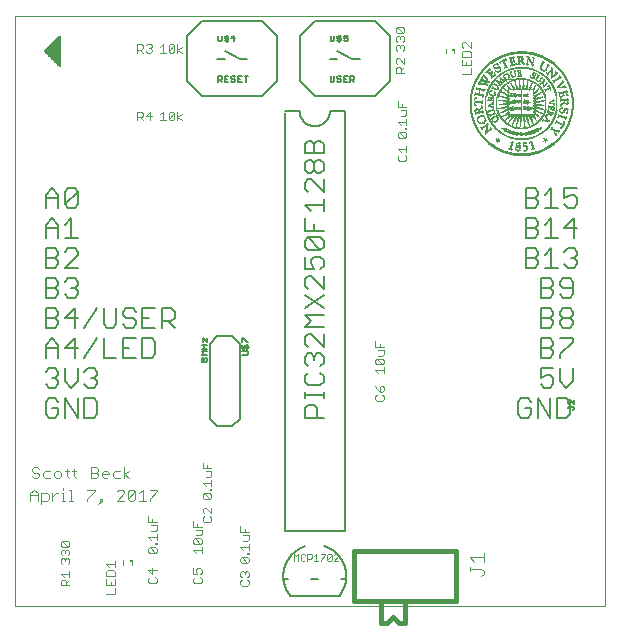
<source format=gto>
G75*
%MOIN*%
%OFA0B0*%
%FSLAX25Y25*%
%IPPOS*%
%LPD*%
%AMOC8*
5,1,8,0,0,1.08239X$1,22.5*
%
%ADD10C,0.00000*%
%ADD11C,0.00300*%
%ADD12C,0.00600*%
%ADD13R,0.00630X0.00030*%
%ADD14R,0.02160X0.00030*%
%ADD15R,0.03000X0.00030*%
%ADD16R,0.03660X0.00030*%
%ADD17R,0.04170X0.00030*%
%ADD18R,0.04650X0.00030*%
%ADD19R,0.05100X0.00030*%
%ADD20R,0.05460X0.00030*%
%ADD21R,0.05820X0.00030*%
%ADD22R,0.06180X0.00030*%
%ADD23R,0.06510X0.00030*%
%ADD24R,0.06840X0.00030*%
%ADD25R,0.07110X0.00030*%
%ADD26R,0.07380X0.00030*%
%ADD27R,0.07680X0.00030*%
%ADD28R,0.07950X0.00030*%
%ADD29R,0.08190X0.00030*%
%ADD30R,0.08430X0.00030*%
%ADD31R,0.08670X0.00030*%
%ADD32R,0.08910X0.00030*%
%ADD33R,0.09120X0.00030*%
%ADD34R,0.03780X0.00030*%
%ADD35R,0.03750X0.00030*%
%ADD36R,0.03450X0.00030*%
%ADD37R,0.03420X0.00030*%
%ADD38R,0.03210X0.00030*%
%ADD39R,0.03180X0.00030*%
%ADD40R,0.03030X0.00030*%
%ADD41R,0.02910X0.00030*%
%ADD42R,0.02880X0.00030*%
%ADD43R,0.02790X0.00030*%
%ADD44R,0.02670X0.00030*%
%ADD45R,0.02670X0.00030*%
%ADD46R,0.02580X0.00030*%
%ADD47R,0.02490X0.00030*%
%ADD48R,0.02490X0.00030*%
%ADD49R,0.02430X0.00030*%
%ADD50R,0.02340X0.00030*%
%ADD51R,0.02370X0.00030*%
%ADD52R,0.02310X0.00030*%
%ADD53R,0.02250X0.00030*%
%ADD54R,0.02220X0.00030*%
%ADD55R,0.02190X0.00030*%
%ADD56R,0.02130X0.00030*%
%ADD57R,0.02100X0.00030*%
%ADD58R,0.02070X0.00030*%
%ADD59R,0.02040X0.00030*%
%ADD60R,0.02010X0.00030*%
%ADD61R,0.01980X0.00030*%
%ADD62R,0.01950X0.00030*%
%ADD63R,0.01920X0.00030*%
%ADD64R,0.01920X0.00030*%
%ADD65R,0.01860X0.00030*%
%ADD66R,0.01890X0.00030*%
%ADD67R,0.01830X0.00030*%
%ADD68R,0.01800X0.00030*%
%ADD69R,0.01770X0.00030*%
%ADD70R,0.01740X0.00030*%
%ADD71R,0.01710X0.00030*%
%ADD72R,0.01680X0.00030*%
%ADD73R,0.00120X0.00030*%
%ADD74R,0.01650X0.00030*%
%ADD75R,0.00510X0.00030*%
%ADD76R,0.01620X0.00030*%
%ADD77R,0.01620X0.00030*%
%ADD78R,0.00690X0.00030*%
%ADD79R,0.00540X0.00030*%
%ADD80R,0.01590X0.00030*%
%ADD81R,0.00810X0.00030*%
%ADD82R,0.00720X0.00030*%
%ADD83R,0.00930X0.00030*%
%ADD84R,0.00870X0.00030*%
%ADD85R,0.01590X0.00030*%
%ADD86R,0.01560X0.00030*%
%ADD87R,0.00990X0.00030*%
%ADD88R,0.01110X0.00030*%
%ADD89R,0.00990X0.00030*%
%ADD90R,0.01530X0.00030*%
%ADD91R,0.00570X0.00030*%
%ADD92R,0.01020X0.00030*%
%ADD93R,0.01500X0.00030*%
%ADD94R,0.00480X0.00030*%
%ADD95R,0.00420X0.00030*%
%ADD96R,0.00180X0.00030*%
%ADD97R,0.00600X0.00030*%
%ADD98R,0.00450X0.00030*%
%ADD99R,0.00390X0.00030*%
%ADD100R,0.01470X0.00030*%
%ADD101R,0.00420X0.00030*%
%ADD102R,0.00330X0.00030*%
%ADD103R,0.01470X0.00030*%
%ADD104R,0.00120X0.00030*%
%ADD105R,0.00390X0.00030*%
%ADD106R,0.01440X0.00030*%
%ADD107R,0.00270X0.00030*%
%ADD108R,0.00360X0.00030*%
%ADD109R,0.00300X0.00030*%
%ADD110R,0.01440X0.00030*%
%ADD111R,0.01410X0.00030*%
%ADD112R,0.01380X0.00030*%
%ADD113R,0.00750X0.00030*%
%ADD114R,0.00210X0.00030*%
%ADD115R,0.01350X0.00030*%
%ADD116R,0.00840X0.00030*%
%ADD117R,0.01320X0.00030*%
%ADD118R,0.00240X0.00030*%
%ADD119R,0.01320X0.00030*%
%ADD120R,0.01290X0.00030*%
%ADD121R,0.01290X0.00030*%
%ADD122R,0.00270X0.00030*%
%ADD123R,0.00840X0.00030*%
%ADD124R,0.01260X0.00030*%
%ADD125R,0.01230X0.00030*%
%ADD126R,0.01200X0.00030*%
%ADD127R,0.01170X0.00030*%
%ADD128R,0.01170X0.00030*%
%ADD129R,0.00720X0.00030*%
%ADD130R,0.01140X0.00030*%
%ADD131R,0.01140X0.00030*%
%ADD132R,0.01020X0.00030*%
%ADD133R,0.00960X0.00030*%
%ADD134R,0.00570X0.00030*%
%ADD135R,0.00900X0.00030*%
%ADD136R,0.01050X0.00030*%
%ADD137R,0.01080X0.00030*%
%ADD138R,0.00780X0.00030*%
%ADD139R,0.00150X0.00030*%
%ADD140R,0.00660X0.00030*%
%ADD141R,0.00090X0.00030*%
%ADD142R,0.00030X0.00030*%
%ADD143R,0.00090X0.00030*%
%ADD144R,0.00060X0.00030*%
%ADD145R,0.00690X0.00030*%
%ADD146R,0.00870X0.00030*%
%ADD147R,0.02070X0.00030*%
%ADD148R,0.03630X0.00030*%
%ADD149R,0.03990X0.00030*%
%ADD150R,0.04350X0.00030*%
%ADD151R,0.04950X0.00030*%
%ADD152R,0.05250X0.00030*%
%ADD153R,0.05520X0.00030*%
%ADD154R,0.01890X0.00030*%
%ADD155R,0.01740X0.00030*%
%ADD156R,0.00240X0.00030*%
%ADD157R,0.02760X0.00030*%
%ADD158R,0.00540X0.00030*%
%ADD159R,0.01770X0.00030*%
%ADD160R,0.03150X0.00030*%
%ADD161R,0.04230X0.00030*%
%ADD162R,0.04470X0.00030*%
%ADD163R,0.02280X0.00030*%
%ADD164R,0.02940X0.00030*%
%ADD165R,0.02520X0.00030*%
%ADD166R,0.02400X0.00030*%
%ADD167R,0.02820X0.00030*%
%ADD168R,0.02790X0.00030*%
%ADD169R,0.02340X0.00030*%
%ADD170R,0.02040X0.00030*%
%ADD171R,0.03360X0.00030*%
%ADD172R,0.03540X0.00030*%
%ADD173R,0.03390X0.00030*%
%ADD174R,0.02850X0.00030*%
%ADD175R,0.02460X0.00030*%
%ADD176R,0.03300X0.00030*%
%ADD177R,0.03570X0.00030*%
%ADD178R,0.03420X0.00030*%
%ADD179R,0.02700X0.00030*%
%ADD180R,0.02730X0.00030*%
%ADD181R,0.02550X0.00030*%
%ADD182R,0.03090X0.00030*%
%ADD183R,0.02520X0.00030*%
%ADD184R,0.02610X0.00030*%
%ADD185R,0.03120X0.00030*%
%ADD186R,0.02970X0.00030*%
%ADD187R,0.04500X0.00030*%
%ADD188R,0.04290X0.00030*%
%ADD189R,0.04050X0.00030*%
%ADD190R,0.03810X0.00030*%
%ADD191R,0.03510X0.00030*%
%ADD192R,0.05310X0.00030*%
%ADD193R,0.05010X0.00030*%
%ADD194R,0.04740X0.00030*%
%ADD195R,0.04410X0.00030*%
%ADD196R,0.02220X0.00030*%
%ADD197R,0.04080X0.00030*%
%ADD198R,0.03720X0.00030*%
%ADD199R,0.02640X0.00030*%
%ADD200R,0.02640X0.00030*%
%ADD201R,0.04260X0.00030*%
%ADD202R,0.08970X0.00030*%
%ADD203R,0.08760X0.00030*%
%ADD204R,0.08520X0.00030*%
%ADD205R,0.08280X0.00030*%
%ADD206R,0.08010X0.00030*%
%ADD207R,0.07740X0.00030*%
%ADD208R,0.07500X0.00030*%
%ADD209R,0.07200X0.00030*%
%ADD210R,0.06900X0.00030*%
%ADD211R,0.06600X0.00030*%
%ADD212R,0.06300X0.00030*%
%ADD213R,0.05940X0.00030*%
%ADD214R,0.05580X0.00030*%
%ADD215R,0.05220X0.00030*%
%ADD216R,0.04800X0.00030*%
%ADD217R,0.04320X0.00030*%
%ADD218C,0.00400*%
%ADD219C,0.00500*%
%ADD220C,0.00700*%
%ADD221C,0.01600*%
%ADD222C,0.00200*%
%ADD223C,0.00800*%
%ADD224R,0.00886X0.00984*%
D10*
X0001800Y0007548D02*
X0001800Y0204398D01*
X0198650Y0204398D01*
X0198650Y0007548D01*
X0001800Y0007548D01*
D11*
X0017078Y0014425D02*
X0017078Y0015876D01*
X0017561Y0016360D01*
X0018529Y0016360D01*
X0019013Y0015876D01*
X0019013Y0014425D01*
X0019980Y0014425D02*
X0017078Y0014425D01*
X0019013Y0015392D02*
X0019980Y0016360D01*
X0019980Y0017372D02*
X0019980Y0019306D01*
X0019980Y0018339D02*
X0017078Y0018339D01*
X0018045Y0017372D01*
X0017561Y0021478D02*
X0017078Y0021962D01*
X0017078Y0022930D01*
X0017561Y0023413D01*
X0018045Y0023413D01*
X0018529Y0022930D01*
X0019013Y0023413D01*
X0019496Y0023413D01*
X0019980Y0022930D01*
X0019980Y0021962D01*
X0019496Y0021478D01*
X0018529Y0022446D02*
X0018529Y0022930D01*
X0019496Y0024425D02*
X0019980Y0024909D01*
X0019980Y0025876D01*
X0019496Y0026360D01*
X0019013Y0026360D01*
X0018529Y0025876D01*
X0018529Y0025392D01*
X0018529Y0025876D02*
X0018045Y0026360D01*
X0017561Y0026360D01*
X0017078Y0025876D01*
X0017078Y0024909D01*
X0017561Y0024425D01*
X0017561Y0027372D02*
X0017078Y0027855D01*
X0017078Y0028823D01*
X0017561Y0029306D01*
X0019496Y0027372D01*
X0019980Y0027855D01*
X0019980Y0028823D01*
X0019496Y0029306D01*
X0017561Y0029306D01*
X0017561Y0027372D02*
X0019496Y0027372D01*
X0032271Y0021518D02*
X0033238Y0020551D01*
X0032754Y0019539D02*
X0032271Y0019055D01*
X0032271Y0017604D01*
X0035173Y0017604D01*
X0035173Y0019055D01*
X0034689Y0019539D01*
X0032754Y0019539D01*
X0032271Y0021518D02*
X0035173Y0021518D01*
X0035173Y0020551D02*
X0035173Y0022486D01*
X0035173Y0016593D02*
X0035173Y0014658D01*
X0032271Y0014658D01*
X0032271Y0016593D01*
X0033722Y0015625D02*
X0033722Y0014658D01*
X0035173Y0013646D02*
X0035173Y0011711D01*
X0032271Y0011711D01*
X0046248Y0015682D02*
X0046731Y0015198D01*
X0048666Y0015198D01*
X0049150Y0015682D01*
X0049150Y0016649D01*
X0048666Y0017133D01*
X0047699Y0018145D02*
X0047699Y0020080D01*
X0049150Y0019596D02*
X0046248Y0019596D01*
X0047699Y0018145D01*
X0046731Y0017133D02*
X0046248Y0016649D01*
X0046248Y0015682D01*
X0046731Y0025198D02*
X0046248Y0025682D01*
X0046248Y0026649D01*
X0046731Y0027133D01*
X0048666Y0025198D01*
X0049150Y0025682D01*
X0049150Y0026649D01*
X0048666Y0027133D01*
X0046731Y0027133D01*
X0046731Y0025198D02*
X0048666Y0025198D01*
X0048666Y0028145D02*
X0048666Y0028628D01*
X0049150Y0028628D01*
X0049150Y0028145D01*
X0048666Y0028145D01*
X0049150Y0029618D02*
X0049150Y0031553D01*
X0049150Y0030585D02*
X0046248Y0030585D01*
X0047215Y0029618D01*
X0047215Y0032564D02*
X0048666Y0032564D01*
X0049150Y0033048D01*
X0049150Y0034499D01*
X0047215Y0034499D01*
X0047699Y0035511D02*
X0047699Y0036478D01*
X0049150Y0035511D02*
X0046248Y0035511D01*
X0046248Y0037446D01*
X0046851Y0042698D02*
X0046851Y0043315D01*
X0049319Y0045784D01*
X0049319Y0046401D01*
X0046851Y0046401D01*
X0044402Y0046401D02*
X0044402Y0042698D01*
X0043168Y0042698D02*
X0045636Y0042698D01*
X0043168Y0045167D02*
X0044402Y0046401D01*
X0041953Y0045784D02*
X0041953Y0043315D01*
X0041336Y0042698D01*
X0040102Y0042698D01*
X0039484Y0043315D01*
X0041953Y0045784D01*
X0041336Y0046401D01*
X0040102Y0046401D01*
X0039484Y0045784D01*
X0039484Y0043315D01*
X0038270Y0042698D02*
X0035801Y0042698D01*
X0038270Y0045167D01*
X0038270Y0045784D01*
X0037653Y0046401D01*
X0036418Y0046401D01*
X0035801Y0045784D01*
X0035077Y0050198D02*
X0036928Y0050198D01*
X0038143Y0050198D02*
X0038143Y0053901D01*
X0036928Y0052667D02*
X0035077Y0052667D01*
X0034460Y0052050D01*
X0034460Y0050815D01*
X0035077Y0050198D01*
X0033245Y0051432D02*
X0033245Y0052050D01*
X0032628Y0052667D01*
X0031394Y0052667D01*
X0030777Y0052050D01*
X0030777Y0050815D01*
X0031394Y0050198D01*
X0032628Y0050198D01*
X0033245Y0051432D02*
X0030777Y0051432D01*
X0029562Y0051432D02*
X0028945Y0052050D01*
X0027093Y0052050D01*
X0027093Y0053901D02*
X0027093Y0050198D01*
X0028945Y0050198D01*
X0029562Y0050815D01*
X0029562Y0051432D01*
X0028945Y0052050D02*
X0029562Y0052667D01*
X0029562Y0053284D01*
X0028945Y0053901D01*
X0027093Y0053901D01*
X0022189Y0052667D02*
X0020955Y0052667D01*
X0021572Y0053284D02*
X0021572Y0050815D01*
X0022189Y0050198D01*
X0019734Y0050198D02*
X0019117Y0050815D01*
X0019117Y0053284D01*
X0019734Y0052667D02*
X0018499Y0052667D01*
X0017285Y0052050D02*
X0017285Y0050815D01*
X0016668Y0050198D01*
X0015433Y0050198D01*
X0014816Y0050815D01*
X0014816Y0052050D01*
X0015433Y0052667D01*
X0016668Y0052667D01*
X0017285Y0052050D01*
X0013602Y0052667D02*
X0011750Y0052667D01*
X0011133Y0052050D01*
X0011133Y0050815D01*
X0011750Y0050198D01*
X0013602Y0050198D01*
X0009919Y0050815D02*
X0009302Y0050198D01*
X0008067Y0050198D01*
X0007450Y0050815D01*
X0008067Y0052050D02*
X0007450Y0052667D01*
X0007450Y0053284D01*
X0008067Y0053901D01*
X0009302Y0053901D01*
X0009919Y0053284D01*
X0009302Y0052050D02*
X0009919Y0051432D01*
X0009919Y0050815D01*
X0009302Y0052050D02*
X0008067Y0052050D01*
X0008184Y0046401D02*
X0009419Y0045167D01*
X0009419Y0042698D01*
X0010633Y0042698D02*
X0012485Y0042698D01*
X0013102Y0043315D01*
X0013102Y0044550D01*
X0012485Y0045167D01*
X0010633Y0045167D01*
X0010633Y0041464D01*
X0009419Y0044550D02*
X0006950Y0044550D01*
X0006950Y0045167D02*
X0008184Y0046401D01*
X0006950Y0045167D02*
X0006950Y0042698D01*
X0014316Y0042698D02*
X0014316Y0045167D01*
X0014316Y0043932D02*
X0015551Y0045167D01*
X0016168Y0045167D01*
X0017386Y0045167D02*
X0018003Y0045167D01*
X0018003Y0042698D01*
X0017386Y0042698D02*
X0018620Y0042698D01*
X0019841Y0042698D02*
X0021075Y0042698D01*
X0020458Y0042698D02*
X0020458Y0046401D01*
X0019841Y0046401D01*
X0018003Y0046401D02*
X0018003Y0047018D01*
X0025980Y0046401D02*
X0028448Y0046401D01*
X0028448Y0045784D01*
X0025980Y0043315D01*
X0025980Y0042698D01*
X0029663Y0041464D02*
X0030897Y0042698D01*
X0030280Y0042698D01*
X0030280Y0043315D01*
X0030897Y0043315D01*
X0030897Y0042698D01*
X0038143Y0051432D02*
X0039994Y0052667D01*
X0038143Y0051432D02*
X0039994Y0050198D01*
X0061248Y0035973D02*
X0061248Y0034038D01*
X0064150Y0034038D01*
X0064150Y0033026D02*
X0062215Y0033026D01*
X0062699Y0034038D02*
X0062699Y0035005D01*
X0064448Y0036009D02*
X0064931Y0035525D01*
X0066866Y0035525D01*
X0067350Y0036009D01*
X0067350Y0036977D01*
X0066866Y0037460D01*
X0067350Y0038472D02*
X0065415Y0040407D01*
X0064931Y0040407D01*
X0064448Y0039923D01*
X0064448Y0038956D01*
X0064931Y0038472D01*
X0064931Y0037460D02*
X0064448Y0036977D01*
X0064448Y0036009D01*
X0064150Y0033026D02*
X0064150Y0031575D01*
X0063666Y0031091D01*
X0062215Y0031091D01*
X0061731Y0030080D02*
X0063666Y0028145D01*
X0064150Y0028628D01*
X0064150Y0029596D01*
X0063666Y0030080D01*
X0061731Y0030080D01*
X0061248Y0029596D01*
X0061248Y0028628D01*
X0061731Y0028145D01*
X0063666Y0028145D01*
X0064150Y0027133D02*
X0064150Y0025198D01*
X0064150Y0026166D02*
X0061248Y0026166D01*
X0062215Y0025198D01*
X0062699Y0020080D02*
X0063666Y0020080D01*
X0064150Y0019596D01*
X0064150Y0018628D01*
X0063666Y0018145D01*
X0062699Y0018145D02*
X0062215Y0019112D01*
X0062215Y0019596D01*
X0062699Y0020080D01*
X0061248Y0020080D02*
X0061248Y0018145D01*
X0062699Y0018145D01*
X0063666Y0017133D02*
X0064150Y0016649D01*
X0064150Y0015682D01*
X0063666Y0015198D01*
X0061731Y0015198D01*
X0061248Y0015682D01*
X0061248Y0016649D01*
X0061731Y0017133D01*
X0076948Y0017735D02*
X0076948Y0018703D01*
X0077431Y0019186D01*
X0077915Y0019186D01*
X0078399Y0018703D01*
X0078883Y0019186D01*
X0079366Y0019186D01*
X0079850Y0018703D01*
X0079850Y0017735D01*
X0079366Y0017252D01*
X0079366Y0016240D02*
X0079850Y0015756D01*
X0079850Y0014789D01*
X0079366Y0014305D01*
X0077431Y0014305D01*
X0076948Y0014789D01*
X0076948Y0015756D01*
X0077431Y0016240D01*
X0077431Y0017252D02*
X0076948Y0017735D01*
X0078399Y0018219D02*
X0078399Y0018703D01*
X0079366Y0021939D02*
X0077431Y0021939D01*
X0076948Y0022422D01*
X0076948Y0023390D01*
X0077431Y0023874D01*
X0079366Y0021939D01*
X0079850Y0022422D01*
X0079850Y0023390D01*
X0079366Y0023874D01*
X0077431Y0023874D01*
X0079366Y0024885D02*
X0079366Y0025369D01*
X0079850Y0025369D01*
X0079850Y0024885D01*
X0079366Y0024885D01*
X0079850Y0026358D02*
X0079850Y0028293D01*
X0079850Y0027326D02*
X0076948Y0027326D01*
X0077915Y0026358D01*
X0077915Y0029305D02*
X0079366Y0029305D01*
X0079850Y0029789D01*
X0079850Y0031240D01*
X0077915Y0031240D01*
X0078399Y0032252D02*
X0078399Y0033219D01*
X0079850Y0032252D02*
X0076948Y0032252D01*
X0076948Y0034186D01*
X0067350Y0038472D02*
X0067350Y0040407D01*
X0066866Y0043159D02*
X0064931Y0043159D01*
X0064448Y0043643D01*
X0064448Y0044610D01*
X0064931Y0045094D01*
X0066866Y0043159D01*
X0067350Y0043643D01*
X0067350Y0044610D01*
X0066866Y0045094D01*
X0064931Y0045094D01*
X0066866Y0046106D02*
X0066866Y0046589D01*
X0067350Y0046589D01*
X0067350Y0046106D01*
X0066866Y0046106D01*
X0067350Y0047579D02*
X0067350Y0049514D01*
X0067350Y0048546D02*
X0064448Y0048546D01*
X0065415Y0047579D01*
X0065415Y0050525D02*
X0066866Y0050525D01*
X0067350Y0051009D01*
X0067350Y0052460D01*
X0065415Y0052460D01*
X0065899Y0053472D02*
X0065899Y0054439D01*
X0067350Y0053472D02*
X0064448Y0053472D01*
X0064448Y0055407D01*
X0121948Y0076560D02*
X0122431Y0076077D01*
X0124366Y0076077D01*
X0124850Y0076560D01*
X0124850Y0077528D01*
X0124366Y0078012D01*
X0124366Y0079023D02*
X0123399Y0079023D01*
X0123399Y0080474D01*
X0123883Y0080958D01*
X0124366Y0080958D01*
X0124850Y0080474D01*
X0124850Y0079507D01*
X0124366Y0079023D01*
X0123399Y0079023D02*
X0122431Y0079991D01*
X0121948Y0080958D01*
X0122431Y0078012D02*
X0121948Y0077528D01*
X0121948Y0076560D01*
X0122915Y0085184D02*
X0121948Y0086151D01*
X0124850Y0086151D01*
X0124850Y0085184D02*
X0124850Y0087119D01*
X0124366Y0088130D02*
X0122431Y0090065D01*
X0124366Y0090065D01*
X0124850Y0089581D01*
X0124850Y0088614D01*
X0124366Y0088130D01*
X0122431Y0088130D01*
X0121948Y0088614D01*
X0121948Y0089581D01*
X0122431Y0090065D01*
X0122915Y0091077D02*
X0124366Y0091077D01*
X0124850Y0091560D01*
X0124850Y0093012D01*
X0122915Y0093012D01*
X0123399Y0094023D02*
X0123399Y0094991D01*
X0124850Y0094023D02*
X0121948Y0094023D01*
X0121948Y0095958D01*
X0129931Y0155998D02*
X0131866Y0155998D01*
X0132350Y0156482D01*
X0132350Y0157449D01*
X0131866Y0157933D01*
X0132350Y0158944D02*
X0132350Y0160879D01*
X0132350Y0159912D02*
X0129448Y0159912D01*
X0130415Y0158944D01*
X0129931Y0157933D02*
X0129448Y0157449D01*
X0129448Y0156482D01*
X0129931Y0155998D01*
X0129931Y0163632D02*
X0129448Y0164115D01*
X0129448Y0165083D01*
X0129931Y0165567D01*
X0131866Y0163632D01*
X0132350Y0164115D01*
X0132350Y0165083D01*
X0131866Y0165567D01*
X0129931Y0165567D01*
X0129931Y0163632D02*
X0131866Y0163632D01*
X0131866Y0166578D02*
X0131866Y0167062D01*
X0132350Y0167062D01*
X0132350Y0166578D01*
X0131866Y0166578D01*
X0132350Y0168051D02*
X0132350Y0169986D01*
X0132350Y0169019D02*
X0129448Y0169019D01*
X0130415Y0168051D01*
X0130415Y0170998D02*
X0131866Y0170998D01*
X0132350Y0171482D01*
X0132350Y0172933D01*
X0130415Y0172933D01*
X0130899Y0173944D02*
X0130899Y0174912D01*
X0132350Y0173944D02*
X0129448Y0173944D01*
X0129448Y0175879D01*
X0128748Y0185198D02*
X0128748Y0186649D01*
X0129231Y0187133D01*
X0130199Y0187133D01*
X0130683Y0186649D01*
X0130683Y0185198D01*
X0131650Y0185198D02*
X0128748Y0185198D01*
X0130683Y0186166D02*
X0131650Y0187133D01*
X0131650Y0188145D02*
X0129715Y0190080D01*
X0129231Y0190080D01*
X0128748Y0189596D01*
X0128748Y0188628D01*
X0129231Y0188145D01*
X0131650Y0188145D02*
X0131650Y0190080D01*
X0131166Y0192698D02*
X0131650Y0193182D01*
X0131650Y0194149D01*
X0131166Y0194633D01*
X0130683Y0194633D01*
X0130199Y0194149D01*
X0130199Y0193666D01*
X0130199Y0194149D02*
X0129715Y0194633D01*
X0129231Y0194633D01*
X0128748Y0194149D01*
X0128748Y0193182D01*
X0129231Y0192698D01*
X0129231Y0195645D02*
X0128748Y0196128D01*
X0128748Y0197096D01*
X0129231Y0197580D01*
X0129715Y0197580D01*
X0130199Y0197096D01*
X0130683Y0197580D01*
X0131166Y0197580D01*
X0131650Y0197096D01*
X0131650Y0196128D01*
X0131166Y0195645D01*
X0130199Y0196612D02*
X0130199Y0197096D01*
X0131166Y0198591D02*
X0129231Y0198591D01*
X0128748Y0199075D01*
X0128748Y0200042D01*
X0129231Y0200526D01*
X0131166Y0198591D01*
X0131650Y0199075D01*
X0131650Y0200042D01*
X0131166Y0200526D01*
X0129231Y0200526D01*
X0150885Y0195140D02*
X0150885Y0194172D01*
X0151368Y0193689D01*
X0151368Y0192677D02*
X0150885Y0192193D01*
X0150885Y0190742D01*
X0153787Y0190742D01*
X0153787Y0192193D01*
X0153303Y0192677D01*
X0151368Y0192677D01*
X0150885Y0195140D02*
X0151368Y0195623D01*
X0151852Y0195623D01*
X0153787Y0193689D01*
X0153787Y0195623D01*
X0153787Y0189730D02*
X0153787Y0187795D01*
X0150885Y0187795D01*
X0150885Y0189730D01*
X0152336Y0188763D02*
X0152336Y0187795D01*
X0153787Y0186784D02*
X0153787Y0184849D01*
X0150885Y0184849D01*
X0057462Y0191998D02*
X0056010Y0192966D01*
X0057462Y0193933D01*
X0056010Y0194901D02*
X0056010Y0191998D01*
X0054999Y0192482D02*
X0054515Y0191998D01*
X0053548Y0191998D01*
X0053064Y0192482D01*
X0054999Y0194417D01*
X0054999Y0192482D01*
X0054999Y0194417D02*
X0054515Y0194901D01*
X0053548Y0194901D01*
X0053064Y0194417D01*
X0053064Y0192482D01*
X0052052Y0191998D02*
X0050117Y0191998D01*
X0051085Y0191998D02*
X0051085Y0194901D01*
X0050117Y0193933D01*
X0047454Y0193933D02*
X0046970Y0193449D01*
X0047454Y0192966D01*
X0047454Y0192482D01*
X0046970Y0191998D01*
X0046003Y0191998D01*
X0045519Y0192482D01*
X0044508Y0191998D02*
X0043540Y0192966D01*
X0044024Y0192966D02*
X0042573Y0192966D01*
X0042573Y0191998D02*
X0042573Y0194901D01*
X0044024Y0194901D01*
X0044508Y0194417D01*
X0044508Y0193449D01*
X0044024Y0192966D01*
X0045519Y0194417D02*
X0046003Y0194901D01*
X0046970Y0194901D01*
X0047454Y0194417D01*
X0047454Y0193933D01*
X0046970Y0193449D02*
X0046487Y0193449D01*
X0046970Y0172401D02*
X0045519Y0170949D01*
X0047454Y0170949D01*
X0046970Y0169498D02*
X0046970Y0172401D01*
X0044508Y0171917D02*
X0044508Y0170949D01*
X0044024Y0170466D01*
X0042573Y0170466D01*
X0043540Y0170466D02*
X0044508Y0169498D01*
X0042573Y0169498D02*
X0042573Y0172401D01*
X0044024Y0172401D01*
X0044508Y0171917D01*
X0050117Y0171433D02*
X0051085Y0172401D01*
X0051085Y0169498D01*
X0052052Y0169498D02*
X0050117Y0169498D01*
X0053064Y0169982D02*
X0053064Y0171917D01*
X0053548Y0172401D01*
X0054515Y0172401D01*
X0054999Y0171917D01*
X0053064Y0169982D01*
X0053548Y0169498D01*
X0054515Y0169498D01*
X0054999Y0169982D01*
X0054999Y0171917D01*
X0056010Y0172401D02*
X0056010Y0169498D01*
X0056010Y0170466D02*
X0057462Y0171433D01*
X0056010Y0170466D02*
X0057462Y0169498D01*
D12*
X0091800Y0172048D02*
X0091800Y0032548D01*
X0111800Y0032548D01*
X0111800Y0172548D01*
X0106800Y0172548D01*
X0106798Y0172408D01*
X0106792Y0172268D01*
X0106782Y0172128D01*
X0106769Y0171988D01*
X0106751Y0171849D01*
X0106729Y0171710D01*
X0106704Y0171573D01*
X0106675Y0171435D01*
X0106642Y0171299D01*
X0106605Y0171164D01*
X0106564Y0171030D01*
X0106519Y0170897D01*
X0106471Y0170765D01*
X0106419Y0170635D01*
X0106364Y0170506D01*
X0106305Y0170379D01*
X0106242Y0170253D01*
X0106176Y0170129D01*
X0106107Y0170008D01*
X0106034Y0169888D01*
X0105957Y0169770D01*
X0105878Y0169655D01*
X0105795Y0169541D01*
X0105709Y0169431D01*
X0105620Y0169322D01*
X0105528Y0169216D01*
X0105433Y0169113D01*
X0105336Y0169012D01*
X0105235Y0168915D01*
X0105132Y0168820D01*
X0105026Y0168728D01*
X0104917Y0168639D01*
X0104807Y0168553D01*
X0104693Y0168470D01*
X0104578Y0168391D01*
X0104460Y0168314D01*
X0104340Y0168241D01*
X0104219Y0168172D01*
X0104095Y0168106D01*
X0103969Y0168043D01*
X0103842Y0167984D01*
X0103713Y0167929D01*
X0103583Y0167877D01*
X0103451Y0167829D01*
X0103318Y0167784D01*
X0103184Y0167743D01*
X0103049Y0167706D01*
X0102913Y0167673D01*
X0102775Y0167644D01*
X0102638Y0167619D01*
X0102499Y0167597D01*
X0102360Y0167579D01*
X0102220Y0167566D01*
X0102080Y0167556D01*
X0101940Y0167550D01*
X0101800Y0167548D01*
X0101660Y0167550D01*
X0101520Y0167556D01*
X0101380Y0167566D01*
X0101240Y0167579D01*
X0101101Y0167597D01*
X0100962Y0167619D01*
X0100825Y0167644D01*
X0100687Y0167673D01*
X0100551Y0167706D01*
X0100416Y0167743D01*
X0100282Y0167784D01*
X0100149Y0167829D01*
X0100017Y0167877D01*
X0099887Y0167929D01*
X0099758Y0167984D01*
X0099631Y0168043D01*
X0099505Y0168106D01*
X0099381Y0168172D01*
X0099260Y0168241D01*
X0099140Y0168314D01*
X0099022Y0168391D01*
X0098907Y0168470D01*
X0098793Y0168553D01*
X0098683Y0168639D01*
X0098574Y0168728D01*
X0098468Y0168820D01*
X0098365Y0168915D01*
X0098264Y0169012D01*
X0098167Y0169113D01*
X0098072Y0169216D01*
X0097980Y0169322D01*
X0097891Y0169431D01*
X0097805Y0169541D01*
X0097722Y0169655D01*
X0097643Y0169770D01*
X0097566Y0169888D01*
X0097493Y0170008D01*
X0097424Y0170129D01*
X0097358Y0170253D01*
X0097295Y0170379D01*
X0097236Y0170506D01*
X0097181Y0170635D01*
X0097129Y0170765D01*
X0097081Y0170897D01*
X0097036Y0171030D01*
X0096995Y0171164D01*
X0096958Y0171299D01*
X0096925Y0171435D01*
X0096896Y0171573D01*
X0096871Y0171710D01*
X0096849Y0171849D01*
X0096831Y0171988D01*
X0096818Y0172128D01*
X0096808Y0172268D01*
X0096802Y0172408D01*
X0096800Y0172548D01*
X0091800Y0172548D01*
X0053976Y0106753D02*
X0050773Y0106753D01*
X0050773Y0100348D01*
X0050773Y0102483D02*
X0053976Y0102483D01*
X0055043Y0103551D01*
X0055043Y0105686D01*
X0053976Y0106753D01*
X0052908Y0102483D02*
X0055043Y0100348D01*
X0048598Y0100348D02*
X0044327Y0100348D01*
X0044327Y0106753D01*
X0048598Y0106753D01*
X0046463Y0103551D02*
X0044327Y0103551D01*
X0042152Y0102483D02*
X0042152Y0101416D01*
X0041085Y0100348D01*
X0038950Y0100348D01*
X0037882Y0101416D01*
X0035707Y0101416D02*
X0034639Y0100348D01*
X0032504Y0100348D01*
X0031436Y0101416D01*
X0031436Y0106753D01*
X0029261Y0106753D02*
X0024991Y0100348D01*
X0021748Y0100348D02*
X0021748Y0106753D01*
X0018545Y0103551D01*
X0022816Y0103551D01*
X0016370Y0104618D02*
X0015303Y0103551D01*
X0012100Y0103551D01*
X0012100Y0106753D02*
X0015303Y0106753D01*
X0016370Y0105686D01*
X0016370Y0104618D01*
X0015303Y0103551D02*
X0016370Y0102483D01*
X0016370Y0101416D01*
X0015303Y0100348D01*
X0012100Y0100348D01*
X0012100Y0106753D01*
X0012100Y0110348D02*
X0015303Y0110348D01*
X0016370Y0111416D01*
X0016370Y0112483D01*
X0015303Y0113551D01*
X0012100Y0113551D01*
X0012100Y0116753D02*
X0015303Y0116753D01*
X0016370Y0115686D01*
X0016370Y0114618D01*
X0015303Y0113551D01*
X0012100Y0110348D02*
X0012100Y0116753D01*
X0012100Y0120348D02*
X0015303Y0120348D01*
X0016370Y0121416D01*
X0016370Y0122483D01*
X0015303Y0123551D01*
X0012100Y0123551D01*
X0012100Y0126753D02*
X0012100Y0120348D01*
X0015303Y0123551D02*
X0016370Y0124618D01*
X0016370Y0125686D01*
X0015303Y0126753D01*
X0012100Y0126753D01*
X0012100Y0130348D02*
X0012100Y0134618D01*
X0014235Y0136753D01*
X0016370Y0134618D01*
X0016370Y0130348D01*
X0018545Y0130348D02*
X0022816Y0130348D01*
X0020681Y0130348D02*
X0020681Y0136753D01*
X0018545Y0134618D01*
X0016370Y0133551D02*
X0012100Y0133551D01*
X0019613Y0126753D02*
X0018545Y0125686D01*
X0019613Y0126753D02*
X0021748Y0126753D01*
X0022816Y0125686D01*
X0022816Y0124618D01*
X0018545Y0120348D01*
X0022816Y0120348D01*
X0021748Y0116753D02*
X0019613Y0116753D01*
X0018545Y0115686D01*
X0020681Y0113551D02*
X0021748Y0113551D01*
X0022816Y0112483D01*
X0022816Y0111416D01*
X0021748Y0110348D01*
X0019613Y0110348D01*
X0018545Y0111416D01*
X0021748Y0113551D02*
X0022816Y0114618D01*
X0022816Y0115686D01*
X0021748Y0116753D01*
X0035707Y0106753D02*
X0035707Y0101416D01*
X0037882Y0104618D02*
X0038950Y0103551D01*
X0041085Y0103551D01*
X0042152Y0102483D01*
X0042152Y0105686D02*
X0041085Y0106753D01*
X0038950Y0106753D01*
X0037882Y0105686D01*
X0037882Y0104618D01*
X0037882Y0096753D02*
X0037882Y0090348D01*
X0042152Y0090348D01*
X0044327Y0090348D02*
X0047530Y0090348D01*
X0048598Y0091416D01*
X0048598Y0095686D01*
X0047530Y0096753D01*
X0044327Y0096753D01*
X0044327Y0090348D01*
X0040017Y0093551D02*
X0037882Y0093551D01*
X0037882Y0096753D02*
X0042152Y0096753D01*
X0035707Y0090348D02*
X0031436Y0090348D01*
X0031436Y0096753D01*
X0029261Y0096753D02*
X0024991Y0090348D01*
X0026059Y0086753D02*
X0028194Y0086753D01*
X0029261Y0085686D01*
X0029261Y0084618D01*
X0028194Y0083551D01*
X0029261Y0082483D01*
X0029261Y0081416D01*
X0028194Y0080348D01*
X0026059Y0080348D01*
X0024991Y0081416D01*
X0022816Y0082483D02*
X0022816Y0086753D01*
X0024991Y0085686D02*
X0026059Y0086753D01*
X0027126Y0083551D02*
X0028194Y0083551D01*
X0022816Y0082483D02*
X0020681Y0080348D01*
X0018545Y0082483D01*
X0018545Y0086753D01*
X0016370Y0085686D02*
X0016370Y0084618D01*
X0015303Y0083551D01*
X0016370Y0082483D01*
X0016370Y0081416D01*
X0015303Y0080348D01*
X0013168Y0080348D01*
X0012100Y0081416D01*
X0014235Y0083551D02*
X0015303Y0083551D01*
X0016370Y0085686D02*
X0015303Y0086753D01*
X0013168Y0086753D01*
X0012100Y0085686D01*
X0012100Y0090348D02*
X0012100Y0094618D01*
X0014235Y0096753D01*
X0016370Y0094618D01*
X0016370Y0090348D01*
X0016370Y0093551D02*
X0012100Y0093551D01*
X0018545Y0093551D02*
X0022816Y0093551D01*
X0021748Y0096753D02*
X0018545Y0093551D01*
X0021748Y0090348D02*
X0021748Y0096753D01*
X0022816Y0076753D02*
X0022816Y0070348D01*
X0018545Y0076753D01*
X0018545Y0070348D01*
X0016370Y0071416D02*
X0016370Y0073551D01*
X0014235Y0073551D01*
X0012100Y0075686D02*
X0012100Y0071416D01*
X0013168Y0070348D01*
X0015303Y0070348D01*
X0016370Y0071416D01*
X0016370Y0075686D02*
X0015303Y0076753D01*
X0013168Y0076753D01*
X0012100Y0075686D01*
X0024991Y0076753D02*
X0024991Y0070348D01*
X0028194Y0070348D01*
X0029261Y0071416D01*
X0029261Y0075686D01*
X0028194Y0076753D01*
X0024991Y0076753D01*
X0021748Y0140348D02*
X0019613Y0140348D01*
X0018545Y0141416D01*
X0022816Y0145686D01*
X0022816Y0141416D01*
X0021748Y0140348D01*
X0018545Y0141416D02*
X0018545Y0145686D01*
X0019613Y0146753D01*
X0021748Y0146753D01*
X0022816Y0145686D01*
X0016370Y0144618D02*
X0016370Y0140348D01*
X0016370Y0143551D02*
X0012100Y0143551D01*
X0012100Y0144618D02*
X0012100Y0140348D01*
X0012100Y0144618D02*
X0014235Y0146753D01*
X0016370Y0144618D01*
X0169600Y0075686D02*
X0169600Y0071416D01*
X0170668Y0070348D01*
X0172803Y0070348D01*
X0173870Y0071416D01*
X0173870Y0073551D01*
X0171735Y0073551D01*
X0169600Y0075686D02*
X0170668Y0076753D01*
X0172803Y0076753D01*
X0173870Y0075686D01*
X0176045Y0076753D02*
X0180316Y0070348D01*
X0180316Y0076753D01*
X0180303Y0080348D02*
X0178168Y0080348D01*
X0177100Y0081416D01*
X0177100Y0083551D02*
X0179235Y0084618D01*
X0180303Y0084618D01*
X0181370Y0083551D01*
X0181370Y0081416D01*
X0180303Y0080348D01*
X0183545Y0082483D02*
X0185681Y0080348D01*
X0187816Y0082483D01*
X0187816Y0086753D01*
X0183545Y0086753D02*
X0183545Y0082483D01*
X0181370Y0086753D02*
X0177100Y0086753D01*
X0177100Y0083551D01*
X0177100Y0090348D02*
X0180303Y0090348D01*
X0181370Y0091416D01*
X0181370Y0092483D01*
X0180303Y0093551D01*
X0177100Y0093551D01*
X0177100Y0096753D02*
X0180303Y0096753D01*
X0181370Y0095686D01*
X0181370Y0094618D01*
X0180303Y0093551D01*
X0177100Y0090348D02*
X0177100Y0096753D01*
X0177100Y0100348D02*
X0180303Y0100348D01*
X0181370Y0101416D01*
X0181370Y0102483D01*
X0180303Y0103551D01*
X0177100Y0103551D01*
X0177100Y0106753D02*
X0180303Y0106753D01*
X0181370Y0105686D01*
X0181370Y0104618D01*
X0180303Y0103551D01*
X0177100Y0100348D02*
X0177100Y0106753D01*
X0177100Y0110348D02*
X0180303Y0110348D01*
X0181370Y0111416D01*
X0181370Y0112483D01*
X0180303Y0113551D01*
X0177100Y0113551D01*
X0177100Y0116753D02*
X0180303Y0116753D01*
X0181370Y0115686D01*
X0181370Y0114618D01*
X0180303Y0113551D01*
X0177100Y0110348D02*
X0177100Y0116753D01*
X0178545Y0120348D02*
X0182816Y0120348D01*
X0180681Y0120348D02*
X0180681Y0126753D01*
X0178545Y0124618D01*
X0176370Y0124618D02*
X0175303Y0123551D01*
X0172100Y0123551D01*
X0172100Y0126753D02*
X0172100Y0120348D01*
X0175303Y0120348D01*
X0176370Y0121416D01*
X0176370Y0122483D01*
X0175303Y0123551D01*
X0176370Y0124618D02*
X0176370Y0125686D01*
X0175303Y0126753D01*
X0172100Y0126753D01*
X0172100Y0130348D02*
X0175303Y0130348D01*
X0176370Y0131416D01*
X0176370Y0132483D01*
X0175303Y0133551D01*
X0172100Y0133551D01*
X0172100Y0136753D02*
X0172100Y0130348D01*
X0175303Y0133551D02*
X0176370Y0134618D01*
X0176370Y0135686D01*
X0175303Y0136753D01*
X0172100Y0136753D01*
X0172100Y0140348D02*
X0175303Y0140348D01*
X0176370Y0141416D01*
X0176370Y0142483D01*
X0175303Y0143551D01*
X0172100Y0143551D01*
X0172100Y0146753D02*
X0172100Y0140348D01*
X0175303Y0143551D02*
X0176370Y0144618D01*
X0176370Y0145686D01*
X0175303Y0146753D01*
X0172100Y0146753D01*
X0178545Y0144618D02*
X0180681Y0146753D01*
X0180681Y0140348D01*
X0182816Y0140348D02*
X0178545Y0140348D01*
X0180681Y0136753D02*
X0180681Y0130348D01*
X0182816Y0130348D02*
X0178545Y0130348D01*
X0178545Y0134618D02*
X0180681Y0136753D01*
X0184991Y0133551D02*
X0189261Y0133551D01*
X0188194Y0136753D02*
X0188194Y0130348D01*
X0184991Y0133551D02*
X0188194Y0136753D01*
X0188194Y0140348D02*
X0186059Y0140348D01*
X0184991Y0141416D01*
X0184991Y0143551D02*
X0187126Y0144618D01*
X0188194Y0144618D01*
X0189261Y0143551D01*
X0189261Y0141416D01*
X0188194Y0140348D01*
X0184991Y0143551D02*
X0184991Y0146753D01*
X0189261Y0146753D01*
X0188194Y0126753D02*
X0186059Y0126753D01*
X0184991Y0125686D01*
X0187126Y0123551D02*
X0188194Y0123551D01*
X0189261Y0122483D01*
X0189261Y0121416D01*
X0188194Y0120348D01*
X0186059Y0120348D01*
X0184991Y0121416D01*
X0188194Y0123551D02*
X0189261Y0124618D01*
X0189261Y0125686D01*
X0188194Y0126753D01*
X0186748Y0116753D02*
X0184613Y0116753D01*
X0183545Y0115686D01*
X0183545Y0114618D01*
X0184613Y0113551D01*
X0187816Y0113551D01*
X0187816Y0111416D02*
X0187816Y0115686D01*
X0186748Y0116753D01*
X0187816Y0111416D02*
X0186748Y0110348D01*
X0184613Y0110348D01*
X0183545Y0111416D01*
X0184613Y0106753D02*
X0183545Y0105686D01*
X0183545Y0104618D01*
X0184613Y0103551D01*
X0186748Y0103551D01*
X0187816Y0102483D01*
X0187816Y0101416D01*
X0186748Y0100348D01*
X0184613Y0100348D01*
X0183545Y0101416D01*
X0183545Y0102483D01*
X0184613Y0103551D01*
X0186748Y0103551D02*
X0187816Y0104618D01*
X0187816Y0105686D01*
X0186748Y0106753D01*
X0184613Y0106753D01*
X0183545Y0096753D02*
X0187816Y0096753D01*
X0187816Y0095686D01*
X0183545Y0091416D01*
X0183545Y0090348D01*
X0182491Y0076753D02*
X0185694Y0076753D01*
X0186761Y0075686D01*
X0186761Y0071416D01*
X0185694Y0070348D01*
X0182491Y0070348D01*
X0182491Y0076753D01*
X0176045Y0076753D02*
X0176045Y0070348D01*
D13*
X0170760Y0157488D03*
X0170010Y0160338D03*
X0172380Y0160578D03*
X0172710Y0164898D03*
X0172860Y0164928D03*
X0174510Y0164868D03*
X0175200Y0165228D03*
X0175470Y0165498D03*
X0176790Y0164628D03*
X0176880Y0164688D03*
X0176940Y0164718D03*
X0177030Y0164778D03*
X0177090Y0164808D03*
X0177180Y0164868D03*
X0178800Y0162888D03*
X0178800Y0162858D03*
X0178830Y0162798D03*
X0182370Y0164598D03*
X0182370Y0164628D03*
X0181530Y0166068D03*
X0181380Y0166188D03*
X0181350Y0166218D03*
X0183960Y0166758D03*
X0183960Y0166788D03*
X0184440Y0167688D03*
X0186810Y0169068D03*
X0186930Y0169398D03*
X0186960Y0169488D03*
X0186990Y0169578D03*
X0186990Y0169608D03*
X0187020Y0169668D03*
X0187020Y0169698D03*
X0187050Y0169788D03*
X0187080Y0169878D03*
X0187080Y0169908D03*
X0187110Y0169968D03*
X0187110Y0169998D03*
X0187140Y0170058D03*
X0187140Y0170088D03*
X0187170Y0170178D03*
X0187170Y0170208D03*
X0187200Y0170268D03*
X0187200Y0170298D03*
X0187200Y0170328D03*
X0187230Y0170388D03*
X0187230Y0170418D03*
X0187260Y0170478D03*
X0187260Y0170508D03*
X0187260Y0170538D03*
X0187290Y0170598D03*
X0187290Y0170628D03*
X0187290Y0170658D03*
X0187320Y0170718D03*
X0187320Y0170748D03*
X0187320Y0170778D03*
X0187320Y0170808D03*
X0187350Y0170838D03*
X0187350Y0170868D03*
X0187350Y0170898D03*
X0187350Y0170928D03*
X0187380Y0170958D03*
X0187380Y0170988D03*
X0187380Y0171018D03*
X0187380Y0171048D03*
X0187410Y0171078D03*
X0187410Y0171108D03*
X0187410Y0171138D03*
X0187410Y0171168D03*
X0187410Y0171198D03*
X0187440Y0171228D03*
X0187440Y0171258D03*
X0187440Y0171288D03*
X0187440Y0171318D03*
X0187470Y0171378D03*
X0187470Y0171408D03*
X0187470Y0171438D03*
X0187470Y0171468D03*
X0187500Y0171528D03*
X0187500Y0171558D03*
X0187500Y0171588D03*
X0187500Y0171618D03*
X0187530Y0171678D03*
X0187530Y0171708D03*
X0187530Y0171738D03*
X0187530Y0171768D03*
X0187530Y0171798D03*
X0187560Y0171858D03*
X0187560Y0171888D03*
X0187560Y0171918D03*
X0187560Y0171948D03*
X0187590Y0172038D03*
X0187590Y0172068D03*
X0187590Y0172098D03*
X0187590Y0172128D03*
X0187620Y0172218D03*
X0187620Y0172248D03*
X0187620Y0172278D03*
X0187620Y0172308D03*
X0187650Y0172428D03*
X0187650Y0172458D03*
X0187650Y0172488D03*
X0187650Y0172518D03*
X0187650Y0172548D03*
X0187680Y0172638D03*
X0187680Y0172668D03*
X0187680Y0172698D03*
X0187680Y0172728D03*
X0187680Y0172758D03*
X0187710Y0172908D03*
X0187710Y0172938D03*
X0187710Y0172968D03*
X0187710Y0172998D03*
X0187710Y0173028D03*
X0187740Y0173208D03*
X0187740Y0173238D03*
X0187740Y0173268D03*
X0187740Y0173298D03*
X0187740Y0173328D03*
X0187770Y0173568D03*
X0187770Y0173598D03*
X0187770Y0173628D03*
X0187770Y0173658D03*
X0187770Y0173688D03*
X0187770Y0173718D03*
X0187800Y0174078D03*
X0187800Y0174108D03*
X0187800Y0174138D03*
X0187800Y0174168D03*
X0187800Y0174198D03*
X0187800Y0174228D03*
X0187800Y0174258D03*
X0187800Y0174288D03*
X0187800Y0174318D03*
X0187800Y0174348D03*
X0187800Y0175308D03*
X0187800Y0175338D03*
X0187800Y0175368D03*
X0187800Y0175398D03*
X0187800Y0175428D03*
X0187800Y0175458D03*
X0187800Y0175488D03*
X0187800Y0175518D03*
X0187800Y0175548D03*
X0187800Y0175578D03*
X0187770Y0175938D03*
X0187770Y0175968D03*
X0187770Y0175998D03*
X0187770Y0176028D03*
X0187770Y0176058D03*
X0187770Y0176088D03*
X0187770Y0176118D03*
X0187740Y0176328D03*
X0187740Y0176358D03*
X0187740Y0176388D03*
X0187740Y0176418D03*
X0187740Y0176448D03*
X0187740Y0176478D03*
X0187710Y0176628D03*
X0187710Y0176658D03*
X0187710Y0176688D03*
X0187710Y0176718D03*
X0187710Y0176748D03*
X0187680Y0176898D03*
X0187680Y0176928D03*
X0187680Y0176958D03*
X0187680Y0176988D03*
X0187680Y0177018D03*
X0187650Y0177138D03*
X0187650Y0177168D03*
X0187650Y0177198D03*
X0187650Y0177228D03*
X0187620Y0177348D03*
X0187620Y0177378D03*
X0187620Y0177408D03*
X0187620Y0177438D03*
X0187590Y0177528D03*
X0187590Y0177558D03*
X0187590Y0177588D03*
X0187590Y0177618D03*
X0187590Y0177648D03*
X0187560Y0177708D03*
X0187560Y0177738D03*
X0187560Y0177768D03*
X0187560Y0177798D03*
X0187560Y0177828D03*
X0187530Y0177888D03*
X0187530Y0177918D03*
X0187530Y0177948D03*
X0187530Y0177978D03*
X0187500Y0178038D03*
X0187500Y0178068D03*
X0187500Y0178098D03*
X0187500Y0178128D03*
X0187470Y0178188D03*
X0187470Y0178218D03*
X0187470Y0178248D03*
X0187470Y0178278D03*
X0187470Y0178308D03*
X0187440Y0178338D03*
X0187440Y0178368D03*
X0187440Y0178398D03*
X0187440Y0178428D03*
X0187410Y0178458D03*
X0187410Y0178488D03*
X0187410Y0178518D03*
X0187410Y0178548D03*
X0187410Y0178578D03*
X0187380Y0178608D03*
X0187380Y0178638D03*
X0187380Y0178668D03*
X0187380Y0178698D03*
X0187350Y0178758D03*
X0187350Y0178788D03*
X0187350Y0178818D03*
X0187320Y0178878D03*
X0187320Y0178908D03*
X0187320Y0178938D03*
X0187290Y0178998D03*
X0187290Y0179028D03*
X0187290Y0179058D03*
X0187260Y0179118D03*
X0187260Y0179148D03*
X0187260Y0179178D03*
X0187230Y0179238D03*
X0187230Y0179268D03*
X0187230Y0179298D03*
X0187200Y0179358D03*
X0187200Y0179388D03*
X0187170Y0179448D03*
X0187170Y0179478D03*
X0187170Y0179508D03*
X0187140Y0179568D03*
X0187140Y0179598D03*
X0187110Y0179658D03*
X0187110Y0179688D03*
X0187080Y0179778D03*
X0187080Y0179808D03*
X0187050Y0179868D03*
X0187050Y0179898D03*
X0187020Y0179988D03*
X0186990Y0180078D03*
X0186960Y0180168D03*
X0186930Y0180258D03*
X0186900Y0180348D03*
X0186870Y0180438D03*
X0185190Y0180468D03*
X0184470Y0182088D03*
X0182520Y0185058D03*
X0180870Y0186108D03*
X0180960Y0183738D03*
X0178170Y0182208D03*
X0177240Y0181638D03*
X0178320Y0180828D03*
X0178350Y0180858D03*
X0180180Y0180078D03*
X0176250Y0177888D03*
X0175230Y0177198D03*
X0175230Y0176088D03*
X0175230Y0178608D03*
X0174780Y0179658D03*
X0175110Y0181818D03*
X0175020Y0181878D03*
X0174960Y0181908D03*
X0174870Y0181968D03*
X0174810Y0185088D03*
X0176850Y0185148D03*
X0176910Y0185118D03*
X0176940Y0185088D03*
X0177000Y0185058D03*
X0177090Y0184998D03*
X0174390Y0187908D03*
X0174390Y0187938D03*
X0172470Y0187998D03*
X0171570Y0187968D03*
X0171450Y0188058D03*
X0170820Y0190338D03*
X0175020Y0189858D03*
X0167760Y0183888D03*
X0166530Y0181968D03*
X0166440Y0181908D03*
X0166380Y0181878D03*
X0166290Y0181818D03*
X0164910Y0182298D03*
X0164100Y0182928D03*
X0163740Y0181278D03*
X0161910Y0179718D03*
X0161160Y0180168D03*
X0160680Y0177708D03*
X0160680Y0176748D03*
X0160680Y0176718D03*
X0160500Y0173898D03*
X0157230Y0173238D03*
X0157200Y0173208D03*
X0157170Y0173178D03*
X0155610Y0172848D03*
X0155340Y0174378D03*
X0155310Y0174438D03*
X0153750Y0174018D03*
X0153750Y0173988D03*
X0153750Y0173958D03*
X0153750Y0173928D03*
X0153750Y0173898D03*
X0153750Y0173868D03*
X0153750Y0173838D03*
X0153780Y0173538D03*
X0153780Y0173508D03*
X0153780Y0173478D03*
X0153780Y0173448D03*
X0153780Y0173418D03*
X0153780Y0173388D03*
X0153810Y0173208D03*
X0153810Y0173178D03*
X0153810Y0173148D03*
X0153810Y0173118D03*
X0153810Y0173088D03*
X0153810Y0173058D03*
X0153840Y0172908D03*
X0153840Y0172878D03*
X0153840Y0172848D03*
X0153840Y0172818D03*
X0153840Y0172788D03*
X0153870Y0172668D03*
X0153870Y0172638D03*
X0153870Y0172608D03*
X0153870Y0172578D03*
X0153870Y0172548D03*
X0153900Y0172458D03*
X0153900Y0172428D03*
X0153900Y0172398D03*
X0153900Y0172368D03*
X0153900Y0172338D03*
X0153930Y0172248D03*
X0153930Y0172218D03*
X0153930Y0172188D03*
X0153930Y0172158D03*
X0153930Y0172128D03*
X0153960Y0172068D03*
X0153960Y0172038D03*
X0153960Y0172008D03*
X0153960Y0171978D03*
X0153960Y0171948D03*
X0153990Y0171888D03*
X0153990Y0171858D03*
X0153990Y0171828D03*
X0153990Y0171798D03*
X0153990Y0171768D03*
X0154020Y0171708D03*
X0154020Y0171678D03*
X0154020Y0171648D03*
X0154020Y0171618D03*
X0154050Y0171558D03*
X0154050Y0171528D03*
X0154050Y0171498D03*
X0154050Y0171468D03*
X0154080Y0171408D03*
X0154080Y0171378D03*
X0154080Y0171348D03*
X0154080Y0171318D03*
X0154110Y0171288D03*
X0154110Y0171258D03*
X0154110Y0171228D03*
X0154110Y0171198D03*
X0154110Y0171168D03*
X0154140Y0171138D03*
X0154140Y0171108D03*
X0154140Y0171078D03*
X0154140Y0171048D03*
X0154170Y0170988D03*
X0154170Y0170958D03*
X0154170Y0170928D03*
X0154170Y0170898D03*
X0154200Y0170868D03*
X0154200Y0170838D03*
X0154200Y0170808D03*
X0154200Y0170778D03*
X0154230Y0170748D03*
X0154230Y0170718D03*
X0154230Y0170688D03*
X0154230Y0170658D03*
X0154260Y0170628D03*
X0154260Y0170598D03*
X0154260Y0170568D03*
X0154290Y0170508D03*
X0154290Y0170478D03*
X0154290Y0170448D03*
X0154320Y0170388D03*
X0154320Y0170358D03*
X0154320Y0170328D03*
X0154350Y0170268D03*
X0154350Y0170238D03*
X0154380Y0170178D03*
X0154380Y0170148D03*
X0154380Y0170118D03*
X0154410Y0170058D03*
X0154410Y0170028D03*
X0154440Y0169938D03*
X0154470Y0169848D03*
X0154470Y0169818D03*
X0154500Y0169758D03*
X0154500Y0169728D03*
X0154530Y0169638D03*
X0154560Y0169548D03*
X0154590Y0169458D03*
X0154620Y0169368D03*
X0154650Y0169278D03*
X0154770Y0168948D03*
X0156630Y0170448D03*
X0158310Y0168678D03*
X0158280Y0168648D03*
X0159330Y0167808D03*
X0157590Y0166668D03*
X0161910Y0168768D03*
X0162270Y0168978D03*
X0162930Y0169578D03*
X0162600Y0170448D03*
X0161910Y0170688D03*
X0161550Y0170478D03*
X0164700Y0172158D03*
X0165360Y0171048D03*
X0166260Y0171798D03*
X0168870Y0170358D03*
X0168870Y0170328D03*
X0168840Y0170268D03*
X0168900Y0170388D03*
X0169770Y0170208D03*
X0169770Y0170178D03*
X0169800Y0170268D03*
X0169800Y0170298D03*
X0169800Y0170328D03*
X0170670Y0170328D03*
X0170670Y0170298D03*
X0170670Y0170268D03*
X0170670Y0170238D03*
X0170670Y0170208D03*
X0170490Y0170868D03*
X0171210Y0170868D03*
X0171510Y0170388D03*
X0171510Y0170358D03*
X0171540Y0170268D03*
X0171540Y0170238D03*
X0171540Y0170208D03*
X0171540Y0170178D03*
X0172410Y0170388D03*
X0172440Y0170328D03*
X0172440Y0170298D03*
X0172470Y0170238D03*
X0171660Y0172998D03*
X0175440Y0171318D03*
X0175470Y0171288D03*
X0176550Y0172008D03*
X0176610Y0171978D03*
X0177570Y0172998D03*
X0179790Y0172158D03*
X0180630Y0172908D03*
X0180660Y0172878D03*
X0180120Y0173838D03*
X0180690Y0174948D03*
X0180780Y0174918D03*
X0180930Y0174858D03*
X0181020Y0174828D03*
X0181110Y0174798D03*
X0181500Y0174648D03*
X0184170Y0174618D03*
X0184200Y0173568D03*
X0185790Y0174708D03*
X0185970Y0177618D03*
X0175200Y0167898D03*
X0175110Y0167838D03*
X0175050Y0167808D03*
X0175020Y0167778D03*
X0174960Y0167748D03*
X0169140Y0164358D03*
X0168630Y0164898D03*
X0167220Y0165048D03*
X0164670Y0164628D03*
X0164580Y0164688D03*
X0164520Y0164718D03*
X0164460Y0164748D03*
X0164430Y0164778D03*
X0164370Y0164808D03*
X0164280Y0164868D03*
X0162900Y0162798D03*
X0162900Y0162768D03*
X0162900Y0162738D03*
X0162870Y0162678D03*
X0166290Y0167838D03*
X0166350Y0167808D03*
X0166380Y0167778D03*
X0166440Y0167748D03*
X0166200Y0167898D03*
X0164400Y0177168D03*
X0165390Y0178068D03*
X0165450Y0178038D03*
X0166260Y0177438D03*
X0166260Y0178908D03*
X0166260Y0178938D03*
X0170880Y0179508D03*
X0164760Y0185238D03*
X0164610Y0185148D03*
X0164550Y0185118D03*
X0164520Y0185088D03*
X0164460Y0185058D03*
X0164370Y0184998D03*
X0165600Y0186918D03*
X0165510Y0189618D03*
X0160920Y0185268D03*
X0161040Y0183828D03*
X0158250Y0184098D03*
X0156840Y0181728D03*
X0156150Y0179958D03*
X0154680Y0180468D03*
X0154650Y0180378D03*
X0154620Y0180288D03*
X0154590Y0180198D03*
X0154560Y0180108D03*
X0154530Y0180018D03*
X0154500Y0179928D03*
X0154470Y0179838D03*
X0154470Y0179808D03*
X0154440Y0179748D03*
X0154440Y0179718D03*
X0154410Y0179628D03*
X0154380Y0179538D03*
X0154380Y0179508D03*
X0154350Y0179448D03*
X0154350Y0179418D03*
X0154350Y0179388D03*
X0154320Y0179328D03*
X0154320Y0179298D03*
X0154320Y0179268D03*
X0154290Y0179208D03*
X0154290Y0179178D03*
X0154260Y0179118D03*
X0154260Y0179088D03*
X0154260Y0179058D03*
X0154230Y0178998D03*
X0154230Y0178968D03*
X0154230Y0178938D03*
X0154230Y0178908D03*
X0154200Y0178878D03*
X0154200Y0178848D03*
X0154200Y0178818D03*
X0154200Y0178788D03*
X0154170Y0178758D03*
X0154170Y0178728D03*
X0154170Y0178698D03*
X0154170Y0178668D03*
X0154140Y0178638D03*
X0154140Y0178608D03*
X0154140Y0178578D03*
X0154140Y0178548D03*
X0154140Y0178518D03*
X0154110Y0178488D03*
X0154110Y0178458D03*
X0154110Y0178428D03*
X0154110Y0178398D03*
X0154080Y0178368D03*
X0154080Y0178338D03*
X0154080Y0178308D03*
X0154080Y0178278D03*
X0154080Y0178248D03*
X0154050Y0178218D03*
X0154050Y0178188D03*
X0154050Y0178158D03*
X0154050Y0178128D03*
X0154050Y0178098D03*
X0154020Y0178038D03*
X0154020Y0178008D03*
X0154020Y0177978D03*
X0154020Y0177948D03*
X0153990Y0177888D03*
X0153990Y0177858D03*
X0153990Y0177828D03*
X0153990Y0177798D03*
X0153960Y0177708D03*
X0153960Y0177678D03*
X0153960Y0177648D03*
X0153960Y0177618D03*
X0153930Y0177528D03*
X0153930Y0177498D03*
X0153930Y0177468D03*
X0153930Y0177438D03*
X0153900Y0177318D03*
X0153900Y0177288D03*
X0153900Y0177258D03*
X0153900Y0177228D03*
X0153870Y0177108D03*
X0153870Y0177078D03*
X0153870Y0177048D03*
X0153870Y0177018D03*
X0153840Y0176868D03*
X0153840Y0176838D03*
X0153840Y0176808D03*
X0153840Y0176778D03*
X0153840Y0176748D03*
X0153810Y0176598D03*
X0153810Y0176568D03*
X0153810Y0176538D03*
X0153810Y0176508D03*
X0153810Y0176478D03*
X0153780Y0176268D03*
X0153780Y0176238D03*
X0153780Y0176208D03*
X0153780Y0176178D03*
X0153780Y0176148D03*
X0153780Y0176118D03*
X0153750Y0175848D03*
X0153750Y0175818D03*
X0153750Y0175788D03*
X0153750Y0175758D03*
X0153750Y0175728D03*
X0153750Y0175698D03*
X0153750Y0175668D03*
X0153750Y0175638D03*
X0155700Y0178248D03*
X0154710Y0180558D03*
D14*
X0158235Y0181338D03*
X0165495Y0175698D03*
X0168015Y0171138D03*
X0172545Y0163158D03*
X0170775Y0157518D03*
X0165855Y0158538D03*
X0175605Y0191148D03*
D15*
X0184065Y0180348D03*
X0170775Y0157548D03*
D16*
X0170775Y0157578D03*
X0167895Y0191538D03*
X0173655Y0191538D03*
D17*
X0170790Y0157608D03*
D18*
X0170760Y0157638D03*
X0170730Y0163038D03*
D19*
X0170775Y0157668D03*
D20*
X0170775Y0157698D03*
D21*
X0170775Y0157728D03*
D22*
X0170775Y0157758D03*
D23*
X0170760Y0157788D03*
D24*
X0170775Y0157818D03*
D25*
X0170760Y0157848D03*
D26*
X0170775Y0157878D03*
D27*
X0170775Y0157908D03*
D28*
X0170760Y0157938D03*
D29*
X0170760Y0157968D03*
D30*
X0170760Y0157998D03*
D31*
X0170760Y0158028D03*
D32*
X0170760Y0158058D03*
D33*
X0170775Y0158088D03*
D34*
X0167985Y0158118D03*
D35*
X0173550Y0158118D03*
X0170700Y0166608D03*
D36*
X0170700Y0166578D03*
X0167700Y0158148D03*
D37*
X0173835Y0158148D03*
D38*
X0170730Y0162918D03*
X0167490Y0158178D03*
X0176520Y0174378D03*
X0170700Y0183108D03*
X0170760Y0192108D03*
D39*
X0164985Y0174648D03*
X0174045Y0158178D03*
D40*
X0174240Y0158208D03*
X0167310Y0158208D03*
X0173550Y0170508D03*
X0176430Y0174408D03*
X0184050Y0180318D03*
D41*
X0167850Y0170538D03*
X0167820Y0170508D03*
X0167130Y0158238D03*
D42*
X0174405Y0158238D03*
X0157785Y0181428D03*
X0157785Y0181458D03*
X0167085Y0191418D03*
X0170685Y0183138D03*
D43*
X0170730Y0186918D03*
X0176730Y0175698D03*
X0170700Y0166518D03*
X0166980Y0158268D03*
X0174570Y0158268D03*
D44*
X0170730Y0162888D03*
X0166830Y0158298D03*
X0176250Y0174468D03*
X0176250Y0175578D03*
D45*
X0172170Y0186678D03*
X0174720Y0158298D03*
D46*
X0174855Y0158328D03*
X0166695Y0158328D03*
D47*
X0166560Y0158358D03*
X0158010Y0181398D03*
X0158160Y0182388D03*
X0170700Y0183168D03*
X0170760Y0192138D03*
D48*
X0174990Y0158358D03*
D49*
X0175110Y0158388D03*
X0166440Y0158388D03*
X0170700Y0166488D03*
X0173880Y0179538D03*
D50*
X0173925Y0170478D03*
X0166305Y0158418D03*
X0166275Y0191238D03*
X0175275Y0191238D03*
D51*
X0167940Y0179538D03*
X0165390Y0174498D03*
X0175230Y0158418D03*
D52*
X0175350Y0158448D03*
X0166200Y0158448D03*
X0173820Y0170808D03*
X0176070Y0174258D03*
X0157530Y0181488D03*
D53*
X0156180Y0175668D03*
X0156450Y0171858D03*
X0164850Y0175878D03*
X0162660Y0186798D03*
X0166050Y0191178D03*
X0170730Y0186948D03*
X0170640Y0164688D03*
X0166080Y0158478D03*
D54*
X0175455Y0158478D03*
X0165465Y0174768D03*
X0162705Y0186738D03*
X0162675Y0186768D03*
X0162615Y0186858D03*
D55*
X0162600Y0186888D03*
X0165930Y0191148D03*
X0165480Y0173538D03*
X0165960Y0158508D03*
X0175560Y0158508D03*
X0184320Y0178548D03*
D56*
X0175980Y0175458D03*
X0174060Y0170418D03*
X0168180Y0170448D03*
X0168900Y0163158D03*
X0175680Y0158538D03*
X0157020Y0172008D03*
X0167970Y0179508D03*
X0165840Y0191118D03*
X0175710Y0191118D03*
D57*
X0175815Y0191088D03*
X0165735Y0191088D03*
X0166245Y0182988D03*
X0158865Y0182238D03*
X0157425Y0181518D03*
X0156735Y0175338D03*
X0173805Y0170778D03*
X0175965Y0174558D03*
X0182595Y0165798D03*
X0175785Y0158568D03*
X0165765Y0158568D03*
D58*
X0165660Y0158598D03*
X0169710Y0170598D03*
X0156360Y0171828D03*
X0182610Y0165768D03*
X0184260Y0178518D03*
X0185010Y0178638D03*
D59*
X0172605Y0186648D03*
X0175905Y0191058D03*
X0166245Y0182958D03*
X0165555Y0175668D03*
X0169395Y0166728D03*
X0172005Y0166728D03*
X0175875Y0158598D03*
D60*
X0175980Y0158628D03*
X0182610Y0165738D03*
X0178920Y0169158D03*
X0173760Y0171108D03*
X0175920Y0175428D03*
X0171990Y0179628D03*
X0169770Y0179628D03*
X0167940Y0170778D03*
X0165570Y0158628D03*
X0165540Y0191028D03*
X0176010Y0191028D03*
D61*
X0176115Y0190998D03*
X0165435Y0190998D03*
X0166245Y0182928D03*
X0160575Y0176028D03*
X0160575Y0175998D03*
X0160575Y0175968D03*
X0165585Y0174798D03*
X0165585Y0173598D03*
X0158325Y0181308D03*
X0175905Y0173358D03*
X0180765Y0173628D03*
X0180765Y0173658D03*
X0176085Y0158658D03*
X0165465Y0158658D03*
D62*
X0165360Y0158688D03*
X0170700Y0166458D03*
X0176160Y0158688D03*
X0182610Y0165708D03*
X0180750Y0173598D03*
X0177300Y0175728D03*
X0176190Y0190968D03*
X0160560Y0175938D03*
X0157110Y0172038D03*
D63*
X0171945Y0171258D03*
X0172095Y0182928D03*
X0165345Y0190968D03*
X0184185Y0178488D03*
X0185085Y0178668D03*
X0165285Y0158718D03*
D64*
X0176265Y0158718D03*
X0175875Y0173388D03*
X0175875Y0174588D03*
X0169305Y0182928D03*
X0165615Y0175638D03*
X0164565Y0175908D03*
X0165615Y0174468D03*
X0158955Y0182208D03*
D65*
X0165075Y0190878D03*
X0165165Y0190908D03*
X0168615Y0186618D03*
X0172845Y0186618D03*
X0176385Y0190908D03*
X0171945Y0179658D03*
X0175845Y0175398D03*
X0171945Y0170928D03*
X0171945Y0170628D03*
X0169755Y0170628D03*
X0169755Y0170928D03*
X0165105Y0158778D03*
X0165195Y0158748D03*
X0176445Y0158778D03*
X0182625Y0165678D03*
X0156255Y0171798D03*
D66*
X0165240Y0190938D03*
X0176340Y0158748D03*
D67*
X0176520Y0158808D03*
X0173760Y0170748D03*
X0175830Y0173418D03*
X0173760Y0179478D03*
X0168000Y0179478D03*
X0165660Y0175608D03*
X0169800Y0171258D03*
X0158430Y0181278D03*
X0157890Y0182478D03*
X0156210Y0172878D03*
X0157440Y0170658D03*
X0165030Y0158808D03*
X0184650Y0178578D03*
X0184770Y0178608D03*
X0176550Y0190848D03*
X0176460Y0190878D03*
D68*
X0164985Y0190848D03*
X0164895Y0190818D03*
X0166245Y0182868D03*
X0165675Y0173658D03*
X0156645Y0179658D03*
X0156195Y0177948D03*
X0164925Y0158838D03*
X0176595Y0158838D03*
X0182625Y0165648D03*
X0185145Y0178698D03*
D69*
X0184140Y0178458D03*
X0171900Y0179688D03*
X0169800Y0179658D03*
X0176640Y0190818D03*
X0176730Y0190788D03*
X0157680Y0179448D03*
X0157200Y0172068D03*
X0157440Y0168408D03*
X0164850Y0158868D03*
X0176700Y0158868D03*
D70*
X0176775Y0158898D03*
X0171375Y0164748D03*
X0173745Y0171078D03*
X0175785Y0173448D03*
X0175785Y0174618D03*
X0175785Y0175368D03*
X0179085Y0169128D03*
X0165705Y0174828D03*
X0164985Y0173448D03*
X0157425Y0170688D03*
X0164685Y0158928D03*
X0164775Y0158898D03*
X0159075Y0182178D03*
X0164745Y0190758D03*
X0176805Y0190758D03*
D71*
X0176880Y0190728D03*
X0170190Y0190428D03*
X0170160Y0190458D03*
X0164670Y0190728D03*
X0164580Y0190698D03*
X0166260Y0182838D03*
X0165720Y0175578D03*
X0165720Y0173688D03*
X0167970Y0170748D03*
X0172290Y0166758D03*
X0172980Y0163218D03*
X0176850Y0158928D03*
X0176940Y0158958D03*
X0164610Y0158958D03*
D72*
X0164535Y0158988D03*
X0164445Y0159018D03*
X0169095Y0166758D03*
X0169755Y0170658D03*
X0169755Y0170958D03*
X0171945Y0170958D03*
X0171945Y0170658D03*
X0175755Y0176538D03*
X0173025Y0186588D03*
X0168435Y0186588D03*
X0170235Y0190398D03*
X0164505Y0190668D03*
X0157275Y0181578D03*
X0158535Y0181248D03*
X0157725Y0179418D03*
X0156135Y0177978D03*
X0156165Y0171768D03*
X0157455Y0168378D03*
X0177015Y0158988D03*
X0177045Y0190668D03*
X0176955Y0190698D03*
D73*
X0182235Y0185598D03*
X0182745Y0184938D03*
X0183435Y0184158D03*
X0183885Y0183348D03*
X0183285Y0178728D03*
X0180495Y0179268D03*
X0179685Y0180648D03*
X0177345Y0181218D03*
X0176535Y0179658D03*
X0175395Y0180528D03*
X0175035Y0179718D03*
X0174285Y0181398D03*
X0172935Y0181788D03*
X0172935Y0181818D03*
X0173985Y0184098D03*
X0168795Y0181938D03*
X0168795Y0181908D03*
X0167535Y0181338D03*
X0167445Y0181518D03*
X0166245Y0180768D03*
X0165195Y0179808D03*
X0165135Y0179868D03*
X0165135Y0182418D03*
X0167385Y0185478D03*
X0168435Y0188628D03*
X0162135Y0186468D03*
X0160485Y0186018D03*
X0156435Y0181308D03*
X0158535Y0179718D03*
X0160695Y0179388D03*
X0161385Y0175308D03*
X0166995Y0175008D03*
X0167895Y0175998D03*
X0169785Y0176028D03*
X0170385Y0175668D03*
X0172485Y0177198D03*
X0172635Y0177948D03*
X0172995Y0178308D03*
X0173145Y0177978D03*
X0177435Y0178518D03*
X0181695Y0175698D03*
X0183795Y0175428D03*
X0181335Y0171918D03*
X0178995Y0170748D03*
X0182145Y0168408D03*
X0180585Y0166218D03*
X0175845Y0169278D03*
X0175785Y0169338D03*
X0174585Y0168588D03*
X0174645Y0168498D03*
X0173445Y0165678D03*
X0170595Y0165108D03*
X0169335Y0164628D03*
X0168135Y0165618D03*
X0169245Y0167688D03*
X0169245Y0167718D03*
X0169245Y0167748D03*
X0167895Y0168048D03*
X0166635Y0168648D03*
X0166635Y0168678D03*
X0165435Y0169428D03*
X0163245Y0169758D03*
X0159585Y0168168D03*
X0162885Y0162018D03*
X0169635Y0159018D03*
X0170835Y0171018D03*
X0155535Y0174288D03*
D74*
X0157260Y0177708D03*
X0156600Y0179688D03*
X0157800Y0182508D03*
X0164430Y0190638D03*
X0167580Y0190128D03*
X0170130Y0190488D03*
X0177120Y0190638D03*
X0177180Y0190608D03*
X0171840Y0179718D03*
X0169830Y0179688D03*
X0175740Y0173478D03*
X0176250Y0173298D03*
X0180600Y0173688D03*
X0184080Y0178428D03*
X0169800Y0171288D03*
X0168090Y0171078D03*
X0157440Y0170718D03*
X0164370Y0159048D03*
X0177090Y0159018D03*
X0177240Y0159078D03*
D75*
X0173970Y0161958D03*
X0171990Y0160938D03*
X0172200Y0159288D03*
X0170190Y0160158D03*
X0170160Y0160188D03*
X0169980Y0159228D03*
X0169650Y0159048D03*
X0169350Y0160818D03*
X0170070Y0161598D03*
X0170820Y0164538D03*
X0171990Y0164988D03*
X0172020Y0165018D03*
X0172260Y0165228D03*
X0172290Y0165258D03*
X0173040Y0165288D03*
X0173250Y0165018D03*
X0173370Y0165048D03*
X0173940Y0165558D03*
X0173970Y0165588D03*
X0174000Y0165618D03*
X0174030Y0165648D03*
X0174060Y0165678D03*
X0174900Y0165858D03*
X0174930Y0165888D03*
X0174960Y0165918D03*
X0176760Y0166398D03*
X0177030Y0166668D03*
X0178140Y0165558D03*
X0178260Y0165648D03*
X0178290Y0165678D03*
X0178320Y0165708D03*
X0178410Y0165768D03*
X0178440Y0165798D03*
X0178470Y0165828D03*
X0178500Y0165858D03*
X0178530Y0165888D03*
X0178650Y0165978D03*
X0178680Y0166008D03*
X0178710Y0166038D03*
X0178740Y0166068D03*
X0178770Y0166098D03*
X0182340Y0164508D03*
X0183990Y0166698D03*
X0179370Y0169668D03*
X0178320Y0169368D03*
X0176250Y0168708D03*
X0176220Y0168678D03*
X0176190Y0168648D03*
X0176160Y0168618D03*
X0176070Y0168558D03*
X0176040Y0168528D03*
X0176010Y0168498D03*
X0175980Y0168468D03*
X0175860Y0168378D03*
X0175830Y0168348D03*
X0173760Y0169908D03*
X0173730Y0169968D03*
X0173700Y0169998D03*
X0173670Y0170058D03*
X0172680Y0169698D03*
X0172650Y0169758D03*
X0172650Y0169788D03*
X0172620Y0169848D03*
X0171630Y0169728D03*
X0171630Y0169698D03*
X0171630Y0169668D03*
X0171630Y0169638D03*
X0171660Y0169548D03*
X0171660Y0169518D03*
X0170640Y0169578D03*
X0170640Y0169608D03*
X0170640Y0169638D03*
X0169680Y0169728D03*
X0169680Y0169758D03*
X0169650Y0169668D03*
X0169650Y0169638D03*
X0169650Y0169608D03*
X0168690Y0169908D03*
X0168660Y0169848D03*
X0168660Y0169818D03*
X0168630Y0169788D03*
X0168630Y0169758D03*
X0168600Y0169698D03*
X0167580Y0170058D03*
X0167550Y0170028D03*
X0166680Y0170658D03*
X0166680Y0170958D03*
X0166500Y0170358D03*
X0166470Y0170328D03*
X0166440Y0170298D03*
X0165180Y0170928D03*
X0165120Y0170898D03*
X0164490Y0172068D03*
X0166320Y0171888D03*
X0166320Y0173088D03*
X0166320Y0174078D03*
X0167520Y0175068D03*
X0168420Y0175758D03*
X0169080Y0175788D03*
X0169020Y0175248D03*
X0169680Y0175758D03*
X0169680Y0175788D03*
X0169680Y0175818D03*
X0169680Y0175848D03*
X0169680Y0175878D03*
X0169680Y0175908D03*
X0169740Y0177438D03*
X0169800Y0177978D03*
X0168600Y0177798D03*
X0168540Y0177318D03*
X0168540Y0177288D03*
X0167190Y0177288D03*
X0167190Y0177258D03*
X0167250Y0177798D03*
X0166320Y0177348D03*
X0165180Y0178188D03*
X0165120Y0178218D03*
X0166320Y0178788D03*
X0168300Y0179778D03*
X0168300Y0179808D03*
X0168330Y0179748D03*
X0168360Y0179688D03*
X0169350Y0179898D03*
X0169350Y0179928D03*
X0169350Y0179958D03*
X0169320Y0180018D03*
X0169320Y0180048D03*
X0169380Y0179838D03*
X0170340Y0179958D03*
X0170340Y0179988D03*
X0170340Y0180018D03*
X0170340Y0180048D03*
X0170340Y0180078D03*
X0170340Y0180108D03*
X0171330Y0180048D03*
X0171330Y0180018D03*
X0171330Y0179988D03*
X0171330Y0179958D03*
X0171330Y0179928D03*
X0172320Y0179898D03*
X0172320Y0179868D03*
X0172350Y0179928D03*
X0172350Y0179958D03*
X0172350Y0179988D03*
X0173340Y0179658D03*
X0173370Y0179718D03*
X0173400Y0179778D03*
X0172470Y0177798D03*
X0172410Y0177258D03*
X0171750Y0177738D03*
X0171720Y0175638D03*
X0173010Y0175698D03*
X0175170Y0176028D03*
X0175170Y0175098D03*
X0175170Y0173898D03*
X0175170Y0172878D03*
X0175170Y0171618D03*
X0175770Y0171078D03*
X0176820Y0171888D03*
X0176880Y0171858D03*
X0177720Y0172968D03*
X0180090Y0171468D03*
X0180600Y0172968D03*
X0180060Y0175188D03*
X0184020Y0174468D03*
X0185100Y0172728D03*
X0185070Y0172668D03*
X0185040Y0172608D03*
X0185010Y0172578D03*
X0185010Y0172548D03*
X0184980Y0172488D03*
X0184950Y0172428D03*
X0184920Y0172368D03*
X0184890Y0172308D03*
X0184860Y0172248D03*
X0184800Y0172158D03*
X0186180Y0175068D03*
X0183990Y0176958D03*
X0183840Y0177078D03*
X0183810Y0177108D03*
X0183570Y0178188D03*
X0185910Y0177528D03*
X0183120Y0180678D03*
X0183150Y0180708D03*
X0183450Y0181038D03*
X0183480Y0181068D03*
X0183510Y0181098D03*
X0183780Y0181398D03*
X0183810Y0181428D03*
X0183840Y0181458D03*
X0184110Y0181758D03*
X0184140Y0181788D03*
X0184170Y0181818D03*
X0184470Y0182148D03*
X0182490Y0185148D03*
X0180930Y0186228D03*
X0179820Y0187638D03*
X0178620Y0185958D03*
X0177570Y0186048D03*
X0177570Y0187848D03*
X0177810Y0188238D03*
X0174420Y0187788D03*
X0174720Y0190068D03*
X0173130Y0189948D03*
X0172860Y0190398D03*
X0172830Y0190458D03*
X0172800Y0190488D03*
X0171030Y0188568D03*
X0171090Y0188478D03*
X0171150Y0188388D03*
X0171180Y0188328D03*
X0171210Y0188298D03*
X0171240Y0188268D03*
X0171240Y0188238D03*
X0171270Y0188208D03*
X0171300Y0188178D03*
X0171330Y0188148D03*
X0169860Y0188118D03*
X0168690Y0187968D03*
X0168480Y0185718D03*
X0168420Y0185628D03*
X0170370Y0185958D03*
X0166320Y0184458D03*
X0165360Y0183078D03*
X0163980Y0183108D03*
X0163200Y0184158D03*
X0163230Y0184188D03*
X0163080Y0184068D03*
X0163050Y0184038D03*
X0163020Y0184008D03*
X0162990Y0183978D03*
X0162900Y0183918D03*
X0162870Y0183888D03*
X0162840Y0183858D03*
X0162810Y0183828D03*
X0162780Y0183798D03*
X0162810Y0185328D03*
X0160920Y0185328D03*
X0161040Y0183768D03*
X0161880Y0181338D03*
X0163770Y0181188D03*
X0165210Y0181008D03*
X0165240Y0181038D03*
X0165270Y0181068D03*
X0165300Y0181098D03*
X0165330Y0181128D03*
X0165390Y0181158D03*
X0165420Y0181188D03*
X0165450Y0181218D03*
X0165600Y0181338D03*
X0162330Y0179448D03*
X0160860Y0179268D03*
X0158220Y0179118D03*
X0155640Y0178278D03*
X0155400Y0176778D03*
X0155340Y0176598D03*
X0155250Y0174498D03*
X0156660Y0172698D03*
X0157500Y0173538D03*
X0155610Y0171588D03*
X0156450Y0170268D03*
X0156420Y0170238D03*
X0158130Y0170628D03*
X0158520Y0168918D03*
X0158490Y0168888D03*
X0158490Y0168858D03*
X0159390Y0167898D03*
X0160620Y0166428D03*
X0158910Y0165228D03*
X0157590Y0166608D03*
X0161400Y0170388D03*
X0161430Y0170418D03*
X0162660Y0170388D03*
X0162420Y0169068D03*
X0165150Y0168708D03*
X0165180Y0168678D03*
X0165210Y0168648D03*
X0165240Y0168618D03*
X0165270Y0168588D03*
X0165360Y0168528D03*
X0165390Y0168498D03*
X0165420Y0168468D03*
X0165450Y0168438D03*
X0165540Y0168378D03*
X0165570Y0168348D03*
X0164790Y0166338D03*
X0163320Y0165558D03*
X0163200Y0165648D03*
X0163170Y0165678D03*
X0163140Y0165708D03*
X0163050Y0165768D03*
X0163020Y0165798D03*
X0162990Y0165828D03*
X0162960Y0165858D03*
X0162930Y0165888D03*
X0162840Y0165948D03*
X0162810Y0165978D03*
X0162780Y0166008D03*
X0162750Y0166038D03*
X0162720Y0166068D03*
X0166590Y0165858D03*
X0166620Y0165828D03*
X0167550Y0165498D03*
X0167580Y0165468D03*
X0167610Y0165438D03*
X0168420Y0165348D03*
X0168450Y0165318D03*
X0168480Y0165288D03*
X0168510Y0165258D03*
X0168540Y0165228D03*
X0169290Y0165198D03*
X0168120Y0164538D03*
X0167040Y0159798D03*
X0167730Y0172908D03*
X0168360Y0172878D03*
X0169290Y0173538D03*
X0169290Y0173568D03*
X0169290Y0173598D03*
X0169830Y0173538D03*
X0169770Y0173058D03*
X0171660Y0172908D03*
X0173400Y0172758D03*
X0173460Y0173298D03*
X0175170Y0177108D03*
X0175170Y0178488D03*
X0175470Y0178788D03*
X0175500Y0178818D03*
X0176520Y0178038D03*
X0176580Y0178068D03*
X0176220Y0180978D03*
X0176190Y0181008D03*
X0176160Y0181038D03*
X0176130Y0181068D03*
X0176100Y0181098D03*
X0176040Y0181128D03*
X0176010Y0181158D03*
X0175980Y0181188D03*
X0175950Y0181218D03*
X0175830Y0181308D03*
X0178260Y0180738D03*
X0179340Y0181518D03*
X0178260Y0182328D03*
X0178680Y0183798D03*
X0178650Y0183828D03*
X0178620Y0183858D03*
X0178590Y0183888D03*
X0178500Y0183948D03*
X0178470Y0183978D03*
X0178440Y0184008D03*
X0178410Y0184038D03*
X0178380Y0184068D03*
X0178290Y0184128D03*
X0178260Y0184158D03*
X0178230Y0184188D03*
X0178110Y0184278D03*
X0176490Y0184188D03*
X0174870Y0184068D03*
X0174840Y0184098D03*
X0174810Y0184128D03*
X0174780Y0184158D03*
X0174750Y0184188D03*
X0174690Y0184248D03*
X0174660Y0184278D03*
X0174630Y0184308D03*
X0174600Y0184338D03*
X0174570Y0184368D03*
X0180900Y0183618D03*
X0165450Y0186828D03*
X0162720Y0187848D03*
X0162030Y0187848D03*
D76*
X0164205Y0190548D03*
X0164265Y0190578D03*
X0164355Y0190608D03*
X0169065Y0182898D03*
X0165765Y0173718D03*
X0157725Y0179358D03*
X0157725Y0179388D03*
X0159165Y0182148D03*
X0177255Y0190578D03*
X0185205Y0178728D03*
X0184515Y0175848D03*
X0178755Y0169188D03*
X0177315Y0159108D03*
X0177165Y0159048D03*
D77*
X0184995Y0170298D03*
X0172335Y0182898D03*
X0164295Y0159078D03*
D78*
X0162900Y0162858D03*
X0162900Y0162888D03*
X0164880Y0164508D03*
X0165030Y0164418D03*
X0165150Y0164358D03*
X0165210Y0164328D03*
X0165270Y0164298D03*
X0165420Y0165588D03*
X0166230Y0165378D03*
X0166770Y0167568D03*
X0166650Y0167628D03*
X0166770Y0170628D03*
X0166770Y0170928D03*
X0166230Y0171738D03*
X0165480Y0171108D03*
X0164850Y0172218D03*
X0163830Y0173238D03*
X0166230Y0174018D03*
X0166230Y0177468D03*
X0165600Y0177948D03*
X0163980Y0181788D03*
X0164880Y0182358D03*
X0166800Y0182118D03*
X0166860Y0182148D03*
X0165150Y0185448D03*
X0165030Y0185388D03*
X0164970Y0185358D03*
X0165660Y0186948D03*
X0167430Y0188808D03*
X0166920Y0189918D03*
X0168030Y0190308D03*
X0165480Y0189588D03*
X0162450Y0188058D03*
X0162180Y0186528D03*
X0160920Y0185238D03*
X0160170Y0186198D03*
X0158250Y0184038D03*
X0155970Y0183288D03*
X0155880Y0183138D03*
X0155850Y0183078D03*
X0155820Y0183018D03*
X0155760Y0182898D03*
X0155730Y0182868D03*
X0155700Y0182808D03*
X0155670Y0182748D03*
X0155610Y0182628D03*
X0155580Y0182568D03*
X0155550Y0182508D03*
X0155520Y0182448D03*
X0155460Y0182358D03*
X0155460Y0182328D03*
X0155430Y0182268D03*
X0155400Y0182208D03*
X0155400Y0182178D03*
X0155370Y0182148D03*
X0155370Y0182118D03*
X0155310Y0182028D03*
X0155310Y0181998D03*
X0155280Y0181968D03*
X0155280Y0181938D03*
X0155250Y0181878D03*
X0155220Y0181818D03*
X0155160Y0181698D03*
X0155160Y0181668D03*
X0155130Y0181608D03*
X0155100Y0181548D03*
X0155070Y0181488D03*
X0155010Y0181338D03*
X0154950Y0181188D03*
X0161910Y0181278D03*
X0160860Y0174738D03*
X0160530Y0174588D03*
X0160470Y0174558D03*
X0160560Y0171018D03*
X0162570Y0170478D03*
X0159270Y0167748D03*
X0159030Y0165378D03*
X0155910Y0166488D03*
X0155820Y0166638D03*
X0155760Y0166758D03*
X0155730Y0166818D03*
X0155700Y0166848D03*
X0155700Y0166878D03*
X0155670Y0166908D03*
X0155670Y0166938D03*
X0155610Y0167028D03*
X0155610Y0167058D03*
X0155580Y0167088D03*
X0155580Y0167118D03*
X0155550Y0167148D03*
X0155550Y0167178D03*
X0155520Y0167208D03*
X0155520Y0167238D03*
X0155460Y0167328D03*
X0155460Y0167358D03*
X0155430Y0167388D03*
X0155430Y0167418D03*
X0155400Y0167448D03*
X0155400Y0167478D03*
X0155370Y0167508D03*
X0155370Y0167538D03*
X0155310Y0167628D03*
X0155310Y0167658D03*
X0155280Y0167718D03*
X0155250Y0167778D03*
X0155220Y0167838D03*
X0155160Y0167988D03*
X0155130Y0168048D03*
X0155100Y0168108D03*
X0155070Y0168198D03*
X0154980Y0168408D03*
X0154920Y0168558D03*
X0156720Y0170508D03*
X0155700Y0171618D03*
X0155910Y0173148D03*
X0169830Y0170478D03*
X0169830Y0170448D03*
X0172380Y0170478D03*
X0174750Y0171228D03*
X0175260Y0171468D03*
X0175260Y0173838D03*
X0175260Y0176118D03*
X0175260Y0177228D03*
X0176070Y0177798D03*
X0176130Y0177828D03*
X0175260Y0178668D03*
X0174660Y0182088D03*
X0174600Y0182118D03*
X0174570Y0183288D03*
X0176310Y0185448D03*
X0176370Y0185418D03*
X0176430Y0185388D03*
X0174360Y0188028D03*
X0174810Y0190038D03*
X0171510Y0188028D03*
X0170760Y0190368D03*
X0170460Y0184218D03*
X0171300Y0179598D03*
X0178980Y0179418D03*
X0180810Y0175608D03*
X0180750Y0175578D03*
X0180180Y0175308D03*
X0181470Y0174678D03*
X0184230Y0174678D03*
X0184260Y0174708D03*
X0184380Y0174798D03*
X0184680Y0175008D03*
X0185310Y0172968D03*
X0185760Y0171708D03*
X0185730Y0171678D03*
X0185760Y0171558D03*
X0184320Y0171738D03*
X0185370Y0170028D03*
X0186630Y0168588D03*
X0186570Y0168438D03*
X0186510Y0168288D03*
X0186480Y0168228D03*
X0186450Y0168138D03*
X0186420Y0168078D03*
X0186360Y0167928D03*
X0186330Y0167868D03*
X0186300Y0167808D03*
X0186270Y0167748D03*
X0186270Y0167718D03*
X0186210Y0167628D03*
X0186210Y0167598D03*
X0186180Y0167568D03*
X0186180Y0167538D03*
X0186150Y0167508D03*
X0186150Y0167478D03*
X0186120Y0167448D03*
X0186120Y0167418D03*
X0186060Y0167328D03*
X0186060Y0167298D03*
X0186030Y0167268D03*
X0186030Y0167238D03*
X0186000Y0167208D03*
X0186000Y0167178D03*
X0185970Y0167118D03*
X0185910Y0166998D03*
X0185880Y0166938D03*
X0185850Y0166878D03*
X0185820Y0166848D03*
X0185820Y0166818D03*
X0185760Y0166728D03*
X0185730Y0166668D03*
X0185700Y0166608D03*
X0185670Y0166548D03*
X0185610Y0166458D03*
X0185580Y0166398D03*
X0184410Y0167718D03*
X0181230Y0166308D03*
X0178800Y0162948D03*
X0178800Y0162918D03*
X0176580Y0164508D03*
X0176520Y0164478D03*
X0176460Y0164448D03*
X0176370Y0164388D03*
X0176310Y0164358D03*
X0176250Y0164328D03*
X0173250Y0164808D03*
X0172560Y0164868D03*
X0173910Y0161838D03*
X0174750Y0159798D03*
X0169980Y0160368D03*
X0169650Y0159078D03*
X0174630Y0167568D03*
X0174750Y0167628D03*
X0178380Y0169338D03*
X0179430Y0171138D03*
X0184980Y0177618D03*
X0186600Y0181158D03*
X0186510Y0181368D03*
X0186480Y0181458D03*
X0186450Y0181518D03*
X0186420Y0181578D03*
X0186360Y0181728D03*
X0186330Y0181788D03*
X0186300Y0181848D03*
X0186300Y0181878D03*
X0186270Y0181908D03*
X0186270Y0181938D03*
X0186210Y0182058D03*
X0186180Y0182118D03*
X0186150Y0182178D03*
X0186120Y0182238D03*
X0186120Y0182268D03*
X0186060Y0182358D03*
X0186060Y0182388D03*
X0186030Y0182418D03*
X0186030Y0182448D03*
X0186000Y0182478D03*
X0186000Y0182508D03*
X0185970Y0182538D03*
X0185970Y0182568D03*
X0185910Y0182658D03*
X0185880Y0182718D03*
X0185850Y0182778D03*
X0185820Y0182838D03*
X0185760Y0182958D03*
X0185730Y0182988D03*
X0185700Y0183048D03*
X0185670Y0183108D03*
X0185550Y0183318D03*
D79*
X0184185Y0181848D03*
X0184095Y0181728D03*
X0184035Y0181668D03*
X0184005Y0181638D03*
X0183975Y0181608D03*
X0183945Y0181578D03*
X0183885Y0181518D03*
X0183855Y0181488D03*
X0183735Y0181338D03*
X0183705Y0181308D03*
X0183675Y0181278D03*
X0183645Y0181248D03*
X0183585Y0181188D03*
X0183555Y0181158D03*
X0183525Y0181128D03*
X0183435Y0181008D03*
X0183405Y0180978D03*
X0183375Y0180948D03*
X0183345Y0180918D03*
X0183285Y0180858D03*
X0183255Y0180828D03*
X0183225Y0180798D03*
X0183195Y0180768D03*
X0183105Y0180648D03*
X0183075Y0180618D03*
X0183045Y0180588D03*
X0182985Y0180528D03*
X0182955Y0180498D03*
X0182925Y0180468D03*
X0182895Y0180438D03*
X0180195Y0180108D03*
X0178935Y0179358D03*
X0177435Y0177018D03*
X0176475Y0178008D03*
X0175425Y0178758D03*
X0175395Y0178728D03*
X0175185Y0178518D03*
X0175185Y0177138D03*
X0173025Y0175668D03*
X0173025Y0175638D03*
X0173025Y0175608D03*
X0171675Y0175128D03*
X0171825Y0173958D03*
X0173445Y0173268D03*
X0173355Y0172908D03*
X0175185Y0171588D03*
X0175695Y0171138D03*
X0175725Y0171108D03*
X0174795Y0170898D03*
X0174975Y0170238D03*
X0175005Y0170208D03*
X0175035Y0170178D03*
X0173685Y0170028D03*
X0173655Y0170088D03*
X0173625Y0170118D03*
X0173595Y0170178D03*
X0172635Y0169818D03*
X0172605Y0169878D03*
X0172605Y0169908D03*
X0172575Y0169938D03*
X0172575Y0169968D03*
X0170655Y0169908D03*
X0170655Y0169878D03*
X0170655Y0169848D03*
X0170655Y0169818D03*
X0170655Y0169788D03*
X0170655Y0169758D03*
X0170655Y0169728D03*
X0170655Y0169698D03*
X0170655Y0169668D03*
X0169695Y0169788D03*
X0169695Y0169818D03*
X0169695Y0169848D03*
X0168735Y0170028D03*
X0168705Y0169968D03*
X0168705Y0169938D03*
X0168675Y0169878D03*
X0167685Y0170208D03*
X0167655Y0170178D03*
X0167625Y0170148D03*
X0167625Y0170118D03*
X0167595Y0170088D03*
X0166305Y0171858D03*
X0165225Y0170958D03*
X0165495Y0168408D03*
X0165645Y0168288D03*
X0165675Y0168258D03*
X0165735Y0168228D03*
X0164535Y0166578D03*
X0163635Y0165318D03*
X0163545Y0165378D03*
X0163425Y0165468D03*
X0163395Y0165498D03*
X0163275Y0165588D03*
X0163245Y0165618D03*
X0163095Y0165738D03*
X0166185Y0165138D03*
X0168105Y0165018D03*
X0168225Y0164988D03*
X0169485Y0165018D03*
X0170745Y0164778D03*
X0173055Y0165318D03*
X0173085Y0165348D03*
X0173145Y0165408D03*
X0175845Y0166038D03*
X0176805Y0166428D03*
X0177705Y0165228D03*
X0177825Y0165318D03*
X0177945Y0165408D03*
X0177975Y0165438D03*
X0178035Y0165468D03*
X0178095Y0165528D03*
X0178185Y0165588D03*
X0175905Y0168408D03*
X0175935Y0168438D03*
X0175785Y0168318D03*
X0175755Y0168288D03*
X0175635Y0168198D03*
X0175545Y0168138D03*
X0176745Y0171918D03*
X0178935Y0170328D03*
X0180675Y0170838D03*
X0181035Y0171588D03*
X0179745Y0172188D03*
X0181545Y0174618D03*
X0181485Y0175968D03*
X0180075Y0175218D03*
X0183975Y0175818D03*
X0184995Y0175278D03*
X0184035Y0174498D03*
X0183945Y0173328D03*
X0185085Y0172698D03*
X0185055Y0172638D03*
X0184995Y0172518D03*
X0184935Y0172398D03*
X0184905Y0172338D03*
X0184875Y0172278D03*
X0184845Y0172218D03*
X0184785Y0172128D03*
X0184755Y0172098D03*
X0184335Y0171708D03*
X0185145Y0172788D03*
X0185145Y0172818D03*
X0185175Y0172848D03*
X0183945Y0176988D03*
X0183885Y0177048D03*
X0179325Y0181488D03*
X0178245Y0182298D03*
X0177225Y0181578D03*
X0175905Y0181248D03*
X0175875Y0181278D03*
X0175785Y0181338D03*
X0175755Y0181368D03*
X0175725Y0181398D03*
X0175635Y0181458D03*
X0175605Y0181488D03*
X0174585Y0183258D03*
X0174735Y0184218D03*
X0176475Y0184158D03*
X0177795Y0184518D03*
X0177885Y0184458D03*
X0177945Y0184398D03*
X0178005Y0184368D03*
X0178035Y0184338D03*
X0178155Y0184248D03*
X0178185Y0184218D03*
X0178335Y0184098D03*
X0177675Y0185988D03*
X0177975Y0188478D03*
X0178095Y0188688D03*
X0179835Y0187608D03*
X0182505Y0185118D03*
X0183525Y0183708D03*
X0174405Y0187818D03*
X0175005Y0189828D03*
X0173145Y0189888D03*
X0173145Y0189918D03*
X0172845Y0190428D03*
X0170895Y0190278D03*
X0170325Y0190608D03*
X0169785Y0190368D03*
X0168645Y0187938D03*
X0167355Y0188778D03*
X0165525Y0189648D03*
X0163755Y0188778D03*
X0165495Y0186858D03*
X0167085Y0185298D03*
X0167085Y0185238D03*
X0167085Y0185208D03*
X0168435Y0185658D03*
X0165795Y0181488D03*
X0165675Y0181398D03*
X0165645Y0181368D03*
X0165555Y0181308D03*
X0165525Y0181278D03*
X0165495Y0181248D03*
X0164085Y0181728D03*
X0163755Y0181218D03*
X0162705Y0182388D03*
X0163995Y0183078D03*
X0164025Y0183048D03*
X0163125Y0184098D03*
X0163155Y0184128D03*
X0163275Y0184218D03*
X0163305Y0184248D03*
X0163335Y0184278D03*
X0163395Y0184308D03*
X0163425Y0184338D03*
X0163455Y0184368D03*
X0163545Y0184428D03*
X0163575Y0184458D03*
X0163785Y0184608D03*
X0160185Y0186288D03*
X0159375Y0185478D03*
X0158235Y0184158D03*
X0160695Y0179118D03*
X0160635Y0177738D03*
X0161175Y0177378D03*
X0160725Y0176658D03*
X0159885Y0176208D03*
X0161205Y0174948D03*
X0160755Y0173778D03*
X0160605Y0173838D03*
X0160005Y0174078D03*
X0159855Y0174138D03*
X0159795Y0174168D03*
X0159795Y0174198D03*
X0161205Y0172758D03*
X0157485Y0173508D03*
X0157455Y0173478D03*
X0156495Y0170328D03*
X0158445Y0168828D03*
X0159375Y0167868D03*
X0160335Y0166218D03*
X0162375Y0169038D03*
X0167775Y0172788D03*
X0167775Y0172818D03*
X0166305Y0174378D03*
X0166305Y0174978D03*
X0166305Y0175278D03*
X0166305Y0176238D03*
X0167235Y0177768D03*
X0168585Y0177768D03*
X0169725Y0177468D03*
X0169785Y0177948D03*
X0169395Y0179808D03*
X0170355Y0179808D03*
X0170355Y0179838D03*
X0170355Y0179868D03*
X0170355Y0179898D03*
X0170355Y0179928D03*
X0172305Y0179838D03*
X0172305Y0179808D03*
X0173325Y0179628D03*
X0173355Y0179688D03*
X0172455Y0177768D03*
X0171795Y0177798D03*
X0169035Y0175278D03*
X0168435Y0175608D03*
X0168435Y0175638D03*
X0168435Y0175668D03*
X0168435Y0175698D03*
X0168435Y0175728D03*
X0166305Y0178818D03*
X0165285Y0178128D03*
X0165225Y0178158D03*
X0164235Y0177228D03*
X0168375Y0179628D03*
X0168375Y0179658D03*
X0168345Y0179718D03*
X0180975Y0166578D03*
X0182355Y0164538D03*
X0184455Y0167658D03*
X0182505Y0168858D03*
X0174525Y0159708D03*
X0172455Y0160518D03*
X0171705Y0161478D03*
X0172305Y0161868D03*
X0170145Y0160218D03*
X0169395Y0160788D03*
X0167595Y0161808D03*
X0167325Y0159498D03*
X0171735Y0159078D03*
D80*
X0173160Y0163248D03*
X0170580Y0164658D03*
X0168300Y0163248D03*
X0164220Y0159108D03*
X0164160Y0159138D03*
X0177450Y0159168D03*
X0183780Y0170598D03*
X0184050Y0178368D03*
X0184050Y0178398D03*
X0175710Y0176508D03*
X0175710Y0175338D03*
X0175710Y0173508D03*
X0165780Y0175548D03*
X0164280Y0175938D03*
X0164820Y0173418D03*
X0159180Y0182118D03*
X0164130Y0190518D03*
X0170100Y0190518D03*
X0177330Y0190548D03*
X0177420Y0190518D03*
X0177480Y0190488D03*
D81*
X0174930Y0189978D03*
X0174900Y0190008D03*
X0175440Y0185868D03*
X0175500Y0185838D03*
X0174570Y0183318D03*
X0174030Y0182388D03*
X0173970Y0182418D03*
X0175320Y0177318D03*
X0175320Y0174768D03*
X0175320Y0172698D03*
X0176220Y0172158D03*
X0175320Y0171348D03*
X0174720Y0170568D03*
X0174090Y0167298D03*
X0174030Y0167268D03*
X0175350Y0165408D03*
X0175230Y0165288D03*
X0175620Y0164028D03*
X0175560Y0163998D03*
X0175500Y0163968D03*
X0173430Y0164598D03*
X0174900Y0159978D03*
X0174900Y0159918D03*
X0174900Y0159888D03*
X0174870Y0159858D03*
X0178620Y0162438D03*
X0178650Y0162468D03*
X0183510Y0163518D03*
X0183540Y0163548D03*
X0183570Y0163578D03*
X0183660Y0163698D03*
X0183690Y0163728D03*
X0183720Y0163758D03*
X0183750Y0163788D03*
X0183780Y0163818D03*
X0183810Y0163848D03*
X0183810Y0163878D03*
X0183840Y0163908D03*
X0183870Y0163938D03*
X0183900Y0163968D03*
X0183930Y0163998D03*
X0183990Y0164088D03*
X0184020Y0164118D03*
X0184050Y0164148D03*
X0184140Y0164268D03*
X0184260Y0164418D03*
X0182580Y0168738D03*
X0180660Y0170958D03*
X0184320Y0171768D03*
X0184110Y0173388D03*
X0184140Y0173418D03*
X0184170Y0173478D03*
X0185580Y0173178D03*
X0185790Y0174768D03*
X0184890Y0177528D03*
X0183690Y0178248D03*
X0185580Y0178908D03*
X0181710Y0182418D03*
X0181050Y0183918D03*
X0179430Y0184998D03*
X0183570Y0186078D03*
X0183600Y0186048D03*
X0183630Y0186018D03*
X0183660Y0185988D03*
X0183720Y0185898D03*
X0183750Y0185868D03*
X0183780Y0185838D03*
X0183810Y0185808D03*
X0183840Y0185778D03*
X0183870Y0185718D03*
X0183900Y0185688D03*
X0183930Y0185658D03*
X0183960Y0185628D03*
X0183990Y0185598D03*
X0184020Y0185538D03*
X0184050Y0185508D03*
X0184080Y0185478D03*
X0184170Y0185358D03*
X0184290Y0185208D03*
X0183480Y0183588D03*
X0179010Y0179478D03*
X0181320Y0173448D03*
X0171750Y0173508D03*
X0171750Y0173538D03*
X0170730Y0170478D03*
X0168900Y0170568D03*
X0168900Y0170868D03*
X0168150Y0171018D03*
X0166860Y0171258D03*
X0166170Y0171648D03*
X0165720Y0171258D03*
X0165060Y0172308D03*
X0160590Y0171048D03*
X0159210Y0167658D03*
X0159180Y0167628D03*
X0158040Y0168498D03*
X0156870Y0170598D03*
X0156660Y0172818D03*
X0155910Y0173118D03*
X0157620Y0177498D03*
X0159600Y0182028D03*
X0161040Y0183918D03*
X0158100Y0186228D03*
X0158070Y0186198D03*
X0157920Y0186018D03*
X0157890Y0185988D03*
X0157860Y0185958D03*
X0157830Y0185928D03*
X0157800Y0185898D03*
X0157770Y0185838D03*
X0157740Y0185808D03*
X0157710Y0185778D03*
X0157680Y0185748D03*
X0157650Y0185718D03*
X0157620Y0185688D03*
X0157620Y0185658D03*
X0157590Y0185628D03*
X0157560Y0185598D03*
X0157530Y0185568D03*
X0157500Y0185538D03*
X0157440Y0185448D03*
X0157410Y0185418D03*
X0157320Y0185298D03*
X0163950Y0188928D03*
X0164040Y0188958D03*
X0164490Y0189138D03*
X0165450Y0189558D03*
X0167490Y0188838D03*
X0166020Y0185868D03*
X0165960Y0185838D03*
X0165810Y0185778D03*
X0165750Y0185748D03*
X0168030Y0183738D03*
X0167430Y0182418D03*
X0167370Y0182388D03*
X0165840Y0177798D03*
X0165900Y0177768D03*
X0166170Y0177558D03*
X0164670Y0177078D03*
X0167310Y0167298D03*
X0167370Y0167268D03*
X0165360Y0165648D03*
X0165330Y0165678D03*
X0165300Y0165708D03*
X0165270Y0165738D03*
X0165240Y0165768D03*
X0165840Y0164028D03*
X0165900Y0163998D03*
X0165960Y0163968D03*
X0167520Y0161988D03*
X0167490Y0161928D03*
X0166890Y0159768D03*
X0166890Y0159738D03*
X0166890Y0159708D03*
X0166980Y0159618D03*
X0169650Y0159108D03*
X0169710Y0160578D03*
X0157980Y0163578D03*
X0157950Y0163608D03*
X0157920Y0163638D03*
X0157890Y0163668D03*
X0157860Y0163698D03*
X0157800Y0163788D03*
X0157770Y0163818D03*
X0157740Y0163848D03*
X0157710Y0163878D03*
X0157680Y0163908D03*
X0157650Y0163968D03*
X0157620Y0163998D03*
X0157590Y0164028D03*
X0157560Y0164058D03*
X0157500Y0164148D03*
X0157470Y0164178D03*
X0157440Y0164208D03*
X0157350Y0164328D03*
D82*
X0156525Y0165468D03*
X0156375Y0165708D03*
X0156315Y0165798D03*
X0156255Y0165888D03*
X0156225Y0165948D03*
X0156165Y0166038D03*
X0156105Y0166128D03*
X0156105Y0166158D03*
X0156075Y0166188D03*
X0156075Y0166218D03*
X0156015Y0166278D03*
X0156015Y0166308D03*
X0155955Y0166398D03*
X0155925Y0166458D03*
X0155865Y0166548D03*
X0155865Y0166578D03*
X0155805Y0166668D03*
X0155775Y0166728D03*
X0159255Y0167718D03*
X0156765Y0170538D03*
X0156675Y0172788D03*
X0159915Y0174288D03*
X0159975Y0174318D03*
X0160155Y0174408D03*
X0160425Y0174528D03*
X0160605Y0174618D03*
X0160665Y0174648D03*
X0160725Y0174678D03*
X0161115Y0174858D03*
X0160455Y0173928D03*
X0161175Y0172728D03*
X0164925Y0172248D03*
X0165525Y0171138D03*
X0166215Y0171708D03*
X0166755Y0171288D03*
X0166215Y0172968D03*
X0167325Y0175668D03*
X0167325Y0175698D03*
X0166215Y0176328D03*
X0166215Y0177498D03*
X0166905Y0182178D03*
X0166965Y0182208D03*
X0165315Y0185538D03*
X0165255Y0185508D03*
X0165375Y0185568D03*
X0165705Y0186978D03*
X0168075Y0189078D03*
X0166905Y0189948D03*
X0172665Y0187818D03*
X0173205Y0189618D03*
X0173205Y0189648D03*
X0176025Y0185598D03*
X0176205Y0185508D03*
X0176265Y0185478D03*
X0174825Y0185058D03*
X0179415Y0184938D03*
X0180825Y0186018D03*
X0181005Y0183828D03*
X0182055Y0182628D03*
X0182175Y0182718D03*
X0182265Y0182778D03*
X0182325Y0182808D03*
X0182355Y0182838D03*
X0182565Y0182988D03*
X0182625Y0183018D03*
X0182655Y0183048D03*
X0182715Y0183078D03*
X0182805Y0183138D03*
X0182925Y0183228D03*
X0183015Y0183288D03*
X0183105Y0183348D03*
X0184455Y0182028D03*
X0185865Y0182748D03*
X0185925Y0182628D03*
X0185805Y0182868D03*
X0185775Y0182928D03*
X0185715Y0183018D03*
X0185655Y0183138D03*
X0185625Y0183198D03*
X0185565Y0183288D03*
X0185505Y0183378D03*
X0185505Y0183408D03*
X0185475Y0183438D03*
X0185475Y0183468D03*
X0185415Y0183528D03*
X0185415Y0183558D03*
X0185355Y0183648D03*
X0185325Y0183708D03*
X0185265Y0183798D03*
X0185205Y0183888D03*
X0185175Y0183948D03*
X0185115Y0184038D03*
X0185055Y0184128D03*
X0180165Y0180048D03*
X0181125Y0175758D03*
X0181065Y0175728D03*
X0181005Y0175698D03*
X0180615Y0175518D03*
X0180555Y0175488D03*
X0180375Y0175398D03*
X0180315Y0175368D03*
X0180225Y0175338D03*
X0176415Y0172068D03*
X0176355Y0172098D03*
X0175275Y0171438D03*
X0175275Y0172758D03*
X0175275Y0177258D03*
X0175275Y0178698D03*
X0180675Y0170898D03*
X0179715Y0168918D03*
X0182565Y0168768D03*
X0185955Y0167088D03*
X0185925Y0167028D03*
X0185865Y0166908D03*
X0185775Y0166758D03*
X0185715Y0166638D03*
X0185655Y0166518D03*
X0185625Y0166488D03*
X0185565Y0166368D03*
X0185505Y0166278D03*
X0185505Y0166248D03*
X0185475Y0166218D03*
X0185415Y0166128D03*
X0185415Y0166098D03*
X0185355Y0166038D03*
X0185355Y0166008D03*
X0185325Y0165978D03*
X0185325Y0165948D03*
X0185265Y0165858D03*
X0185205Y0165768D03*
X0185175Y0165738D03*
X0185025Y0165498D03*
X0184425Y0174828D03*
X0184455Y0174858D03*
X0184515Y0174888D03*
X0184725Y0175038D03*
X0184965Y0177588D03*
X0174525Y0167508D03*
X0174465Y0167478D03*
X0174405Y0167448D03*
X0176175Y0164298D03*
X0172365Y0164388D03*
X0169365Y0164598D03*
X0166215Y0165168D03*
X0165165Y0165828D03*
X0166815Y0167538D03*
X0166875Y0167508D03*
X0167175Y0159558D03*
X0171765Y0159108D03*
X0174825Y0159828D03*
X0161175Y0177408D03*
X0157665Y0177468D03*
X0158115Y0179178D03*
X0157425Y0175278D03*
X0155565Y0182538D03*
X0155625Y0182658D03*
X0155655Y0182718D03*
X0155715Y0182838D03*
X0155775Y0182928D03*
X0155805Y0182988D03*
X0155865Y0183108D03*
X0155925Y0183198D03*
X0155925Y0183228D03*
X0155955Y0183258D03*
X0156015Y0183348D03*
X0156015Y0183378D03*
X0156075Y0183468D03*
X0156105Y0183498D03*
X0156105Y0183528D03*
X0156165Y0183618D03*
X0156225Y0183708D03*
X0156255Y0183768D03*
X0156315Y0183858D03*
X0156375Y0183948D03*
X0156405Y0184008D03*
X0156465Y0184098D03*
X0159375Y0185388D03*
X0160155Y0184758D03*
D83*
X0161040Y0183978D03*
X0162870Y0185478D03*
X0163080Y0187038D03*
X0159630Y0187728D03*
X0159600Y0187698D03*
X0159450Y0187578D03*
X0159420Y0187548D03*
X0159390Y0187518D03*
X0159360Y0187488D03*
X0159330Y0187458D03*
X0159300Y0187428D03*
X0163110Y0182148D03*
X0163170Y0182118D03*
X0162300Y0179568D03*
X0164940Y0176988D03*
X0166110Y0176418D03*
X0166110Y0177648D03*
X0166860Y0179658D03*
X0167730Y0182538D03*
X0167820Y0182568D03*
X0168060Y0183768D03*
X0166560Y0186078D03*
X0166470Y0186048D03*
X0169920Y0188028D03*
X0174900Y0186078D03*
X0174990Y0186048D03*
X0173670Y0182538D03*
X0173580Y0182568D03*
X0175620Y0177558D03*
X0175380Y0177408D03*
X0176820Y0176838D03*
X0175380Y0175188D03*
X0175380Y0173748D03*
X0175950Y0172278D03*
X0177180Y0173088D03*
X0179880Y0172068D03*
X0180210Y0171948D03*
X0180300Y0171918D03*
X0180390Y0171888D03*
X0180480Y0171858D03*
X0180630Y0171798D03*
X0182880Y0168558D03*
X0184350Y0167808D03*
X0181830Y0165948D03*
X0182430Y0162408D03*
X0182400Y0162378D03*
X0182370Y0162348D03*
X0182340Y0162318D03*
X0182190Y0162198D03*
X0182160Y0162168D03*
X0182130Y0162138D03*
X0182100Y0162108D03*
X0182070Y0162078D03*
X0182040Y0162048D03*
X0181860Y0161898D03*
X0178920Y0162648D03*
X0174900Y0163728D03*
X0174810Y0163698D03*
X0173580Y0167088D03*
X0173670Y0171018D03*
X0174630Y0171198D03*
X0172560Y0171228D03*
X0171930Y0171378D03*
X0171360Y0170568D03*
X0167820Y0167088D03*
X0166200Y0165318D03*
X0166230Y0165228D03*
X0166410Y0163788D03*
X0166560Y0163728D03*
X0168090Y0164598D03*
X0168210Y0164748D03*
X0169350Y0164568D03*
X0170580Y0164628D03*
X0171870Y0160908D03*
X0171810Y0159168D03*
X0169650Y0159138D03*
X0159570Y0161988D03*
X0159540Y0162018D03*
X0159510Y0162048D03*
X0159480Y0162078D03*
X0159450Y0162108D03*
X0159390Y0162138D03*
X0159360Y0162168D03*
X0159330Y0162198D03*
X0159300Y0162228D03*
X0159270Y0162258D03*
X0159240Y0162288D03*
X0159210Y0162318D03*
X0161910Y0170628D03*
X0160230Y0172458D03*
X0160320Y0174438D03*
X0157560Y0177528D03*
X0155910Y0173058D03*
X0157470Y0170898D03*
X0165870Y0171348D03*
X0166110Y0171528D03*
X0166110Y0172848D03*
X0181290Y0175788D03*
X0185790Y0174798D03*
X0185520Y0178878D03*
X0183000Y0180168D03*
X0181740Y0182478D03*
X0182340Y0187338D03*
X0182310Y0187368D03*
X0182280Y0187398D03*
X0182250Y0187428D03*
X0182220Y0187458D03*
X0182190Y0187488D03*
X0182160Y0187518D03*
X0182100Y0187548D03*
X0182070Y0187578D03*
X0182040Y0187608D03*
X0182010Y0187638D03*
X0181980Y0187668D03*
D84*
X0182790Y0186918D03*
X0182850Y0186858D03*
X0182880Y0186828D03*
X0182940Y0186768D03*
X0183000Y0186708D03*
X0183030Y0186678D03*
X0183330Y0186348D03*
X0178200Y0185778D03*
X0175290Y0185928D03*
X0175230Y0185958D03*
X0175140Y0185988D03*
X0172590Y0187848D03*
X0167940Y0190278D03*
X0166230Y0185958D03*
X0167580Y0182478D03*
X0166140Y0177618D03*
X0164850Y0177018D03*
X0166140Y0173958D03*
X0166140Y0172878D03*
X0166140Y0171588D03*
X0169740Y0171048D03*
X0169800Y0171378D03*
X0170850Y0171168D03*
X0171390Y0170898D03*
X0171390Y0170598D03*
X0173730Y0167148D03*
X0173880Y0167208D03*
X0172080Y0164598D03*
X0169800Y0161688D03*
X0171780Y0159138D03*
X0175200Y0163848D03*
X0179640Y0168948D03*
X0179880Y0171378D03*
X0180930Y0171678D03*
X0181380Y0174738D03*
X0176100Y0172218D03*
X0175350Y0172668D03*
X0175350Y0177348D03*
X0175680Y0177588D03*
X0175740Y0177618D03*
X0183000Y0168498D03*
X0183180Y0168408D03*
X0183240Y0168378D03*
X0183300Y0168348D03*
X0183630Y0168168D03*
X0183690Y0168138D03*
X0183750Y0168108D03*
X0183930Y0168018D03*
X0183990Y0167988D03*
X0183240Y0163218D03*
X0183180Y0163158D03*
X0183150Y0163128D03*
X0183090Y0163068D03*
X0183030Y0163008D03*
X0183000Y0162978D03*
X0182940Y0162918D03*
X0182880Y0162858D03*
X0182850Y0162828D03*
X0167580Y0167178D03*
X0163080Y0162378D03*
X0158790Y0162708D03*
X0158730Y0162768D03*
X0158700Y0162798D03*
X0158640Y0162858D03*
X0158580Y0162918D03*
X0158550Y0162948D03*
X0158490Y0163008D03*
X0159150Y0165528D03*
X0159150Y0167598D03*
X0157980Y0168468D03*
X0161100Y0175818D03*
X0155790Y0178188D03*
X0161040Y0183948D03*
X0158430Y0186588D03*
X0158400Y0186558D03*
X0158340Y0186498D03*
X0158490Y0186648D03*
X0158550Y0186708D03*
X0158580Y0186738D03*
X0158640Y0186798D03*
X0158700Y0186858D03*
X0158730Y0186888D03*
X0158790Y0186948D03*
X0158850Y0187008D03*
X0158880Y0187038D03*
X0158940Y0187098D03*
D85*
X0156090Y0178008D03*
X0157440Y0168348D03*
X0173190Y0186558D03*
X0179190Y0169098D03*
X0177390Y0159138D03*
D86*
X0177525Y0159198D03*
X0182235Y0165858D03*
X0180945Y0173568D03*
X0176385Y0173268D03*
X0169875Y0179718D03*
X0166275Y0182808D03*
X0168255Y0186558D03*
X0164055Y0190488D03*
X0163995Y0190458D03*
X0156555Y0179718D03*
X0155835Y0175698D03*
X0160395Y0176058D03*
X0157455Y0170748D03*
X0164025Y0159198D03*
X0164085Y0159168D03*
X0177555Y0190458D03*
D87*
X0181170Y0188328D03*
X0181320Y0188208D03*
X0181410Y0188148D03*
X0181470Y0188088D03*
X0181560Y0188028D03*
X0181620Y0187968D03*
X0178200Y0185808D03*
X0174660Y0186168D03*
X0173430Y0182628D03*
X0170070Y0184938D03*
X0170070Y0184968D03*
X0170070Y0184998D03*
X0170070Y0185028D03*
X0170070Y0185058D03*
X0170070Y0185088D03*
X0167970Y0182628D03*
X0166800Y0186168D03*
X0164430Y0189078D03*
X0160170Y0188178D03*
X0160110Y0188118D03*
X0160050Y0188088D03*
X0160020Y0188058D03*
X0163230Y0182088D03*
X0165030Y0176958D03*
X0166080Y0176448D03*
X0166080Y0174408D03*
X0166080Y0173928D03*
X0166080Y0172818D03*
X0165420Y0172458D03*
X0166080Y0171498D03*
X0168000Y0170388D03*
X0167910Y0167058D03*
X0168000Y0167028D03*
X0166230Y0165258D03*
X0166200Y0165288D03*
X0166830Y0163638D03*
X0169320Y0164538D03*
X0172230Y0164508D03*
X0173280Y0164748D03*
X0174330Y0165048D03*
X0174510Y0164928D03*
X0174720Y0163668D03*
X0174630Y0163638D03*
X0173400Y0167028D03*
X0170850Y0170838D03*
X0175830Y0172338D03*
X0175410Y0174738D03*
X0175410Y0176238D03*
X0175410Y0177438D03*
X0183450Y0183498D03*
X0184320Y0171828D03*
X0185250Y0170118D03*
X0184320Y0167838D03*
X0181680Y0161748D03*
X0181650Y0161718D03*
X0181530Y0161628D03*
X0181500Y0161598D03*
X0181470Y0161568D03*
X0181380Y0161508D03*
X0181350Y0161478D03*
X0181320Y0161448D03*
X0181200Y0161358D03*
X0178770Y0162498D03*
X0171900Y0160878D03*
X0169650Y0159168D03*
X0160380Y0161328D03*
X0160260Y0161418D03*
X0160230Y0161448D03*
X0160110Y0161538D03*
X0160080Y0161568D03*
X0159960Y0161658D03*
X0159930Y0161688D03*
X0157860Y0168438D03*
X0160680Y0171108D03*
X0161100Y0171258D03*
X0161910Y0170598D03*
X0161130Y0172668D03*
X0164160Y0173298D03*
X0155910Y0173028D03*
X0155850Y0178158D03*
X0156300Y0179868D03*
D88*
X0155880Y0178128D03*
X0155910Y0172968D03*
X0161910Y0170568D03*
X0161910Y0168888D03*
X0165660Y0172548D03*
X0166020Y0172758D03*
X0166020Y0176508D03*
X0165210Y0176898D03*
X0166950Y0179598D03*
X0168690Y0179568D03*
X0168270Y0182718D03*
X0168060Y0183828D03*
X0170010Y0184038D03*
X0167280Y0186318D03*
X0163380Y0181998D03*
X0162870Y0182208D03*
X0161160Y0188898D03*
X0161190Y0188928D03*
X0161250Y0188958D03*
X0161280Y0188988D03*
X0161340Y0189018D03*
X0161370Y0189048D03*
X0174180Y0186318D03*
X0173130Y0182718D03*
X0175470Y0177528D03*
X0175470Y0176298D03*
X0176520Y0176748D03*
X0175470Y0172518D03*
X0173730Y0170688D03*
X0173100Y0166938D03*
X0171870Y0164778D03*
X0174270Y0163518D03*
X0171960Y0160788D03*
X0169740Y0160698D03*
X0169680Y0160458D03*
X0169650Y0159198D03*
X0167190Y0163518D03*
X0168120Y0164658D03*
X0162930Y0162408D03*
X0161310Y0160668D03*
X0161340Y0160638D03*
X0161250Y0160698D03*
X0161220Y0160728D03*
X0161160Y0160758D03*
X0180150Y0160608D03*
X0180240Y0160668D03*
X0180270Y0160698D03*
X0180330Y0160728D03*
X0180420Y0160788D03*
X0182670Y0168618D03*
X0185220Y0170148D03*
X0184320Y0171888D03*
X0179970Y0172008D03*
X0178560Y0169278D03*
X0181770Y0182568D03*
X0180390Y0188898D03*
X0180300Y0188958D03*
X0180210Y0189018D03*
X0180120Y0189078D03*
D89*
X0181290Y0188238D03*
X0181440Y0188118D03*
X0181590Y0187998D03*
X0181740Y0182508D03*
X0174540Y0183378D03*
X0175890Y0172308D03*
X0179640Y0171228D03*
X0185790Y0174828D03*
X0181440Y0161538D03*
X0173490Y0167058D03*
X0172290Y0164478D03*
X0167040Y0164868D03*
X0166740Y0163668D03*
X0171840Y0159198D03*
X0160140Y0161508D03*
X0159990Y0161628D03*
X0158940Y0181128D03*
X0161040Y0184008D03*
X0159390Y0185238D03*
X0162240Y0186588D03*
X0162390Y0187938D03*
X0160290Y0188268D03*
X0160140Y0188148D03*
X0159990Y0188028D03*
X0159840Y0187908D03*
D90*
X0162390Y0186708D03*
X0163860Y0190398D03*
X0163920Y0190428D03*
X0170070Y0190548D03*
X0177630Y0190428D03*
X0177690Y0190398D03*
X0171780Y0179748D03*
X0169890Y0179748D03*
X0169890Y0179778D03*
X0168030Y0179448D03*
X0165810Y0176718D03*
X0165810Y0173748D03*
X0171930Y0171318D03*
X0173760Y0170718D03*
X0175680Y0174648D03*
X0175680Y0176478D03*
X0185040Y0170268D03*
X0177660Y0159258D03*
X0177600Y0159228D03*
X0163950Y0159228D03*
X0157290Y0172098D03*
X0157320Y0177678D03*
X0156990Y0177768D03*
X0156870Y0177798D03*
X0156780Y0177828D03*
X0156660Y0177858D03*
X0156540Y0177888D03*
X0156450Y0177918D03*
X0156990Y0179598D03*
X0156900Y0179628D03*
X0157110Y0179568D03*
X0157230Y0179538D03*
X0157320Y0179508D03*
X0157440Y0179478D03*
D91*
X0155400Y0176748D03*
X0155280Y0174468D03*
X0155550Y0172818D03*
X0157380Y0173388D03*
X0157440Y0173448D03*
X0159930Y0174108D03*
X0160080Y0174048D03*
X0160230Y0173988D03*
X0160530Y0173868D03*
X0160680Y0173808D03*
X0160830Y0173748D03*
X0160650Y0176778D03*
X0163440Y0176028D03*
X0166290Y0177378D03*
X0166290Y0178848D03*
X0165840Y0181518D03*
X0165930Y0181578D03*
X0166050Y0181668D03*
X0164040Y0183018D03*
X0163500Y0184398D03*
X0163740Y0184578D03*
X0163830Y0184638D03*
X0163950Y0184728D03*
X0164040Y0184788D03*
X0164130Y0184848D03*
X0165540Y0186888D03*
X0162480Y0188088D03*
X0159780Y0185058D03*
X0159840Y0184998D03*
X0159900Y0184938D03*
X0159930Y0184908D03*
X0160200Y0184638D03*
X0160230Y0184608D03*
X0160290Y0184548D03*
X0160350Y0184488D03*
X0160380Y0184458D03*
X0160440Y0184398D03*
X0160500Y0184338D03*
X0160530Y0184308D03*
X0160590Y0184248D03*
X0160650Y0184188D03*
X0160680Y0184158D03*
X0160740Y0184098D03*
X0160800Y0184038D03*
X0161040Y0183798D03*
X0158250Y0184128D03*
X0161430Y0180018D03*
X0161700Y0179838D03*
X0161850Y0179748D03*
X0166290Y0173058D03*
X0166290Y0171828D03*
X0166680Y0171318D03*
X0166590Y0170448D03*
X0166530Y0170388D03*
X0167700Y0170238D03*
X0167730Y0170268D03*
X0167730Y0170298D03*
X0168750Y0170058D03*
X0168780Y0170118D03*
X0169740Y0170058D03*
X0169740Y0170028D03*
X0169740Y0169998D03*
X0170850Y0170778D03*
X0171600Y0169938D03*
X0171600Y0169908D03*
X0171600Y0169878D03*
X0171600Y0169848D03*
X0172530Y0170058D03*
X0172530Y0170088D03*
X0173550Y0170238D03*
X0173580Y0170208D03*
X0174840Y0170598D03*
X0174900Y0170328D03*
X0174930Y0170298D03*
X0175650Y0171168D03*
X0175200Y0171558D03*
X0175200Y0172848D03*
X0173400Y0172818D03*
X0173400Y0172788D03*
X0175200Y0176058D03*
X0176400Y0177978D03*
X0175200Y0178548D03*
X0175680Y0181428D03*
X0175440Y0181608D03*
X0175380Y0181638D03*
X0175350Y0181668D03*
X0177240Y0181608D03*
X0178200Y0182268D03*
X0178290Y0180768D03*
X0179880Y0180708D03*
X0179880Y0180678D03*
X0181680Y0182328D03*
X0180930Y0183678D03*
X0180900Y0186168D03*
X0179850Y0187518D03*
X0179850Y0187548D03*
X0179850Y0187578D03*
X0177750Y0185958D03*
X0177540Y0184698D03*
X0177600Y0184668D03*
X0177630Y0184638D03*
X0177750Y0184548D03*
X0177840Y0184488D03*
X0174390Y0187848D03*
X0174390Y0187878D03*
X0172500Y0188028D03*
X0171390Y0188088D03*
X0169740Y0185748D03*
X0168450Y0185688D03*
X0168150Y0189108D03*
X0168090Y0190338D03*
X0171300Y0179778D03*
X0169740Y0177498D03*
X0169050Y0175308D03*
X0164550Y0172098D03*
X0162630Y0170418D03*
X0161490Y0170448D03*
X0160500Y0170988D03*
X0162330Y0169008D03*
X0163590Y0165348D03*
X0163740Y0165228D03*
X0163800Y0165198D03*
X0163830Y0165168D03*
X0163890Y0165138D03*
X0164100Y0164988D03*
X0164580Y0166548D03*
X0165840Y0168138D03*
X0165900Y0168108D03*
X0165930Y0168078D03*
X0169350Y0165138D03*
X0169380Y0165108D03*
X0169440Y0165048D03*
X0172050Y0165048D03*
X0172200Y0165168D03*
X0172230Y0165198D03*
X0173130Y0164988D03*
X0176130Y0165678D03*
X0177450Y0165048D03*
X0177540Y0165108D03*
X0177630Y0165168D03*
X0177750Y0165258D03*
X0177780Y0165288D03*
X0175590Y0168168D03*
X0175500Y0168108D03*
X0175380Y0168018D03*
X0175290Y0167958D03*
X0173940Y0161928D03*
X0174600Y0159738D03*
X0170100Y0160248D03*
X0169440Y0160758D03*
X0169350Y0159228D03*
X0167640Y0162018D03*
X0158940Y0165258D03*
X0157590Y0166638D03*
X0158400Y0168768D03*
X0158430Y0168798D03*
X0156540Y0170358D03*
X0180690Y0172848D03*
X0183390Y0170898D03*
X0184740Y0172068D03*
X0185190Y0172878D03*
X0185580Y0173238D03*
D92*
X0180315Y0173778D03*
X0179925Y0172038D03*
X0175755Y0172368D03*
X0175425Y0172578D03*
X0175425Y0173718D03*
X0175425Y0177468D03*
X0173055Y0179568D03*
X0173325Y0182658D03*
X0174555Y0186198D03*
X0169905Y0187998D03*
X0167865Y0190248D03*
X0165375Y0189468D03*
X0166905Y0186198D03*
X0168075Y0182658D03*
X0163275Y0182058D03*
X0162825Y0182238D03*
X0166065Y0177708D03*
X0166065Y0175398D03*
X0166065Y0174918D03*
X0166065Y0171468D03*
X0167205Y0171198D03*
X0167205Y0164988D03*
X0166905Y0163608D03*
X0169155Y0164448D03*
X0169215Y0164478D03*
X0169275Y0164508D03*
X0172005Y0161748D03*
X0171855Y0159228D03*
X0174555Y0163608D03*
X0174465Y0164958D03*
X0174375Y0165018D03*
X0173415Y0164658D03*
X0173325Y0164718D03*
X0181005Y0166338D03*
X0181275Y0161418D03*
X0181155Y0161328D03*
X0181125Y0161298D03*
X0181005Y0161208D03*
X0162825Y0162528D03*
X0160575Y0161178D03*
X0160455Y0161268D03*
X0160425Y0161298D03*
X0160305Y0161388D03*
X0157425Y0168198D03*
X0160275Y0172488D03*
X0160215Y0188208D03*
X0160365Y0188328D03*
X0160455Y0188388D03*
X0160515Y0188448D03*
X0160605Y0188508D03*
X0180975Y0188478D03*
X0181065Y0188418D03*
X0181125Y0188358D03*
X0181215Y0188298D03*
X0181365Y0188178D03*
D93*
X0177885Y0190308D03*
X0177825Y0190338D03*
X0177765Y0190368D03*
X0173355Y0186528D03*
X0172515Y0182868D03*
X0168885Y0182868D03*
X0168105Y0186528D03*
X0168045Y0187758D03*
X0167655Y0190158D03*
X0163785Y0190368D03*
X0163725Y0190338D03*
X0158655Y0181218D03*
X0161145Y0177678D03*
X0165825Y0174858D03*
X0171075Y0170538D03*
X0171075Y0170508D03*
X0172485Y0166788D03*
X0173325Y0163278D03*
X0168915Y0166788D03*
X0168135Y0163278D03*
X0163875Y0159258D03*
X0163815Y0159288D03*
X0157305Y0172128D03*
X0156075Y0171738D03*
X0156075Y0178038D03*
X0156075Y0178068D03*
X0175905Y0176568D03*
X0175665Y0173538D03*
X0185265Y0178758D03*
X0177795Y0159318D03*
X0177735Y0159288D03*
D94*
X0174705Y0160008D03*
X0174465Y0159678D03*
X0172515Y0160428D03*
X0172515Y0160458D03*
X0172485Y0160488D03*
X0172245Y0159318D03*
X0170205Y0160128D03*
X0169275Y0159258D03*
X0169785Y0161778D03*
X0170805Y0164568D03*
X0169545Y0164958D03*
X0169245Y0165228D03*
X0168555Y0165198D03*
X0168405Y0165378D03*
X0168375Y0165408D03*
X0167985Y0165048D03*
X0167865Y0165078D03*
X0167535Y0165528D03*
X0167505Y0165558D03*
X0167475Y0165588D03*
X0166695Y0165738D03*
X0166665Y0165768D03*
X0166635Y0165798D03*
X0166575Y0165888D03*
X0166545Y0165918D03*
X0165615Y0166338D03*
X0164835Y0166308D03*
X0164505Y0166608D03*
X0162885Y0165918D03*
X0162675Y0166098D03*
X0162645Y0166128D03*
X0162615Y0166158D03*
X0162585Y0166188D03*
X0162555Y0166218D03*
X0162525Y0166248D03*
X0162495Y0166278D03*
X0162465Y0166308D03*
X0162435Y0166338D03*
X0162405Y0166368D03*
X0162375Y0166398D03*
X0161985Y0166788D03*
X0160275Y0166188D03*
X0160185Y0166128D03*
X0160095Y0166068D03*
X0160065Y0166038D03*
X0159975Y0165978D03*
X0159885Y0165918D03*
X0159855Y0165888D03*
X0159765Y0165828D03*
X0159735Y0165798D03*
X0159675Y0165768D03*
X0159645Y0165738D03*
X0159555Y0165678D03*
X0159525Y0165648D03*
X0159465Y0165618D03*
X0159435Y0165588D03*
X0158895Y0165198D03*
X0157875Y0166818D03*
X0157815Y0166788D03*
X0157965Y0166878D03*
X0157995Y0166908D03*
X0158085Y0166968D03*
X0158175Y0167028D03*
X0158205Y0167058D03*
X0158295Y0167118D03*
X0158325Y0167148D03*
X0158385Y0167178D03*
X0158415Y0167208D03*
X0158505Y0167268D03*
X0158535Y0167298D03*
X0158595Y0167328D03*
X0158625Y0167358D03*
X0158715Y0167418D03*
X0158745Y0167448D03*
X0158835Y0167508D03*
X0159435Y0167928D03*
X0158535Y0168948D03*
X0158565Y0168978D03*
X0156735Y0168468D03*
X0156375Y0170178D03*
X0156405Y0170208D03*
X0155505Y0172788D03*
X0157545Y0173568D03*
X0160065Y0172338D03*
X0160455Y0170958D03*
X0161355Y0170358D03*
X0161625Y0171498D03*
X0162675Y0170358D03*
X0162495Y0169128D03*
X0162465Y0169098D03*
X0164685Y0169158D03*
X0164715Y0169128D03*
X0164745Y0169098D03*
X0164775Y0169068D03*
X0164805Y0169038D03*
X0164835Y0169008D03*
X0164865Y0168978D03*
X0164895Y0168948D03*
X0164925Y0168918D03*
X0164955Y0168888D03*
X0164985Y0168858D03*
X0165015Y0168828D03*
X0165045Y0168798D03*
X0165075Y0168768D03*
X0165105Y0168738D03*
X0165315Y0168558D03*
X0166365Y0170238D03*
X0166395Y0170268D03*
X0167475Y0169908D03*
X0167505Y0169938D03*
X0167505Y0169968D03*
X0167535Y0169998D03*
X0168555Y0169608D03*
X0168585Y0169668D03*
X0168615Y0169728D03*
X0169635Y0169578D03*
X0169635Y0169548D03*
X0169635Y0169518D03*
X0169635Y0169488D03*
X0169605Y0169428D03*
X0169605Y0169398D03*
X0170655Y0169398D03*
X0170655Y0169428D03*
X0170655Y0169458D03*
X0170655Y0169488D03*
X0170655Y0169518D03*
X0170655Y0169548D03*
X0171645Y0169578D03*
X0171645Y0169608D03*
X0171675Y0169488D03*
X0171675Y0169458D03*
X0171675Y0169428D03*
X0172665Y0169728D03*
X0172695Y0169668D03*
X0172695Y0169638D03*
X0172725Y0169578D03*
X0173745Y0169938D03*
X0173775Y0169878D03*
X0173805Y0169848D03*
X0173835Y0169788D03*
X0175065Y0170148D03*
X0175095Y0170118D03*
X0175125Y0170088D03*
X0175845Y0171018D03*
X0175815Y0171048D03*
X0175905Y0170988D03*
X0175935Y0170958D03*
X0175155Y0171648D03*
X0174855Y0171258D03*
X0173475Y0173328D03*
X0172365Y0173208D03*
X0172365Y0173178D03*
X0171825Y0173988D03*
X0171735Y0175668D03*
X0171675Y0177528D03*
X0171705Y0177708D03*
X0172485Y0177828D03*
X0173385Y0179748D03*
X0173415Y0179808D03*
X0173445Y0179838D03*
X0173445Y0179868D03*
X0173475Y0179898D03*
X0172395Y0180078D03*
X0172395Y0180108D03*
X0172365Y0180048D03*
X0172365Y0180018D03*
X0171345Y0180078D03*
X0171345Y0180108D03*
X0171345Y0180138D03*
X0171345Y0180168D03*
X0171345Y0180198D03*
X0170895Y0179478D03*
X0170325Y0180138D03*
X0170325Y0180168D03*
X0170325Y0180198D03*
X0170325Y0180228D03*
X0170325Y0180258D03*
X0170325Y0180288D03*
X0169335Y0179988D03*
X0169305Y0180078D03*
X0169305Y0180108D03*
X0169275Y0180198D03*
X0168285Y0179838D03*
X0168255Y0179868D03*
X0168255Y0179898D03*
X0168225Y0179958D03*
X0168585Y0177828D03*
X0169155Y0177738D03*
X0169155Y0177708D03*
X0169665Y0175938D03*
X0169065Y0175818D03*
X0169005Y0175218D03*
X0168435Y0175788D03*
X0169305Y0173628D03*
X0168345Y0172848D03*
X0168345Y0172818D03*
X0167775Y0172758D03*
X0167805Y0173268D03*
X0167835Y0173298D03*
X0167835Y0173328D03*
X0167085Y0172938D03*
X0166335Y0171918D03*
X0165075Y0170868D03*
X0164415Y0172038D03*
X0166335Y0176208D03*
X0166335Y0177318D03*
X0166335Y0178758D03*
X0166125Y0178998D03*
X0165075Y0178248D03*
X0164145Y0177258D03*
X0161685Y0177708D03*
X0160575Y0177768D03*
X0159975Y0176928D03*
X0159975Y0176898D03*
X0157755Y0177408D03*
X0156105Y0179988D03*
X0157665Y0183228D03*
X0157665Y0183258D03*
X0158235Y0184188D03*
X0159375Y0185508D03*
X0160185Y0186318D03*
X0160905Y0185358D03*
X0162165Y0186498D03*
X0162945Y0183948D03*
X0162735Y0183768D03*
X0162705Y0183738D03*
X0162675Y0183708D03*
X0162645Y0183678D03*
X0162615Y0183648D03*
X0162585Y0183618D03*
X0162555Y0183588D03*
X0162525Y0183558D03*
X0162495Y0183528D03*
X0163965Y0183138D03*
X0164895Y0182238D03*
X0164115Y0181698D03*
X0163755Y0181158D03*
X0164895Y0180708D03*
X0164925Y0180738D03*
X0164955Y0180768D03*
X0164985Y0180798D03*
X0165015Y0180828D03*
X0165045Y0180858D03*
X0165075Y0180888D03*
X0165105Y0180918D03*
X0165135Y0180948D03*
X0165165Y0180978D03*
X0165315Y0183108D03*
X0165285Y0183138D03*
X0166395Y0184398D03*
X0166365Y0184428D03*
X0165855Y0184758D03*
X0167235Y0185388D03*
X0168405Y0185598D03*
X0167685Y0183918D03*
X0165525Y0187158D03*
X0167535Y0187788D03*
X0167055Y0189858D03*
X0167025Y0189888D03*
X0165555Y0189678D03*
X0170685Y0189078D03*
X0170715Y0189048D03*
X0170715Y0189018D03*
X0170745Y0188988D03*
X0170775Y0188958D03*
X0170775Y0188928D03*
X0170805Y0188898D03*
X0170835Y0188868D03*
X0170835Y0188838D03*
X0170865Y0188808D03*
X0170895Y0188778D03*
X0170895Y0188748D03*
X0170925Y0188718D03*
X0170955Y0188688D03*
X0170955Y0188658D03*
X0170985Y0188628D03*
X0171015Y0188598D03*
X0171045Y0188538D03*
X0171075Y0188508D03*
X0171105Y0188448D03*
X0171135Y0188418D03*
X0171165Y0188358D03*
X0170955Y0190218D03*
X0170925Y0190248D03*
X0172905Y0190368D03*
X0173115Y0190008D03*
X0173115Y0189978D03*
X0173415Y0189498D03*
X0173445Y0189438D03*
X0173535Y0189288D03*
X0173565Y0189228D03*
X0173655Y0189078D03*
X0173685Y0189018D03*
X0173775Y0188868D03*
X0173805Y0188808D03*
X0173835Y0188748D03*
X0173895Y0188658D03*
X0173925Y0188598D03*
X0173955Y0188538D03*
X0174015Y0188448D03*
X0174045Y0188388D03*
X0174075Y0188328D03*
X0174135Y0188238D03*
X0174165Y0188178D03*
X0174195Y0188118D03*
X0174405Y0187758D03*
X0177285Y0187398D03*
X0177285Y0187368D03*
X0177315Y0187428D03*
X0177345Y0187458D03*
X0177345Y0187488D03*
X0177375Y0187518D03*
X0177375Y0187548D03*
X0177405Y0187578D03*
X0177435Y0187608D03*
X0177435Y0187638D03*
X0177465Y0187668D03*
X0177465Y0187698D03*
X0177495Y0187728D03*
X0177525Y0187758D03*
X0177525Y0187788D03*
X0177555Y0187818D03*
X0177585Y0187878D03*
X0177615Y0187908D03*
X0177615Y0187938D03*
X0177645Y0187968D03*
X0177675Y0187998D03*
X0177675Y0188028D03*
X0177705Y0188058D03*
X0177705Y0188088D03*
X0177735Y0188118D03*
X0177765Y0188148D03*
X0177765Y0188178D03*
X0177795Y0188208D03*
X0177825Y0188268D03*
X0177855Y0188298D03*
X0177855Y0188328D03*
X0177885Y0188358D03*
X0177915Y0188388D03*
X0177915Y0188418D03*
X0177945Y0188448D03*
X0178065Y0188718D03*
X0179775Y0187668D03*
X0180945Y0186258D03*
X0179625Y0185028D03*
X0179415Y0184818D03*
X0178545Y0183918D03*
X0178725Y0183768D03*
X0178755Y0183738D03*
X0178785Y0183708D03*
X0178815Y0183678D03*
X0178845Y0183648D03*
X0178875Y0183618D03*
X0178905Y0183588D03*
X0178935Y0183558D03*
X0178965Y0183528D03*
X0178995Y0183498D03*
X0178275Y0182358D03*
X0177615Y0183348D03*
X0176475Y0184218D03*
X0174885Y0184038D03*
X0174555Y0184398D03*
X0174525Y0184428D03*
X0174795Y0185118D03*
X0177525Y0186078D03*
X0177615Y0186018D03*
X0176145Y0182358D03*
X0177225Y0181548D03*
X0176445Y0180768D03*
X0176475Y0180738D03*
X0176505Y0180708D03*
X0176535Y0180678D03*
X0176565Y0180648D03*
X0176715Y0180498D03*
X0176745Y0180468D03*
X0176415Y0180798D03*
X0176385Y0180828D03*
X0176355Y0180858D03*
X0176325Y0180888D03*
X0176295Y0180918D03*
X0176265Y0180948D03*
X0178245Y0180708D03*
X0179355Y0181548D03*
X0180225Y0180138D03*
X0180885Y0183588D03*
X0184485Y0182178D03*
X0186015Y0177678D03*
X0184995Y0175308D03*
X0185805Y0174678D03*
X0183915Y0173298D03*
X0185925Y0171798D03*
X0185445Y0169968D03*
X0183345Y0170928D03*
X0181065Y0171558D03*
X0180675Y0170808D03*
X0179295Y0171078D03*
X0178935Y0170358D03*
X0179355Y0169698D03*
X0179715Y0172218D03*
X0180585Y0172998D03*
X0181365Y0172728D03*
X0181365Y0172698D03*
X0181365Y0172668D03*
X0181515Y0175998D03*
X0177525Y0177048D03*
X0175575Y0178878D03*
X0175545Y0178848D03*
X0175155Y0178458D03*
X0170565Y0184248D03*
X0161865Y0181368D03*
X0161145Y0180228D03*
X0160845Y0179298D03*
X0170835Y0171108D03*
X0176115Y0168588D03*
X0176295Y0168738D03*
X0176325Y0168768D03*
X0176355Y0168798D03*
X0176385Y0168828D03*
X0176415Y0168858D03*
X0176445Y0168888D03*
X0176475Y0168918D03*
X0176505Y0168948D03*
X0176535Y0168978D03*
X0176565Y0169008D03*
X0176595Y0169038D03*
X0176625Y0169068D03*
X0176655Y0169098D03*
X0176685Y0169128D03*
X0177075Y0166698D03*
X0176715Y0166368D03*
X0175995Y0166428D03*
X0175965Y0166398D03*
X0175935Y0166368D03*
X0175935Y0166338D03*
X0175905Y0166308D03*
X0175875Y0166278D03*
X0175005Y0165978D03*
X0174975Y0165948D03*
X0174885Y0165828D03*
X0174075Y0165708D03*
X0173925Y0165528D03*
X0173895Y0165498D03*
X0173865Y0165468D03*
X0173475Y0165078D03*
X0173175Y0165438D03*
X0173205Y0165468D03*
X0173235Y0165498D03*
X0172995Y0165258D03*
X0172965Y0165228D03*
X0172335Y0165288D03*
X0178575Y0165918D03*
X0178605Y0165948D03*
X0178815Y0166128D03*
X0178845Y0166158D03*
X0178875Y0166188D03*
X0178905Y0166218D03*
X0178935Y0166248D03*
X0178965Y0166278D03*
X0178995Y0166308D03*
X0179025Y0166338D03*
X0179055Y0166368D03*
X0179085Y0166398D03*
X0179115Y0166428D03*
X0179145Y0166458D03*
X0179175Y0166488D03*
X0179205Y0166518D03*
X0179355Y0166668D03*
X0179385Y0166698D03*
X0179415Y0166728D03*
X0182325Y0164478D03*
X0184455Y0167628D03*
D95*
X0184125Y0166878D03*
X0184005Y0166668D03*
X0183165Y0165468D03*
X0182325Y0164448D03*
X0179715Y0167058D03*
X0179865Y0167238D03*
X0179925Y0167298D03*
X0180015Y0167418D03*
X0180075Y0167478D03*
X0180075Y0167508D03*
X0180105Y0167538D03*
X0180165Y0167598D03*
X0180225Y0167688D03*
X0180255Y0167718D03*
X0180315Y0167808D03*
X0180405Y0167928D03*
X0180465Y0168018D03*
X0180555Y0168138D03*
X0180615Y0168228D03*
X0180675Y0168318D03*
X0179355Y0169728D03*
X0179355Y0169758D03*
X0177615Y0170298D03*
X0177555Y0170208D03*
X0177465Y0170088D03*
X0177405Y0169998D03*
X0177315Y0169878D03*
X0177255Y0169788D03*
X0177225Y0169758D03*
X0177165Y0169698D03*
X0177165Y0169668D03*
X0177105Y0169608D03*
X0177075Y0169578D03*
X0177015Y0169488D03*
X0176955Y0169428D03*
X0176925Y0169398D03*
X0176055Y0170868D03*
X0176025Y0170898D03*
X0175125Y0171708D03*
X0175125Y0172938D03*
X0175125Y0173928D03*
X0175125Y0174828D03*
X0175125Y0175998D03*
X0175125Y0177048D03*
X0175125Y0178398D03*
X0175725Y0178998D03*
X0175755Y0179028D03*
X0177105Y0180048D03*
X0177165Y0179988D03*
X0177225Y0179898D03*
X0177255Y0179868D03*
X0177315Y0179778D03*
X0177375Y0179718D03*
X0177405Y0179658D03*
X0177555Y0179448D03*
X0177015Y0180168D03*
X0176955Y0180228D03*
X0178215Y0180648D03*
X0179355Y0181608D03*
X0180105Y0182268D03*
X0180105Y0182298D03*
X0180075Y0182328D03*
X0180015Y0182388D03*
X0179955Y0182478D03*
X0179925Y0182508D03*
X0179805Y0182658D03*
X0179775Y0182688D03*
X0179715Y0182748D03*
X0179505Y0182988D03*
X0180165Y0182208D03*
X0180225Y0182118D03*
X0180255Y0182088D03*
X0180315Y0181998D03*
X0180375Y0181938D03*
X0180405Y0181878D03*
X0180555Y0181668D03*
X0180225Y0180168D03*
X0178905Y0179298D03*
X0178305Y0182418D03*
X0177615Y0183408D03*
X0177615Y0183438D03*
X0179415Y0184788D03*
X0179715Y0185088D03*
X0180915Y0184878D03*
X0180915Y0184848D03*
X0180915Y0184818D03*
X0180855Y0183948D03*
X0180855Y0183528D03*
X0180825Y0183498D03*
X0182475Y0185208D03*
X0181005Y0186378D03*
X0179655Y0187758D03*
X0178755Y0186048D03*
X0178725Y0186018D03*
X0177405Y0186168D03*
X0177375Y0186198D03*
X0177315Y0186258D03*
X0177105Y0186918D03*
X0177165Y0187098D03*
X0177165Y0187128D03*
X0174975Y0183948D03*
X0173565Y0180078D03*
X0172455Y0180288D03*
X0172455Y0180318D03*
X0171375Y0180378D03*
X0171375Y0180408D03*
X0171375Y0180438D03*
X0171375Y0180468D03*
X0169215Y0180438D03*
X0169215Y0180408D03*
X0169215Y0180378D03*
X0168165Y0180078D03*
X0168105Y0180198D03*
X0167055Y0179718D03*
X0167025Y0179748D03*
X0165975Y0179118D03*
X0165915Y0179178D03*
X0166365Y0178698D03*
X0164925Y0178338D03*
X0164055Y0177288D03*
X0166365Y0176178D03*
X0166365Y0174108D03*
X0167865Y0173358D03*
X0168405Y0173388D03*
X0168315Y0172788D03*
X0169815Y0173598D03*
X0170355Y0173418D03*
X0170355Y0173028D03*
X0170325Y0172968D03*
X0171825Y0174018D03*
X0172365Y0172968D03*
X0174015Y0172938D03*
X0174015Y0173328D03*
X0174015Y0173358D03*
X0172305Y0175308D03*
X0171765Y0175728D03*
X0170265Y0175728D03*
X0170265Y0175758D03*
X0170205Y0175218D03*
X0169425Y0175458D03*
X0169425Y0175488D03*
X0169425Y0175518D03*
X0169425Y0175548D03*
X0168975Y0175188D03*
X0168525Y0177228D03*
X0168015Y0177468D03*
X0169155Y0177618D03*
X0169155Y0177648D03*
X0169155Y0177678D03*
X0169725Y0177378D03*
X0170325Y0177438D03*
X0170325Y0177828D03*
X0170325Y0177858D03*
X0170355Y0177888D03*
X0170355Y0177918D03*
X0164415Y0180198D03*
X0164355Y0180138D03*
X0164325Y0180108D03*
X0164265Y0180018D03*
X0164205Y0179958D03*
X0164175Y0179928D03*
X0164175Y0179898D03*
X0164115Y0179838D03*
X0164055Y0179748D03*
X0164025Y0179718D03*
X0163965Y0179628D03*
X0163905Y0179538D03*
X0162675Y0180858D03*
X0162555Y0180948D03*
X0162405Y0181038D03*
X0162315Y0181098D03*
X0162225Y0181158D03*
X0162165Y0181188D03*
X0162075Y0181248D03*
X0161115Y0181968D03*
X0161175Y0182058D03*
X0161205Y0182088D03*
X0161265Y0182178D03*
X0161325Y0182238D03*
X0161325Y0182268D03*
X0161355Y0182298D03*
X0161415Y0182358D03*
X0161475Y0182448D03*
X0161505Y0182478D03*
X0161565Y0182538D03*
X0161625Y0182628D03*
X0161655Y0182658D03*
X0161715Y0182718D03*
X0161925Y0182958D03*
X0161025Y0183708D03*
X0161715Y0184368D03*
X0161775Y0184428D03*
X0161805Y0184488D03*
X0160905Y0185388D03*
X0160665Y0185118D03*
X0160575Y0185028D03*
X0160515Y0184968D03*
X0160455Y0184908D03*
X0159375Y0185538D03*
X0157665Y0183288D03*
X0160755Y0181458D03*
X0160815Y0181548D03*
X0160875Y0181638D03*
X0160965Y0181758D03*
X0161025Y0181848D03*
X0163905Y0183228D03*
X0164265Y0182868D03*
X0164325Y0182808D03*
X0164355Y0182778D03*
X0164415Y0182718D03*
X0165165Y0183258D03*
X0165225Y0183198D03*
X0166425Y0184368D03*
X0166455Y0184338D03*
X0167625Y0183948D03*
X0169665Y0184008D03*
X0169815Y0184218D03*
X0170355Y0185118D03*
X0168765Y0188028D03*
X0167505Y0187878D03*
X0167505Y0187848D03*
X0167505Y0187818D03*
X0167475Y0187908D03*
X0167475Y0187938D03*
X0167475Y0187968D03*
X0167475Y0187998D03*
X0167415Y0188208D03*
X0167415Y0188238D03*
X0167415Y0188268D03*
X0167415Y0188298D03*
X0167355Y0188478D03*
X0167355Y0188508D03*
X0167355Y0188538D03*
X0167355Y0188568D03*
X0167325Y0188628D03*
X0167325Y0188658D03*
X0167325Y0188688D03*
X0167325Y0188718D03*
X0167205Y0189198D03*
X0167205Y0189228D03*
X0167205Y0189258D03*
X0167205Y0189288D03*
X0167175Y0189348D03*
X0167175Y0189378D03*
X0167175Y0189408D03*
X0167175Y0189438D03*
X0167115Y0189618D03*
X0167115Y0189648D03*
X0167115Y0189678D03*
X0167115Y0189708D03*
X0164805Y0188808D03*
X0164925Y0188538D03*
X0165015Y0188328D03*
X0165075Y0188178D03*
X0165105Y0188118D03*
X0165165Y0187968D03*
X0165255Y0187758D03*
X0165375Y0187488D03*
X0165465Y0187278D03*
X0163725Y0188748D03*
X0161955Y0187818D03*
X0163365Y0185658D03*
X0169815Y0190248D03*
X0169815Y0190278D03*
X0169815Y0190308D03*
X0171015Y0190098D03*
X0171015Y0190068D03*
X0172965Y0190308D03*
X0172575Y0188058D03*
X0184905Y0177708D03*
X0186225Y0176268D03*
X0186225Y0175128D03*
X0185355Y0175038D03*
X0185025Y0175338D03*
X0183975Y0174408D03*
X0183855Y0173238D03*
X0185565Y0173268D03*
X0185955Y0171828D03*
X0181365Y0172638D03*
X0177855Y0172938D03*
X0177075Y0171768D03*
X0177015Y0171798D03*
X0175215Y0169968D03*
X0175275Y0169908D03*
X0173925Y0169638D03*
X0172815Y0169368D03*
X0172815Y0169338D03*
X0171705Y0169278D03*
X0171705Y0169248D03*
X0171705Y0169218D03*
X0171705Y0169188D03*
X0170655Y0169158D03*
X0170655Y0169128D03*
X0169575Y0169218D03*
X0169575Y0169248D03*
X0169575Y0169278D03*
X0168465Y0169368D03*
X0168465Y0169398D03*
X0167415Y0169818D03*
X0167355Y0169728D03*
X0167325Y0169698D03*
X0166215Y0170118D03*
X0166155Y0170058D03*
X0166605Y0171348D03*
X0164415Y0169458D03*
X0164325Y0169578D03*
X0164265Y0169638D03*
X0164205Y0169698D03*
X0164205Y0169728D03*
X0164175Y0169758D03*
X0164115Y0169818D03*
X0164055Y0169908D03*
X0164025Y0169938D03*
X0163965Y0170028D03*
X0163905Y0170118D03*
X0162705Y0170298D03*
X0161925Y0170718D03*
X0161265Y0170268D03*
X0161205Y0170208D03*
X0162555Y0169188D03*
X0162615Y0169248D03*
X0160905Y0168138D03*
X0160965Y0168048D03*
X0161025Y0167958D03*
X0161055Y0167928D03*
X0161115Y0167838D03*
X0161175Y0167748D03*
X0161205Y0167718D03*
X0161265Y0167628D03*
X0161325Y0167568D03*
X0161355Y0167538D03*
X0161355Y0167508D03*
X0161415Y0167448D03*
X0161475Y0167388D03*
X0161505Y0167328D03*
X0161565Y0167268D03*
X0161715Y0167088D03*
X0159375Y0167538D03*
X0159315Y0167328D03*
X0159315Y0167298D03*
X0159315Y0167268D03*
X0159255Y0167028D03*
X0159255Y0166998D03*
X0159225Y0166908D03*
X0159225Y0166878D03*
X0159225Y0166848D03*
X0159165Y0166638D03*
X0159165Y0166608D03*
X0159165Y0166578D03*
X0159105Y0166368D03*
X0159105Y0166338D03*
X0159105Y0166308D03*
X0159075Y0166218D03*
X0159075Y0166188D03*
X0159015Y0165948D03*
X0159015Y0165918D03*
X0158955Y0165678D03*
X0158955Y0165648D03*
X0157605Y0166548D03*
X0156675Y0168498D03*
X0156255Y0169968D03*
X0158205Y0170598D03*
X0158655Y0169158D03*
X0158625Y0169098D03*
X0159465Y0167988D03*
X0161505Y0172578D03*
X0161355Y0173508D03*
X0164265Y0171978D03*
X0164475Y0166638D03*
X0165525Y0166458D03*
X0165555Y0166428D03*
X0165405Y0165558D03*
X0166755Y0165678D03*
X0167475Y0165198D03*
X0168315Y0165468D03*
X0169605Y0164928D03*
X0170805Y0164598D03*
X0173265Y0165528D03*
X0174075Y0165258D03*
X0174825Y0165768D03*
X0175815Y0166218D03*
X0176025Y0166488D03*
X0174075Y0161748D03*
X0174105Y0161688D03*
X0174165Y0161508D03*
X0174225Y0161328D03*
X0174255Y0161268D03*
X0174315Y0161088D03*
X0174375Y0160908D03*
X0174405Y0160818D03*
X0174465Y0160638D03*
X0174525Y0160458D03*
X0174555Y0160368D03*
X0174615Y0160188D03*
X0174675Y0160068D03*
X0172575Y0160278D03*
X0172575Y0160308D03*
X0172365Y0159408D03*
X0170265Y0160008D03*
X0170265Y0160038D03*
X0170055Y0159258D03*
X0169305Y0160878D03*
X0169275Y0160908D03*
X0169455Y0161598D03*
X0167625Y0161718D03*
X0167625Y0161748D03*
X0167625Y0161778D03*
X0167565Y0161508D03*
X0167505Y0161298D03*
X0167475Y0161178D03*
X0167415Y0160968D03*
X0167355Y0160758D03*
X0167325Y0160668D03*
X0167265Y0160458D03*
X0167265Y0160428D03*
X0167205Y0160218D03*
X0167175Y0160128D03*
X0167115Y0159918D03*
X0157575Y0173628D03*
X0157605Y0173658D03*
X0155205Y0174528D03*
D96*
X0157665Y0174048D03*
X0157695Y0175008D03*
X0157695Y0175038D03*
X0157725Y0175908D03*
X0159675Y0175878D03*
X0161415Y0175668D03*
X0161415Y0175638D03*
X0161385Y0175188D03*
X0161385Y0174738D03*
X0161445Y0173808D03*
X0161445Y0173778D03*
X0161445Y0173748D03*
X0161445Y0173718D03*
X0161475Y0173388D03*
X0161475Y0173358D03*
X0159855Y0172518D03*
X0159975Y0172098D03*
X0159975Y0172068D03*
X0160245Y0171228D03*
X0160365Y0170838D03*
X0160365Y0170808D03*
X0160365Y0170778D03*
X0160365Y0170748D03*
X0162525Y0171228D03*
X0163815Y0171798D03*
X0164565Y0170568D03*
X0165615Y0169578D03*
X0165645Y0169608D03*
X0165675Y0169638D03*
X0166755Y0168858D03*
X0166755Y0168828D03*
X0166725Y0168798D03*
X0166785Y0168888D03*
X0166815Y0168918D03*
X0168015Y0168348D03*
X0168015Y0168318D03*
X0167985Y0168258D03*
X0168045Y0168408D03*
X0169335Y0168138D03*
X0169305Y0168018D03*
X0169305Y0167988D03*
X0169305Y0167958D03*
X0169275Y0167868D03*
X0170625Y0167868D03*
X0170625Y0167838D03*
X0170625Y0167808D03*
X0170625Y0167898D03*
X0170625Y0167928D03*
X0170625Y0167958D03*
X0170625Y0167988D03*
X0171915Y0168048D03*
X0171915Y0168078D03*
X0171945Y0167958D03*
X0171945Y0167928D03*
X0171945Y0167898D03*
X0171945Y0167868D03*
X0173205Y0168318D03*
X0173235Y0168258D03*
X0173235Y0168228D03*
X0173265Y0168168D03*
X0174465Y0168768D03*
X0174495Y0168738D03*
X0174525Y0168678D03*
X0174435Y0168828D03*
X0175695Y0169428D03*
X0175725Y0169398D03*
X0175755Y0169368D03*
X0176595Y0170478D03*
X0176685Y0170418D03*
X0178245Y0169518D03*
X0177975Y0169068D03*
X0178755Y0170268D03*
X0178965Y0170628D03*
X0178965Y0170658D03*
X0178995Y0170688D03*
X0178995Y0170718D03*
X0179115Y0170928D03*
X0179445Y0171858D03*
X0179625Y0172368D03*
X0179625Y0172398D03*
X0179925Y0173988D03*
X0181665Y0173778D03*
X0181665Y0173748D03*
X0181725Y0174468D03*
X0181725Y0174798D03*
X0181725Y0174828D03*
X0181725Y0174858D03*
X0181725Y0174888D03*
X0181665Y0176178D03*
X0181665Y0176208D03*
X0181665Y0176238D03*
X0183795Y0175518D03*
X0183795Y0175488D03*
X0183795Y0175458D03*
X0183855Y0174108D03*
X0183855Y0174078D03*
X0183855Y0174048D03*
X0181335Y0171888D03*
X0181155Y0171408D03*
X0183045Y0170388D03*
X0182535Y0169248D03*
X0182145Y0168438D03*
X0181095Y0166968D03*
X0183105Y0165228D03*
X0183555Y0165888D03*
X0182205Y0164148D03*
X0179085Y0163128D03*
X0178455Y0163128D03*
X0178845Y0162198D03*
X0176175Y0166668D03*
X0175215Y0166218D03*
X0173685Y0165318D03*
X0171045Y0164328D03*
X0170595Y0165078D03*
X0169755Y0164838D03*
X0169035Y0165378D03*
X0167865Y0165198D03*
X0166905Y0165528D03*
X0166335Y0166158D03*
X0164325Y0166728D03*
X0163245Y0163068D03*
X0163215Y0163038D03*
X0162615Y0163038D03*
X0162885Y0162108D03*
X0158895Y0164538D03*
X0158895Y0164568D03*
X0157755Y0166128D03*
X0157755Y0166158D03*
X0160485Y0166848D03*
X0158025Y0171708D03*
X0157905Y0172548D03*
X0157905Y0172578D03*
X0157905Y0172608D03*
X0157905Y0172638D03*
X0157905Y0172668D03*
X0155505Y0171258D03*
X0155325Y0177738D03*
X0155535Y0178518D03*
X0155535Y0178548D03*
X0155535Y0178578D03*
X0155805Y0179478D03*
X0156015Y0180258D03*
X0156015Y0180288D03*
X0156435Y0181338D03*
X0156735Y0181938D03*
X0156735Y0181968D03*
X0157305Y0182898D03*
X0157425Y0183018D03*
X0157695Y0183528D03*
X0157695Y0183558D03*
X0157995Y0183918D03*
X0158265Y0184488D03*
X0158265Y0184518D03*
X0159015Y0185178D03*
X0160725Y0185688D03*
X0161205Y0185088D03*
X0161865Y0185088D03*
X0161865Y0185118D03*
X0162285Y0185808D03*
X0162555Y0188208D03*
X0163725Y0188328D03*
X0163725Y0188358D03*
X0165825Y0189318D03*
X0168285Y0189348D03*
X0168285Y0189378D03*
X0168285Y0189408D03*
X0168285Y0189438D03*
X0168315Y0189858D03*
X0168315Y0189888D03*
X0168315Y0189918D03*
X0168915Y0188328D03*
X0168915Y0188298D03*
X0170295Y0187848D03*
X0170565Y0185688D03*
X0170565Y0185658D03*
X0170565Y0185628D03*
X0170565Y0185598D03*
X0170475Y0185268D03*
X0170475Y0185238D03*
X0170475Y0185208D03*
X0170475Y0184848D03*
X0170505Y0184788D03*
X0170505Y0184758D03*
X0170775Y0184428D03*
X0168645Y0185808D03*
X0168885Y0181638D03*
X0168885Y0181608D03*
X0168885Y0181578D03*
X0168915Y0181548D03*
X0168915Y0181518D03*
X0168915Y0181488D03*
X0170205Y0181698D03*
X0170205Y0181728D03*
X0170205Y0181758D03*
X0170205Y0181788D03*
X0170205Y0181818D03*
X0170205Y0181848D03*
X0171525Y0181758D03*
X0171525Y0181728D03*
X0171525Y0181698D03*
X0171525Y0181668D03*
X0171525Y0181638D03*
X0172815Y0181458D03*
X0172815Y0181428D03*
X0172845Y0181488D03*
X0172845Y0181518D03*
X0172845Y0181548D03*
X0174075Y0181008D03*
X0174105Y0181068D03*
X0174135Y0181128D03*
X0175245Y0180348D03*
X0175275Y0180378D03*
X0175305Y0180408D03*
X0175005Y0179508D03*
X0175005Y0179478D03*
X0175005Y0179448D03*
X0175005Y0179418D03*
X0175005Y0179388D03*
X0175005Y0179358D03*
X0175005Y0179328D03*
X0175005Y0179298D03*
X0175005Y0179268D03*
X0175005Y0179238D03*
X0175005Y0179208D03*
X0175005Y0179178D03*
X0175005Y0179148D03*
X0175005Y0179118D03*
X0175005Y0179088D03*
X0175005Y0179058D03*
X0175005Y0179028D03*
X0175005Y0178998D03*
X0175005Y0178968D03*
X0175005Y0178938D03*
X0175005Y0178908D03*
X0175005Y0178878D03*
X0175005Y0178848D03*
X0175005Y0178818D03*
X0175005Y0178788D03*
X0175005Y0178758D03*
X0175005Y0178728D03*
X0175005Y0178158D03*
X0175005Y0178128D03*
X0175005Y0178098D03*
X0175005Y0178068D03*
X0175005Y0178038D03*
X0175005Y0178008D03*
X0175005Y0177978D03*
X0175005Y0177948D03*
X0175005Y0177918D03*
X0175005Y0177888D03*
X0175005Y0177858D03*
X0175005Y0177828D03*
X0175005Y0177798D03*
X0175005Y0177768D03*
X0175005Y0177738D03*
X0175005Y0177708D03*
X0175005Y0177678D03*
X0175005Y0177648D03*
X0175005Y0177618D03*
X0175005Y0177588D03*
X0175005Y0177558D03*
X0175005Y0176868D03*
X0175005Y0176838D03*
X0175005Y0176808D03*
X0175005Y0176778D03*
X0175005Y0176748D03*
X0175005Y0176718D03*
X0175005Y0176688D03*
X0175005Y0176658D03*
X0175005Y0176628D03*
X0175005Y0176598D03*
X0175005Y0176568D03*
X0175005Y0175878D03*
X0175005Y0175848D03*
X0175005Y0175818D03*
X0175005Y0175788D03*
X0175005Y0175758D03*
X0175005Y0175728D03*
X0175005Y0175698D03*
X0175005Y0175008D03*
X0175005Y0174978D03*
X0175005Y0174948D03*
X0175005Y0174918D03*
X0175005Y0174888D03*
X0175005Y0174198D03*
X0175005Y0174168D03*
X0175005Y0174138D03*
X0175005Y0174108D03*
X0175005Y0174078D03*
X0175005Y0174048D03*
X0175005Y0174018D03*
X0175005Y0173328D03*
X0175005Y0173298D03*
X0175005Y0173268D03*
X0175005Y0173238D03*
X0175005Y0173208D03*
X0175005Y0173178D03*
X0175005Y0173148D03*
X0175005Y0173118D03*
X0175005Y0173088D03*
X0175005Y0172398D03*
X0175005Y0172368D03*
X0175005Y0172338D03*
X0175005Y0172308D03*
X0175005Y0172278D03*
X0175005Y0172248D03*
X0175005Y0172218D03*
X0175005Y0172188D03*
X0175005Y0172158D03*
X0175005Y0172128D03*
X0175005Y0172098D03*
X0175005Y0172068D03*
X0175005Y0172038D03*
X0175005Y0172008D03*
X0175005Y0171978D03*
X0175005Y0171948D03*
X0175005Y0171918D03*
X0175005Y0171318D03*
X0173895Y0172758D03*
X0173565Y0173088D03*
X0173595Y0173208D03*
X0173595Y0173238D03*
X0173625Y0173448D03*
X0173175Y0173058D03*
X0173175Y0173028D03*
X0173175Y0172998D03*
X0173175Y0172968D03*
X0173175Y0172938D03*
X0172845Y0172728D03*
X0170865Y0172728D03*
X0170865Y0172698D03*
X0170865Y0172668D03*
X0170865Y0172638D03*
X0170865Y0172608D03*
X0170865Y0172578D03*
X0170865Y0172548D03*
X0170865Y0172518D03*
X0170865Y0172488D03*
X0170865Y0172458D03*
X0170865Y0172428D03*
X0170865Y0172398D03*
X0170865Y0172368D03*
X0170865Y0172338D03*
X0170865Y0172308D03*
X0170865Y0172278D03*
X0170865Y0172248D03*
X0170865Y0172218D03*
X0170865Y0172188D03*
X0170865Y0172158D03*
X0170865Y0172128D03*
X0170865Y0172098D03*
X0170865Y0172068D03*
X0170865Y0172038D03*
X0170865Y0172008D03*
X0170865Y0171978D03*
X0170865Y0171948D03*
X0170865Y0171918D03*
X0170865Y0171888D03*
X0170865Y0171858D03*
X0170865Y0171828D03*
X0170865Y0171798D03*
X0170865Y0171768D03*
X0170865Y0171738D03*
X0170865Y0171708D03*
X0170865Y0171678D03*
X0170865Y0171648D03*
X0170865Y0171618D03*
X0170865Y0171588D03*
X0170865Y0171558D03*
X0170865Y0171528D03*
X0170865Y0171498D03*
X0170865Y0171468D03*
X0170865Y0171438D03*
X0170865Y0171408D03*
X0170865Y0171378D03*
X0170865Y0171348D03*
X0170865Y0171318D03*
X0170865Y0171288D03*
X0170865Y0171258D03*
X0170865Y0170688D03*
X0170865Y0172758D03*
X0170865Y0172788D03*
X0170865Y0172818D03*
X0170865Y0172848D03*
X0170865Y0172878D03*
X0170865Y0172908D03*
X0170865Y0172938D03*
X0170865Y0172968D03*
X0170865Y0172998D03*
X0170865Y0173028D03*
X0170865Y0173058D03*
X0170865Y0173088D03*
X0170865Y0173118D03*
X0170865Y0173148D03*
X0170865Y0173178D03*
X0170865Y0173208D03*
X0170865Y0173238D03*
X0170865Y0173268D03*
X0170865Y0173298D03*
X0170865Y0173328D03*
X0170865Y0173358D03*
X0170865Y0173388D03*
X0170865Y0173418D03*
X0170865Y0173448D03*
X0170865Y0173478D03*
X0170865Y0173508D03*
X0170865Y0173538D03*
X0170865Y0173568D03*
X0170865Y0173598D03*
X0170865Y0173628D03*
X0170865Y0173658D03*
X0170865Y0173688D03*
X0170865Y0173718D03*
X0170865Y0173748D03*
X0170865Y0173778D03*
X0170865Y0173808D03*
X0170865Y0173838D03*
X0170865Y0173868D03*
X0170865Y0173898D03*
X0170865Y0173928D03*
X0170865Y0173958D03*
X0170865Y0173988D03*
X0170865Y0174018D03*
X0170865Y0174048D03*
X0170865Y0174078D03*
X0170865Y0174108D03*
X0170865Y0174138D03*
X0170865Y0174168D03*
X0170865Y0174198D03*
X0170865Y0174228D03*
X0170865Y0174258D03*
X0170865Y0174288D03*
X0170865Y0174318D03*
X0170865Y0174348D03*
X0170865Y0174378D03*
X0170865Y0174408D03*
X0170865Y0174438D03*
X0170865Y0174468D03*
X0170865Y0174498D03*
X0170865Y0174528D03*
X0170865Y0174558D03*
X0170865Y0174588D03*
X0170865Y0174618D03*
X0170865Y0174648D03*
X0170865Y0174678D03*
X0170865Y0174708D03*
X0170865Y0174738D03*
X0170865Y0174768D03*
X0170865Y0174798D03*
X0170865Y0174828D03*
X0170865Y0174858D03*
X0170865Y0174888D03*
X0170865Y0174918D03*
X0170865Y0174948D03*
X0170865Y0174978D03*
X0170865Y0175008D03*
X0170865Y0175038D03*
X0170865Y0175068D03*
X0170865Y0175098D03*
X0170865Y0175128D03*
X0170865Y0175158D03*
X0170865Y0175188D03*
X0170865Y0175218D03*
X0170865Y0175248D03*
X0170865Y0175278D03*
X0170865Y0175308D03*
X0170865Y0175338D03*
X0170865Y0175368D03*
X0170865Y0175398D03*
X0170865Y0175428D03*
X0170865Y0175458D03*
X0170865Y0175488D03*
X0170865Y0175518D03*
X0170865Y0175548D03*
X0170865Y0175578D03*
X0170865Y0175608D03*
X0170865Y0175638D03*
X0170865Y0175668D03*
X0170865Y0175698D03*
X0170865Y0175728D03*
X0170865Y0175758D03*
X0170865Y0175788D03*
X0170865Y0175818D03*
X0170865Y0175848D03*
X0170865Y0175878D03*
X0170865Y0175908D03*
X0170865Y0175938D03*
X0170865Y0175968D03*
X0170865Y0175998D03*
X0170865Y0176028D03*
X0170865Y0176058D03*
X0170865Y0176088D03*
X0170865Y0176118D03*
X0170865Y0176148D03*
X0170865Y0176178D03*
X0170865Y0176208D03*
X0170865Y0176238D03*
X0170865Y0176268D03*
X0170865Y0176298D03*
X0170865Y0176328D03*
X0170865Y0176358D03*
X0170865Y0176388D03*
X0170865Y0176418D03*
X0170865Y0176448D03*
X0170865Y0176478D03*
X0170865Y0176508D03*
X0170865Y0176538D03*
X0170865Y0176568D03*
X0170865Y0176598D03*
X0170865Y0176628D03*
X0170865Y0176658D03*
X0170865Y0176688D03*
X0170865Y0176718D03*
X0170865Y0176748D03*
X0170865Y0176778D03*
X0170865Y0176808D03*
X0170865Y0176838D03*
X0170865Y0176868D03*
X0170865Y0176898D03*
X0170865Y0176928D03*
X0170865Y0176958D03*
X0170865Y0176988D03*
X0170865Y0177018D03*
X0170865Y0177048D03*
X0170865Y0177078D03*
X0170865Y0177108D03*
X0170865Y0177138D03*
X0170865Y0177168D03*
X0170865Y0177198D03*
X0170865Y0177228D03*
X0170865Y0177258D03*
X0170865Y0177288D03*
X0170865Y0177318D03*
X0170865Y0177348D03*
X0170865Y0177378D03*
X0170865Y0177408D03*
X0170865Y0177438D03*
X0170865Y0177468D03*
X0170865Y0177498D03*
X0170865Y0177528D03*
X0170865Y0177558D03*
X0170865Y0177588D03*
X0170865Y0177618D03*
X0170865Y0177648D03*
X0170865Y0177678D03*
X0170865Y0177708D03*
X0170865Y0177738D03*
X0170865Y0177768D03*
X0170865Y0177798D03*
X0170865Y0177828D03*
X0170865Y0177858D03*
X0170865Y0177888D03*
X0170865Y0177918D03*
X0170865Y0177948D03*
X0170865Y0177978D03*
X0170865Y0178008D03*
X0170865Y0178038D03*
X0170865Y0178068D03*
X0170865Y0178098D03*
X0170865Y0178128D03*
X0170865Y0178158D03*
X0170865Y0178188D03*
X0170865Y0178218D03*
X0170865Y0178248D03*
X0170865Y0178278D03*
X0170865Y0178308D03*
X0170865Y0178338D03*
X0170865Y0178368D03*
X0170865Y0178398D03*
X0170865Y0178428D03*
X0170865Y0178458D03*
X0170865Y0178488D03*
X0170865Y0178518D03*
X0170865Y0178548D03*
X0170865Y0178578D03*
X0170865Y0178608D03*
X0170865Y0178638D03*
X0170865Y0178668D03*
X0170865Y0178698D03*
X0170865Y0178728D03*
X0170865Y0178758D03*
X0170865Y0178788D03*
X0170865Y0178818D03*
X0170865Y0178848D03*
X0170865Y0178878D03*
X0170865Y0178908D03*
X0170865Y0178938D03*
X0170865Y0178968D03*
X0170865Y0178998D03*
X0170865Y0179028D03*
X0170865Y0179058D03*
X0170865Y0179088D03*
X0170865Y0179118D03*
X0170865Y0179148D03*
X0170865Y0179178D03*
X0170865Y0179208D03*
X0170865Y0179238D03*
X0170865Y0179268D03*
X0170865Y0179298D03*
X0170865Y0179328D03*
X0170865Y0179358D03*
X0170865Y0179388D03*
X0170415Y0178008D03*
X0169995Y0177888D03*
X0169995Y0177858D03*
X0169995Y0177828D03*
X0169995Y0177798D03*
X0169995Y0177768D03*
X0169965Y0177918D03*
X0169545Y0177648D03*
X0169545Y0177618D03*
X0169545Y0177588D03*
X0168795Y0177678D03*
X0168615Y0178038D03*
X0168765Y0178308D03*
X0168045Y0178128D03*
X0168345Y0177498D03*
X0168345Y0177468D03*
X0168345Y0177438D03*
X0168345Y0177408D03*
X0168345Y0177378D03*
X0168135Y0177378D03*
X0168135Y0177348D03*
X0168135Y0177318D03*
X0168135Y0177288D03*
X0168135Y0177258D03*
X0168135Y0177168D03*
X0168135Y0177408D03*
X0168525Y0177168D03*
X0168525Y0176358D03*
X0168405Y0176058D03*
X0167925Y0175968D03*
X0167955Y0175698D03*
X0167955Y0175668D03*
X0168525Y0174888D03*
X0168525Y0174858D03*
X0169275Y0175398D03*
X0169275Y0175428D03*
X0169275Y0175638D03*
X0169275Y0175668D03*
X0169275Y0175698D03*
X0169515Y0175968D03*
X0169515Y0175278D03*
X0169995Y0173478D03*
X0169995Y0173448D03*
X0169995Y0173418D03*
X0169995Y0173388D03*
X0169995Y0173358D03*
X0169995Y0173328D03*
X0169605Y0173328D03*
X0169605Y0173358D03*
X0169605Y0173388D03*
X0169575Y0173268D03*
X0169575Y0173238D03*
X0169575Y0173208D03*
X0169575Y0173178D03*
X0169575Y0173148D03*
X0169605Y0173118D03*
X0169275Y0173268D03*
X0169275Y0173298D03*
X0168885Y0172818D03*
X0168555Y0172938D03*
X0168555Y0172968D03*
X0168525Y0172908D03*
X0168585Y0173058D03*
X0168585Y0173088D03*
X0168585Y0173118D03*
X0168585Y0173148D03*
X0168585Y0173178D03*
X0168585Y0173208D03*
X0168585Y0173238D03*
X0168555Y0173328D03*
X0168255Y0173238D03*
X0168255Y0173208D03*
X0168225Y0173088D03*
X0168225Y0173058D03*
X0168225Y0173028D03*
X0168225Y0172998D03*
X0168225Y0172968D03*
X0168195Y0172758D03*
X0168195Y0172728D03*
X0168195Y0172698D03*
X0168195Y0172668D03*
X0168195Y0172638D03*
X0168165Y0172518D03*
X0168165Y0172488D03*
X0168165Y0172458D03*
X0167925Y0173028D03*
X0167925Y0173058D03*
X0167955Y0173118D03*
X0167955Y0173148D03*
X0167955Y0173178D03*
X0167955Y0173208D03*
X0167985Y0173448D03*
X0167925Y0173658D03*
X0168045Y0173928D03*
X0167565Y0172998D03*
X0167565Y0172968D03*
X0167265Y0172728D03*
X0166875Y0172788D03*
X0166485Y0172578D03*
X0166485Y0172548D03*
X0166485Y0172518D03*
X0166485Y0172488D03*
X0166485Y0172458D03*
X0166485Y0172428D03*
X0166485Y0172398D03*
X0166485Y0172368D03*
X0166485Y0172338D03*
X0166485Y0172308D03*
X0166485Y0172278D03*
X0166485Y0172248D03*
X0166485Y0172218D03*
X0166485Y0172188D03*
X0166485Y0172158D03*
X0166485Y0173268D03*
X0166485Y0173298D03*
X0166485Y0173328D03*
X0166485Y0173358D03*
X0166485Y0173388D03*
X0166485Y0173418D03*
X0166485Y0173448D03*
X0166485Y0173478D03*
X0166485Y0173508D03*
X0166485Y0174198D03*
X0166485Y0174228D03*
X0166485Y0174258D03*
X0166485Y0174288D03*
X0166485Y0174318D03*
X0166485Y0174348D03*
X0166485Y0175038D03*
X0166485Y0175068D03*
X0166485Y0175098D03*
X0166485Y0175128D03*
X0166485Y0175158D03*
X0166485Y0175878D03*
X0166485Y0175908D03*
X0166485Y0175938D03*
X0166485Y0175968D03*
X0166485Y0175998D03*
X0166485Y0176028D03*
X0166485Y0176058D03*
X0166485Y0176748D03*
X0166485Y0176778D03*
X0166485Y0176808D03*
X0166485Y0176838D03*
X0166485Y0176868D03*
X0166485Y0176898D03*
X0166485Y0176928D03*
X0166485Y0176958D03*
X0166485Y0176988D03*
X0166485Y0177018D03*
X0166485Y0177048D03*
X0166485Y0177078D03*
X0166485Y0177108D03*
X0166995Y0177378D03*
X0166995Y0177408D03*
X0166995Y0177438D03*
X0167415Y0177438D03*
X0167445Y0177558D03*
X0167445Y0177588D03*
X0167445Y0177618D03*
X0167445Y0177648D03*
X0167445Y0177678D03*
X0167325Y0178098D03*
X0166485Y0178098D03*
X0166485Y0178068D03*
X0166485Y0178038D03*
X0166485Y0178008D03*
X0166485Y0177978D03*
X0166485Y0177948D03*
X0166485Y0177918D03*
X0166485Y0177888D03*
X0166485Y0177858D03*
X0166485Y0177828D03*
X0166485Y0177798D03*
X0166485Y0177768D03*
X0166485Y0178128D03*
X0166485Y0178158D03*
X0166485Y0178188D03*
X0166485Y0178218D03*
X0166485Y0178248D03*
X0166485Y0178278D03*
X0166485Y0178308D03*
X0166485Y0178338D03*
X0166485Y0178368D03*
X0166485Y0178398D03*
X0166485Y0178428D03*
X0166485Y0178998D03*
X0166485Y0179028D03*
X0166485Y0179058D03*
X0166485Y0179088D03*
X0166485Y0179118D03*
X0166485Y0179148D03*
X0166485Y0179178D03*
X0166485Y0179208D03*
X0166485Y0179238D03*
X0166485Y0179268D03*
X0166485Y0179298D03*
X0166485Y0179328D03*
X0166485Y0179358D03*
X0166485Y0179388D03*
X0166485Y0179418D03*
X0166485Y0179448D03*
X0166485Y0179478D03*
X0166485Y0179508D03*
X0166485Y0179538D03*
X0166485Y0179568D03*
X0166455Y0180498D03*
X0166425Y0180528D03*
X0166395Y0180558D03*
X0165345Y0179688D03*
X0164415Y0178638D03*
X0164355Y0178668D03*
X0163605Y0177438D03*
X0162015Y0178128D03*
X0162045Y0178218D03*
X0162045Y0178248D03*
X0162075Y0178398D03*
X0162075Y0178428D03*
X0161865Y0178968D03*
X0160275Y0178638D03*
X0160275Y0178608D03*
X0160245Y0178548D03*
X0160245Y0178518D03*
X0160245Y0178488D03*
X0160245Y0178458D03*
X0160245Y0178428D03*
X0160245Y0178278D03*
X0160245Y0178248D03*
X0161325Y0176958D03*
X0158055Y0177978D03*
X0158535Y0179688D03*
X0159285Y0181008D03*
X0161145Y0180498D03*
X0161145Y0180468D03*
X0161655Y0181188D03*
X0161865Y0181578D03*
X0161865Y0181608D03*
X0160875Y0183408D03*
X0163875Y0183648D03*
X0163965Y0182658D03*
X0164775Y0181968D03*
X0164265Y0181578D03*
X0163935Y0181308D03*
X0165735Y0182388D03*
X0165735Y0182418D03*
X0165705Y0182538D03*
X0165705Y0182568D03*
X0165705Y0182598D03*
X0165705Y0182628D03*
X0167565Y0181278D03*
X0167595Y0181218D03*
X0167625Y0181158D03*
X0167655Y0181098D03*
X0168105Y0179388D03*
X0171705Y0178008D03*
X0171705Y0177978D03*
X0171855Y0177288D03*
X0172275Y0177228D03*
X0172575Y0177528D03*
X0172575Y0177558D03*
X0172605Y0177588D03*
X0172605Y0177618D03*
X0172605Y0177648D03*
X0172605Y0177678D03*
X0172605Y0177708D03*
X0172635Y0177738D03*
X0171915Y0176058D03*
X0171885Y0175998D03*
X0171855Y0175968D03*
X0171885Y0175608D03*
X0171855Y0175548D03*
X0171855Y0175518D03*
X0171855Y0175488D03*
X0171855Y0175458D03*
X0171825Y0175428D03*
X0171825Y0175398D03*
X0171825Y0175368D03*
X0171525Y0175098D03*
X0172095Y0175008D03*
X0172755Y0175068D03*
X0172875Y0175758D03*
X0172395Y0175698D03*
X0170235Y0172848D03*
X0177255Y0178428D03*
X0177315Y0178458D03*
X0176355Y0179508D03*
X0176385Y0179538D03*
X0177345Y0181248D03*
X0178305Y0182928D03*
X0179205Y0181908D03*
X0179955Y0180888D03*
X0178905Y0179088D03*
X0178905Y0179058D03*
X0183285Y0178698D03*
X0185805Y0179268D03*
X0185805Y0179298D03*
X0185805Y0179328D03*
X0185505Y0180168D03*
X0184455Y0182568D03*
X0184455Y0182598D03*
X0183435Y0184098D03*
X0182235Y0185568D03*
X0179625Y0184428D03*
X0176265Y0184458D03*
X0175395Y0184458D03*
X0175395Y0184428D03*
X0175395Y0184488D03*
X0173955Y0184008D03*
X0173955Y0183978D03*
X0173955Y0183948D03*
X0173955Y0183918D03*
X0172935Y0187698D03*
X0178395Y0188478D03*
X0179505Y0187938D03*
X0186345Y0176538D03*
X0185775Y0170478D03*
X0174045Y0162258D03*
X0174045Y0162228D03*
X0173595Y0161688D03*
X0172485Y0161958D03*
X0172485Y0161988D03*
X0171435Y0159258D03*
X0167835Y0162108D03*
D97*
X0167265Y0159528D03*
X0170055Y0160308D03*
X0170085Y0160278D03*
X0172125Y0159258D03*
X0173925Y0161898D03*
X0174675Y0159768D03*
X0173415Y0164568D03*
X0172155Y0165138D03*
X0172125Y0165108D03*
X0172095Y0165078D03*
X0170745Y0164838D03*
X0170745Y0164808D03*
X0170805Y0164478D03*
X0168495Y0164928D03*
X0167655Y0165168D03*
X0167055Y0164808D03*
X0165135Y0165858D03*
X0164715Y0166398D03*
X0164685Y0166428D03*
X0164655Y0166458D03*
X0164625Y0166488D03*
X0163965Y0165078D03*
X0164055Y0165018D03*
X0164145Y0164958D03*
X0164175Y0164928D03*
X0164235Y0164898D03*
X0164325Y0164838D03*
X0162885Y0162708D03*
X0158985Y0165318D03*
X0157425Y0168138D03*
X0158355Y0168708D03*
X0156585Y0170418D03*
X0156555Y0170388D03*
X0157755Y0172248D03*
X0157005Y0173028D03*
X0156975Y0172998D03*
X0156945Y0172968D03*
X0156885Y0172938D03*
X0156855Y0172908D03*
X0157035Y0173058D03*
X0157065Y0173088D03*
X0157095Y0173118D03*
X0157125Y0173148D03*
X0157275Y0173268D03*
X0157305Y0173298D03*
X0157335Y0173328D03*
X0157365Y0173358D03*
X0156675Y0172728D03*
X0160095Y0172368D03*
X0161235Y0173598D03*
X0161175Y0174918D03*
X0159825Y0174228D03*
X0155385Y0176658D03*
X0155385Y0176688D03*
X0155385Y0176718D03*
X0153855Y0176898D03*
X0153855Y0176928D03*
X0153855Y0176958D03*
X0153855Y0176988D03*
X0153885Y0177138D03*
X0153885Y0177168D03*
X0153885Y0177198D03*
X0153915Y0177348D03*
X0153915Y0177378D03*
X0153915Y0177408D03*
X0153945Y0177558D03*
X0153945Y0177588D03*
X0153975Y0177738D03*
X0153975Y0177768D03*
X0154005Y0177918D03*
X0154035Y0178068D03*
X0153825Y0176718D03*
X0153825Y0176688D03*
X0153825Y0176658D03*
X0153825Y0176628D03*
X0153795Y0176448D03*
X0153795Y0176418D03*
X0153795Y0176388D03*
X0153795Y0176358D03*
X0153795Y0176328D03*
X0153795Y0176298D03*
X0153765Y0176088D03*
X0153765Y0176058D03*
X0153765Y0176028D03*
X0153765Y0175998D03*
X0153765Y0175968D03*
X0153765Y0175938D03*
X0153765Y0175908D03*
X0153765Y0175878D03*
X0153735Y0175608D03*
X0153735Y0175578D03*
X0153735Y0175548D03*
X0153735Y0175518D03*
X0153735Y0175488D03*
X0153735Y0175458D03*
X0153735Y0175428D03*
X0153735Y0175398D03*
X0153735Y0175368D03*
X0153735Y0175338D03*
X0153735Y0175308D03*
X0153735Y0175278D03*
X0153735Y0175248D03*
X0153735Y0175218D03*
X0153735Y0175188D03*
X0153735Y0175158D03*
X0153735Y0175128D03*
X0153735Y0175098D03*
X0153735Y0175068D03*
X0153735Y0175038D03*
X0153735Y0175008D03*
X0153735Y0174978D03*
X0153735Y0174948D03*
X0153735Y0174918D03*
X0153735Y0174888D03*
X0153735Y0174858D03*
X0153735Y0174828D03*
X0153735Y0174798D03*
X0153735Y0174768D03*
X0153735Y0174738D03*
X0153735Y0174708D03*
X0153735Y0174678D03*
X0153735Y0174648D03*
X0153735Y0174618D03*
X0153735Y0174588D03*
X0153735Y0174558D03*
X0153735Y0174528D03*
X0153735Y0174498D03*
X0153735Y0174468D03*
X0153735Y0174438D03*
X0153735Y0174408D03*
X0153735Y0174378D03*
X0153735Y0174348D03*
X0153735Y0174318D03*
X0153735Y0174288D03*
X0153735Y0174258D03*
X0153735Y0174228D03*
X0153735Y0174198D03*
X0153735Y0174168D03*
X0153735Y0174138D03*
X0153735Y0174108D03*
X0153735Y0174078D03*
X0153735Y0174048D03*
X0153765Y0173808D03*
X0153765Y0173778D03*
X0153765Y0173748D03*
X0153765Y0173718D03*
X0153765Y0173688D03*
X0153765Y0173658D03*
X0153765Y0173628D03*
X0153765Y0173598D03*
X0153765Y0173568D03*
X0153795Y0173358D03*
X0153795Y0173328D03*
X0153795Y0173298D03*
X0153795Y0173268D03*
X0153795Y0173238D03*
X0153825Y0173028D03*
X0153825Y0172998D03*
X0153825Y0172968D03*
X0153825Y0172938D03*
X0153855Y0172758D03*
X0153855Y0172728D03*
X0153855Y0172698D03*
X0153885Y0172518D03*
X0153885Y0172488D03*
X0153915Y0172308D03*
X0153915Y0172278D03*
X0153945Y0172098D03*
X0153975Y0171918D03*
X0154005Y0171738D03*
X0154035Y0171588D03*
X0154065Y0171438D03*
X0158175Y0179148D03*
X0159135Y0181068D03*
X0159675Y0181998D03*
X0157665Y0183138D03*
X0157665Y0183168D03*
X0159645Y0185178D03*
X0159675Y0185148D03*
X0159705Y0185118D03*
X0159735Y0185088D03*
X0159615Y0185208D03*
X0159375Y0185448D03*
X0160155Y0184698D03*
X0160185Y0186258D03*
X0162825Y0185358D03*
X0163995Y0184758D03*
X0164085Y0184818D03*
X0164175Y0184878D03*
X0164235Y0184908D03*
X0164265Y0184938D03*
X0164325Y0184968D03*
X0164415Y0185028D03*
X0166215Y0184518D03*
X0167115Y0185328D03*
X0166335Y0181848D03*
X0166245Y0181788D03*
X0166185Y0181758D03*
X0166155Y0181728D03*
X0166095Y0181698D03*
X0164025Y0181758D03*
X0163755Y0181248D03*
X0164085Y0182958D03*
X0164055Y0182988D03*
X0161895Y0181308D03*
X0161385Y0180048D03*
X0161475Y0179988D03*
X0161565Y0179928D03*
X0161655Y0179868D03*
X0161745Y0179808D03*
X0161805Y0179778D03*
X0160845Y0179208D03*
X0164325Y0177198D03*
X0165345Y0178098D03*
X0166275Y0177408D03*
X0166275Y0176268D03*
X0166275Y0174048D03*
X0166275Y0173028D03*
X0164625Y0172128D03*
X0165315Y0171018D03*
X0167775Y0170358D03*
X0168765Y0170088D03*
X0168795Y0170148D03*
X0168795Y0170178D03*
X0168825Y0170208D03*
X0168825Y0170238D03*
X0168855Y0170298D03*
X0169755Y0170148D03*
X0169755Y0170118D03*
X0169755Y0170088D03*
X0169725Y0169968D03*
X0169785Y0170238D03*
X0170655Y0170178D03*
X0170655Y0170148D03*
X0170655Y0170118D03*
X0170655Y0170088D03*
X0170655Y0170058D03*
X0170655Y0170028D03*
X0170655Y0169998D03*
X0170655Y0169968D03*
X0171555Y0170088D03*
X0171555Y0170118D03*
X0171555Y0170148D03*
X0172455Y0170268D03*
X0172485Y0170208D03*
X0172485Y0170178D03*
X0172515Y0170148D03*
X0172515Y0170118D03*
X0173505Y0170328D03*
X0173535Y0170268D03*
X0174855Y0170388D03*
X0174885Y0170358D03*
X0175515Y0171258D03*
X0175575Y0171228D03*
X0175605Y0171198D03*
X0175215Y0171528D03*
X0175215Y0172818D03*
X0175215Y0173868D03*
X0175215Y0174798D03*
X0175215Y0177168D03*
X0176295Y0177918D03*
X0176355Y0177948D03*
X0175215Y0178578D03*
X0174795Y0179688D03*
X0175305Y0181698D03*
X0175245Y0181728D03*
X0175215Y0181758D03*
X0175155Y0181788D03*
X0175065Y0181848D03*
X0176445Y0182208D03*
X0178185Y0182238D03*
X0178305Y0180798D03*
X0178965Y0179388D03*
X0177315Y0176988D03*
X0180105Y0175248D03*
X0180195Y0175128D03*
X0180285Y0175098D03*
X0180375Y0175068D03*
X0180435Y0175038D03*
X0180525Y0175008D03*
X0180615Y0174978D03*
X0180855Y0174888D03*
X0181455Y0175938D03*
X0184095Y0174558D03*
X0184125Y0174588D03*
X0184965Y0175248D03*
X0186105Y0175038D03*
X0187815Y0175038D03*
X0187815Y0175008D03*
X0187815Y0174978D03*
X0187815Y0174948D03*
X0187815Y0174918D03*
X0187815Y0174888D03*
X0187815Y0174858D03*
X0187815Y0174828D03*
X0187815Y0174798D03*
X0187815Y0174768D03*
X0187815Y0174738D03*
X0187815Y0174708D03*
X0187815Y0174678D03*
X0187815Y0174648D03*
X0187815Y0174618D03*
X0187815Y0174588D03*
X0187815Y0174558D03*
X0187815Y0174528D03*
X0187815Y0174498D03*
X0187815Y0174468D03*
X0187815Y0174438D03*
X0187815Y0174408D03*
X0187815Y0174378D03*
X0187785Y0174048D03*
X0187785Y0174018D03*
X0187785Y0173988D03*
X0187785Y0173958D03*
X0187785Y0173928D03*
X0187785Y0173898D03*
X0187785Y0173868D03*
X0187785Y0173838D03*
X0187785Y0173808D03*
X0187785Y0173778D03*
X0187785Y0173748D03*
X0187755Y0173538D03*
X0187755Y0173508D03*
X0187755Y0173478D03*
X0187755Y0173448D03*
X0187755Y0173418D03*
X0187755Y0173388D03*
X0187755Y0173358D03*
X0187725Y0173178D03*
X0187725Y0173148D03*
X0187725Y0173118D03*
X0187725Y0173088D03*
X0187725Y0173058D03*
X0187695Y0172878D03*
X0187695Y0172848D03*
X0187695Y0172818D03*
X0187695Y0172788D03*
X0187665Y0172608D03*
X0187665Y0172578D03*
X0187635Y0172398D03*
X0187635Y0172368D03*
X0187635Y0172338D03*
X0187605Y0172188D03*
X0187605Y0172158D03*
X0187575Y0172008D03*
X0187575Y0171978D03*
X0187545Y0171828D03*
X0187515Y0171648D03*
X0187485Y0171498D03*
X0187455Y0171348D03*
X0185415Y0169998D03*
X0184665Y0172008D03*
X0185265Y0172938D03*
X0184005Y0173358D03*
X0180615Y0172938D03*
X0176685Y0171948D03*
X0173385Y0172848D03*
X0173385Y0172878D03*
X0171675Y0172968D03*
X0171645Y0175218D03*
X0171645Y0175248D03*
X0172395Y0177348D03*
X0172395Y0177378D03*
X0171825Y0177858D03*
X0166275Y0178878D03*
X0163125Y0187098D03*
X0163785Y0188808D03*
X0168615Y0187908D03*
X0171585Y0187938D03*
X0173175Y0189768D03*
X0173175Y0189798D03*
X0178125Y0188658D03*
X0179835Y0187488D03*
X0180885Y0186138D03*
X0182505Y0185088D03*
X0180945Y0183708D03*
X0179415Y0184878D03*
X0178215Y0185718D03*
X0177465Y0184758D03*
X0177375Y0184818D03*
X0177315Y0184848D03*
X0177285Y0184878D03*
X0177225Y0184908D03*
X0177195Y0184938D03*
X0177135Y0184968D03*
X0177045Y0185028D03*
X0176475Y0184128D03*
X0176475Y0184098D03*
X0184755Y0177468D03*
X0184995Y0177678D03*
X0185955Y0177588D03*
X0185955Y0177558D03*
X0185985Y0177648D03*
X0187515Y0178008D03*
X0187545Y0177858D03*
X0187575Y0177678D03*
X0187605Y0177498D03*
X0187605Y0177468D03*
X0187635Y0177318D03*
X0187635Y0177288D03*
X0187635Y0177258D03*
X0187665Y0177108D03*
X0187665Y0177078D03*
X0187665Y0177048D03*
X0187695Y0176868D03*
X0187695Y0176838D03*
X0187695Y0176808D03*
X0187695Y0176778D03*
X0187725Y0176598D03*
X0187725Y0176568D03*
X0187725Y0176538D03*
X0187725Y0176508D03*
X0187755Y0176298D03*
X0187755Y0176268D03*
X0187755Y0176238D03*
X0187755Y0176208D03*
X0187755Y0176178D03*
X0187755Y0176148D03*
X0187785Y0175908D03*
X0187785Y0175878D03*
X0187785Y0175848D03*
X0187785Y0175818D03*
X0187785Y0175788D03*
X0187785Y0175758D03*
X0187785Y0175728D03*
X0187785Y0175698D03*
X0187785Y0175668D03*
X0187785Y0175638D03*
X0187785Y0175608D03*
X0187815Y0175278D03*
X0187815Y0175248D03*
X0187815Y0175218D03*
X0187815Y0175188D03*
X0187815Y0175158D03*
X0187815Y0175128D03*
X0187815Y0175098D03*
X0187815Y0175068D03*
X0187485Y0178158D03*
X0179805Y0168888D03*
X0180975Y0166548D03*
X0182355Y0164568D03*
X0178815Y0162828D03*
X0177315Y0164958D03*
X0177255Y0164928D03*
X0177225Y0164898D03*
X0177135Y0164838D03*
X0176985Y0164748D03*
X0177405Y0165018D03*
X0177495Y0165078D03*
X0176835Y0166458D03*
X0176865Y0166488D03*
X0176895Y0166518D03*
X0176925Y0166548D03*
X0176955Y0166578D03*
X0175875Y0166068D03*
X0175155Y0167868D03*
X0175245Y0167928D03*
X0175335Y0167988D03*
X0166245Y0167868D03*
X0166155Y0167928D03*
X0166065Y0167988D03*
X0165975Y0168048D03*
D98*
X0165570Y0166398D03*
X0165600Y0166368D03*
X0165630Y0166308D03*
X0165660Y0166278D03*
X0165690Y0166248D03*
X0165690Y0166218D03*
X0164910Y0166278D03*
X0166260Y0165408D03*
X0166710Y0165708D03*
X0166530Y0165948D03*
X0167460Y0165618D03*
X0167640Y0165408D03*
X0167670Y0165378D03*
X0167670Y0165138D03*
X0167760Y0165108D03*
X0168600Y0165168D03*
X0168630Y0165138D03*
X0169200Y0165258D03*
X0171930Y0164958D03*
X0173700Y0165138D03*
X0173790Y0165168D03*
X0174120Y0165738D03*
X0174840Y0165798D03*
X0175020Y0166008D03*
X0175050Y0166038D03*
X0175860Y0166248D03*
X0176010Y0166458D03*
X0176370Y0165978D03*
X0176640Y0166338D03*
X0179250Y0166548D03*
X0179280Y0166578D03*
X0179310Y0166608D03*
X0179340Y0166638D03*
X0179430Y0166758D03*
X0179460Y0166788D03*
X0179490Y0166818D03*
X0179520Y0166848D03*
X0179550Y0166878D03*
X0179580Y0166908D03*
X0179610Y0166938D03*
X0179640Y0166968D03*
X0179670Y0166998D03*
X0179760Y0167118D03*
X0179790Y0167148D03*
X0179820Y0167178D03*
X0179850Y0167208D03*
X0179940Y0167328D03*
X0179970Y0167358D03*
X0180960Y0166608D03*
X0182490Y0168888D03*
X0178920Y0170388D03*
X0177060Y0169548D03*
X0177030Y0169518D03*
X0176910Y0169368D03*
X0176880Y0169338D03*
X0176850Y0169308D03*
X0176820Y0169278D03*
X0176790Y0169248D03*
X0176760Y0169218D03*
X0176730Y0169188D03*
X0176700Y0169158D03*
X0175200Y0169998D03*
X0175170Y0170028D03*
X0175140Y0170058D03*
X0175980Y0170928D03*
X0175140Y0171678D03*
X0175140Y0172908D03*
X0174000Y0172908D03*
X0173490Y0173358D03*
X0172470Y0173448D03*
X0172440Y0173418D03*
X0172380Y0173238D03*
X0172350Y0173148D03*
X0170370Y0173448D03*
X0170340Y0172998D03*
X0169770Y0173028D03*
X0169830Y0173568D03*
X0168420Y0173358D03*
X0167070Y0172968D03*
X0166350Y0173118D03*
X0166350Y0171948D03*
X0165030Y0170838D03*
X0164340Y0172008D03*
X0162690Y0170328D03*
X0162540Y0169158D03*
X0161310Y0170328D03*
X0161280Y0170298D03*
X0161670Y0171528D03*
X0161310Y0173538D03*
X0161250Y0174978D03*
X0161310Y0175758D03*
X0160740Y0176628D03*
X0159960Y0176868D03*
X0159960Y0176958D03*
X0160530Y0177798D03*
X0161130Y0180258D03*
X0161460Y0182418D03*
X0161580Y0182568D03*
X0161610Y0182598D03*
X0161730Y0182748D03*
X0161760Y0182778D03*
X0161790Y0182808D03*
X0161820Y0182838D03*
X0161850Y0182868D03*
X0161880Y0182898D03*
X0161940Y0182988D03*
X0161970Y0183018D03*
X0162000Y0183048D03*
X0162030Y0183078D03*
X0162060Y0183108D03*
X0162090Y0183138D03*
X0162120Y0183168D03*
X0162150Y0183198D03*
X0162180Y0183228D03*
X0162210Y0183258D03*
X0162240Y0183288D03*
X0162270Y0183318D03*
X0162300Y0183348D03*
X0162330Y0183378D03*
X0162360Y0183408D03*
X0162390Y0183438D03*
X0162420Y0183468D03*
X0162450Y0183498D03*
X0162690Y0182418D03*
X0163920Y0183198D03*
X0163950Y0183168D03*
X0164460Y0182658D03*
X0164490Y0182628D03*
X0164520Y0182598D03*
X0164550Y0182568D03*
X0164580Y0182538D03*
X0164610Y0182508D03*
X0164640Y0182478D03*
X0164670Y0182448D03*
X0164700Y0182418D03*
X0164730Y0182388D03*
X0165240Y0183168D03*
X0164850Y0180678D03*
X0164820Y0180648D03*
X0164790Y0180618D03*
X0164760Y0180588D03*
X0164730Y0180558D03*
X0164700Y0180528D03*
X0164670Y0180498D03*
X0164640Y0180468D03*
X0164610Y0180438D03*
X0164610Y0180408D03*
X0164580Y0180378D03*
X0164550Y0180348D03*
X0164520Y0180318D03*
X0164490Y0180288D03*
X0164460Y0180258D03*
X0164430Y0180228D03*
X0164310Y0180078D03*
X0164970Y0178308D03*
X0165030Y0178278D03*
X0166020Y0179088D03*
X0166050Y0179058D03*
X0166080Y0179028D03*
X0166350Y0178728D03*
X0167250Y0177828D03*
X0167190Y0177228D03*
X0168000Y0177438D03*
X0168540Y0177258D03*
X0168600Y0177858D03*
X0169800Y0178008D03*
X0169740Y0177408D03*
X0169080Y0175848D03*
X0169410Y0175578D03*
X0170250Y0175698D03*
X0170250Y0175308D03*
X0170220Y0175248D03*
X0171750Y0175698D03*
X0171660Y0177558D03*
X0171660Y0177588D03*
X0171690Y0177678D03*
X0172500Y0177858D03*
X0172410Y0180138D03*
X0172410Y0180168D03*
X0172410Y0180198D03*
X0172440Y0180228D03*
X0172440Y0180258D03*
X0171360Y0180258D03*
X0171360Y0180228D03*
X0171360Y0180288D03*
X0171360Y0180318D03*
X0171360Y0180348D03*
X0170310Y0180348D03*
X0170310Y0180318D03*
X0170310Y0180378D03*
X0170310Y0180408D03*
X0170310Y0180438D03*
X0170310Y0180468D03*
X0169290Y0180168D03*
X0169290Y0180138D03*
X0169260Y0180228D03*
X0169260Y0180258D03*
X0169260Y0180288D03*
X0168240Y0179928D03*
X0168210Y0179988D03*
X0168180Y0180018D03*
X0168180Y0180048D03*
X0168150Y0180108D03*
X0166350Y0177288D03*
X0166350Y0175248D03*
X0167220Y0175308D03*
X0167880Y0175278D03*
X0166320Y0170208D03*
X0166290Y0170178D03*
X0166260Y0170148D03*
X0167400Y0169788D03*
X0167430Y0169848D03*
X0167460Y0169878D03*
X0168510Y0169518D03*
X0168510Y0169488D03*
X0168480Y0169428D03*
X0168540Y0169548D03*
X0168540Y0169578D03*
X0168570Y0169638D03*
X0169590Y0169368D03*
X0169590Y0169338D03*
X0169590Y0169308D03*
X0169620Y0169458D03*
X0170640Y0169368D03*
X0170640Y0169338D03*
X0170640Y0169308D03*
X0170640Y0169278D03*
X0170640Y0169248D03*
X0170640Y0169218D03*
X0170640Y0169188D03*
X0171690Y0169308D03*
X0171690Y0169338D03*
X0171690Y0169368D03*
X0171690Y0169398D03*
X0172710Y0169608D03*
X0172740Y0169548D03*
X0172740Y0169518D03*
X0172770Y0169488D03*
X0172770Y0169458D03*
X0173820Y0169818D03*
X0173850Y0169758D03*
X0173880Y0169728D03*
X0173910Y0169668D03*
X0176940Y0171828D03*
X0180030Y0173868D03*
X0181590Y0174588D03*
X0181380Y0172758D03*
X0183870Y0173268D03*
X0183990Y0174438D03*
X0186210Y0175098D03*
X0185970Y0172968D03*
X0184020Y0176928D03*
X0183780Y0177138D03*
X0183750Y0177168D03*
X0184680Y0177438D03*
X0181650Y0182268D03*
X0180870Y0183558D03*
X0179880Y0182568D03*
X0179850Y0182598D03*
X0179820Y0182628D03*
X0179700Y0182778D03*
X0179670Y0182808D03*
X0179640Y0182838D03*
X0179610Y0182868D03*
X0179580Y0182898D03*
X0179550Y0182928D03*
X0179520Y0182958D03*
X0179490Y0183018D03*
X0179460Y0183048D03*
X0179430Y0183078D03*
X0179400Y0183108D03*
X0179370Y0183138D03*
X0179340Y0183168D03*
X0179310Y0183198D03*
X0179280Y0183228D03*
X0179250Y0183258D03*
X0179220Y0183288D03*
X0179190Y0183318D03*
X0179160Y0183348D03*
X0179130Y0183378D03*
X0179100Y0183408D03*
X0179070Y0183438D03*
X0179040Y0183468D03*
X0178290Y0182388D03*
X0177600Y0183318D03*
X0177630Y0183378D03*
X0176730Y0182358D03*
X0176460Y0182178D03*
X0176610Y0180618D03*
X0176640Y0180588D03*
X0176670Y0180558D03*
X0176700Y0180528D03*
X0176760Y0180438D03*
X0176790Y0180408D03*
X0176820Y0180378D03*
X0176850Y0180348D03*
X0176880Y0180318D03*
X0176910Y0180288D03*
X0176940Y0180258D03*
X0177060Y0180108D03*
X0177090Y0180078D03*
X0178230Y0180678D03*
X0179370Y0181578D03*
X0179880Y0180798D03*
X0180000Y0182418D03*
X0182340Y0184968D03*
X0182490Y0185178D03*
X0183540Y0183738D03*
X0180990Y0186318D03*
X0180990Y0186348D03*
X0180960Y0186288D03*
X0179730Y0187698D03*
X0178680Y0185988D03*
X0177480Y0186108D03*
X0177450Y0186138D03*
X0177180Y0187158D03*
X0177180Y0187188D03*
X0177210Y0187218D03*
X0177210Y0187248D03*
X0177240Y0187278D03*
X0177240Y0187308D03*
X0177270Y0187338D03*
X0178020Y0188748D03*
X0177990Y0188778D03*
X0174420Y0187728D03*
X0174420Y0187698D03*
X0174210Y0188088D03*
X0174180Y0188148D03*
X0174150Y0188208D03*
X0174120Y0188268D03*
X0174090Y0188298D03*
X0174060Y0188358D03*
X0174030Y0188418D03*
X0174000Y0188478D03*
X0173970Y0188508D03*
X0173940Y0188568D03*
X0173910Y0188628D03*
X0173880Y0188688D03*
X0173850Y0188718D03*
X0173820Y0188778D03*
X0173790Y0188838D03*
X0173760Y0188898D03*
X0173730Y0188928D03*
X0173730Y0188958D03*
X0173700Y0188988D03*
X0173670Y0189048D03*
X0173640Y0189108D03*
X0173610Y0189138D03*
X0173610Y0189168D03*
X0173580Y0189198D03*
X0173550Y0189258D03*
X0173520Y0189318D03*
X0173490Y0189348D03*
X0173490Y0189378D03*
X0173460Y0189408D03*
X0173430Y0189468D03*
X0173400Y0189528D03*
X0173370Y0189558D03*
X0173370Y0189588D03*
X0173100Y0190038D03*
X0173100Y0190068D03*
X0172950Y0190338D03*
X0171000Y0190158D03*
X0171000Y0190128D03*
X0170970Y0190188D03*
X0170790Y0189378D03*
X0169860Y0189108D03*
X0169860Y0188148D03*
X0169620Y0187848D03*
X0168720Y0187998D03*
X0168210Y0189138D03*
X0168150Y0190368D03*
X0167070Y0189828D03*
X0164790Y0188868D03*
X0164790Y0188838D03*
X0164820Y0188778D03*
X0164850Y0188718D03*
X0164850Y0188688D03*
X0164880Y0188658D03*
X0164880Y0188628D03*
X0164910Y0188568D03*
X0164940Y0188508D03*
X0164940Y0188478D03*
X0164970Y0188448D03*
X0164970Y0188418D03*
X0165000Y0188358D03*
X0165030Y0188298D03*
X0165030Y0188268D03*
X0165060Y0188238D03*
X0165060Y0188208D03*
X0165090Y0188148D03*
X0165120Y0188088D03*
X0165120Y0188058D03*
X0165150Y0188028D03*
X0165150Y0187998D03*
X0165180Y0187938D03*
X0165210Y0187878D03*
X0165210Y0187848D03*
X0165240Y0187818D03*
X0165240Y0187788D03*
X0165270Y0187728D03*
X0165300Y0187668D03*
X0165300Y0187638D03*
X0165330Y0187608D03*
X0165330Y0187578D03*
X0165360Y0187518D03*
X0165390Y0187458D03*
X0165390Y0187428D03*
X0165420Y0187398D03*
X0165420Y0187368D03*
X0165450Y0187308D03*
X0165480Y0187248D03*
X0165480Y0187218D03*
X0165510Y0187188D03*
X0165390Y0186798D03*
X0163590Y0186708D03*
X0163290Y0185628D03*
X0162480Y0185628D03*
X0161040Y0183738D03*
X0159990Y0186138D03*
X0158250Y0184218D03*
X0156750Y0181758D03*
X0162510Y0188118D03*
X0164760Y0188898D03*
X0164760Y0188928D03*
X0167310Y0187458D03*
X0168420Y0185568D03*
X0168510Y0183918D03*
X0174240Y0183408D03*
X0174930Y0184008D03*
X0175110Y0184968D03*
X0173550Y0180048D03*
X0173520Y0179988D03*
X0173490Y0179958D03*
X0173490Y0179928D03*
X0175140Y0178428D03*
X0175620Y0178908D03*
X0175650Y0178938D03*
X0176640Y0178098D03*
X0176700Y0178128D03*
X0175140Y0177078D03*
X0178920Y0179328D03*
X0169800Y0190338D03*
X0157560Y0173598D03*
X0156660Y0172668D03*
X0155490Y0172758D03*
X0156360Y0170148D03*
X0156330Y0170118D03*
X0156330Y0170088D03*
X0156300Y0170058D03*
X0158250Y0167088D03*
X0158130Y0166998D03*
X0158040Y0166938D03*
X0157920Y0166848D03*
X0157590Y0166578D03*
X0158460Y0167238D03*
X0158670Y0167388D03*
X0158790Y0167478D03*
X0158880Y0167538D03*
X0159450Y0167958D03*
X0158580Y0169008D03*
X0158610Y0169068D03*
X0160620Y0166458D03*
X0160230Y0166158D03*
X0160140Y0166098D03*
X0160020Y0166008D03*
X0159930Y0165948D03*
X0159810Y0165858D03*
X0159600Y0165708D03*
X0159390Y0165558D03*
X0158880Y0165168D03*
X0158850Y0165138D03*
X0161490Y0167358D03*
X0161610Y0167208D03*
X0161640Y0167178D03*
X0161670Y0167148D03*
X0161760Y0167028D03*
X0161790Y0166998D03*
X0161820Y0166968D03*
X0161850Y0166938D03*
X0161880Y0166908D03*
X0161910Y0166878D03*
X0161940Y0166848D03*
X0161970Y0166818D03*
X0162000Y0166758D03*
X0162030Y0166728D03*
X0162060Y0166698D03*
X0162090Y0166668D03*
X0162120Y0166638D03*
X0162150Y0166608D03*
X0162180Y0166578D03*
X0162210Y0166548D03*
X0162240Y0166518D03*
X0162270Y0166488D03*
X0162300Y0166458D03*
X0162330Y0166428D03*
X0164670Y0169188D03*
X0164640Y0169218D03*
X0164610Y0169248D03*
X0164580Y0169278D03*
X0164550Y0169308D03*
X0164520Y0169338D03*
X0164490Y0169368D03*
X0164460Y0169398D03*
X0164370Y0169518D03*
X0164340Y0169548D03*
X0169320Y0160848D03*
X0170220Y0160098D03*
X0170250Y0160068D03*
X0169230Y0159288D03*
X0167370Y0159468D03*
X0167070Y0159828D03*
X0172290Y0159348D03*
X0172560Y0160338D03*
X0172530Y0160398D03*
X0173970Y0161988D03*
X0174690Y0160038D03*
D99*
X0174630Y0160158D03*
X0174600Y0160218D03*
X0174600Y0160248D03*
X0174570Y0160308D03*
X0174570Y0160338D03*
X0174510Y0160488D03*
X0174510Y0160518D03*
X0174480Y0160578D03*
X0174480Y0160608D03*
X0174450Y0160668D03*
X0174450Y0160698D03*
X0174420Y0160758D03*
X0174420Y0160788D03*
X0174360Y0160938D03*
X0174360Y0160968D03*
X0174330Y0161028D03*
X0174330Y0161058D03*
X0174300Y0161118D03*
X0174300Y0161148D03*
X0174270Y0161208D03*
X0174270Y0161238D03*
X0174210Y0161358D03*
X0174210Y0161388D03*
X0174180Y0161448D03*
X0174180Y0161478D03*
X0174150Y0161538D03*
X0174150Y0161568D03*
X0174120Y0161628D03*
X0174120Y0161658D03*
X0174000Y0162048D03*
X0174420Y0159648D03*
X0172410Y0159468D03*
X0172380Y0159438D03*
X0170280Y0159978D03*
X0170100Y0159288D03*
X0169170Y0159348D03*
X0169260Y0160398D03*
X0169260Y0160938D03*
X0169260Y0160968D03*
X0170220Y0161508D03*
X0167610Y0161628D03*
X0167610Y0161658D03*
X0167610Y0161688D03*
X0167580Y0161568D03*
X0167580Y0161538D03*
X0167550Y0161478D03*
X0167550Y0161448D03*
X0167550Y0161418D03*
X0167520Y0161358D03*
X0167520Y0161328D03*
X0167460Y0161148D03*
X0167460Y0161118D03*
X0167430Y0161058D03*
X0167430Y0161028D03*
X0167430Y0160998D03*
X0167400Y0160938D03*
X0167400Y0160908D03*
X0167370Y0160848D03*
X0167370Y0160818D03*
X0167370Y0160788D03*
X0167310Y0160638D03*
X0167310Y0160608D03*
X0167310Y0160578D03*
X0167280Y0160518D03*
X0167280Y0160488D03*
X0167250Y0160398D03*
X0167250Y0160368D03*
X0167220Y0160308D03*
X0167220Y0160278D03*
X0167220Y0160248D03*
X0167160Y0160098D03*
X0167160Y0160068D03*
X0167160Y0160038D03*
X0167130Y0159978D03*
X0167130Y0159948D03*
X0167100Y0159888D03*
X0167370Y0165228D03*
X0167280Y0165258D03*
X0167100Y0165318D03*
X0166770Y0165648D03*
X0166470Y0166008D03*
X0165750Y0166158D03*
X0164430Y0166668D03*
X0167400Y0165678D03*
X0167730Y0165318D03*
X0168660Y0165108D03*
X0169170Y0165288D03*
X0172380Y0165318D03*
X0174180Y0165288D03*
X0174270Y0165318D03*
X0174360Y0165348D03*
X0174510Y0165408D03*
X0174600Y0165438D03*
X0175080Y0166068D03*
X0175110Y0166098D03*
X0175800Y0166188D03*
X0176070Y0166518D03*
X0176550Y0166308D03*
X0177120Y0166728D03*
X0180300Y0167778D03*
X0180360Y0167868D03*
X0180450Y0167988D03*
X0180510Y0168078D03*
X0180570Y0168168D03*
X0180600Y0168198D03*
X0180630Y0168258D03*
X0180660Y0168288D03*
X0180720Y0168378D03*
X0180750Y0168438D03*
X0180780Y0168468D03*
X0180780Y0168498D03*
X0180810Y0168528D03*
X0180870Y0168618D03*
X0180900Y0168648D03*
X0180900Y0168678D03*
X0180930Y0168708D03*
X0180960Y0168768D03*
X0181020Y0168858D03*
X0181050Y0168918D03*
X0181080Y0168978D03*
X0181110Y0169008D03*
X0181170Y0169128D03*
X0181200Y0169188D03*
X0181230Y0169248D03*
X0181320Y0169398D03*
X0181350Y0169458D03*
X0181380Y0169518D03*
X0181410Y0169578D03*
X0182460Y0168918D03*
X0183330Y0170958D03*
X0181110Y0171528D03*
X0180150Y0171498D03*
X0178200Y0171348D03*
X0178170Y0171288D03*
X0178110Y0171168D03*
X0178080Y0171108D03*
X0178050Y0171048D03*
X0178020Y0170988D03*
X0177960Y0170868D03*
X0177930Y0170808D03*
X0177900Y0170778D03*
X0177870Y0170718D03*
X0177810Y0170628D03*
X0177810Y0170598D03*
X0177780Y0170568D03*
X0177750Y0170508D03*
X0177720Y0170478D03*
X0177720Y0170448D03*
X0177660Y0170388D03*
X0177660Y0170358D03*
X0177630Y0170328D03*
X0177600Y0170268D03*
X0177570Y0170238D03*
X0177510Y0170148D03*
X0177450Y0170058D03*
X0177360Y0169938D03*
X0176100Y0170838D03*
X0174900Y0170628D03*
X0174870Y0170928D03*
X0175110Y0171738D03*
X0173970Y0172848D03*
X0173520Y0173388D03*
X0172500Y0173508D03*
X0172380Y0172938D03*
X0172380Y0172908D03*
X0170400Y0173508D03*
X0170310Y0172938D03*
X0169770Y0172998D03*
X0168420Y0173418D03*
X0167880Y0173388D03*
X0167280Y0173448D03*
X0167100Y0173058D03*
X0167100Y0173028D03*
X0166380Y0173148D03*
X0166380Y0171978D03*
X0164970Y0170808D03*
X0163950Y0170058D03*
X0163920Y0170088D03*
X0163860Y0170178D03*
X0163830Y0170238D03*
X0163800Y0170268D03*
X0163770Y0170328D03*
X0163710Y0170418D03*
X0163680Y0170448D03*
X0163680Y0170478D03*
X0163650Y0170508D03*
X0163620Y0170568D03*
X0163560Y0170658D03*
X0163530Y0170718D03*
X0163500Y0170748D03*
X0163500Y0170778D03*
X0163470Y0170808D03*
X0163410Y0170928D03*
X0163380Y0170988D03*
X0163350Y0171048D03*
X0162720Y0170268D03*
X0162660Y0169308D03*
X0162630Y0169278D03*
X0161910Y0168738D03*
X0160950Y0168078D03*
X0160920Y0168108D03*
X0160980Y0168018D03*
X0161010Y0167988D03*
X0161070Y0167898D03*
X0161160Y0167778D03*
X0161250Y0167658D03*
X0160860Y0168198D03*
X0160830Y0168228D03*
X0160830Y0168258D03*
X0160800Y0168288D03*
X0160770Y0168318D03*
X0160770Y0168348D03*
X0160710Y0168408D03*
X0160710Y0168438D03*
X0160680Y0168468D03*
X0160650Y0168498D03*
X0160650Y0168528D03*
X0160620Y0168558D03*
X0160560Y0168648D03*
X0160560Y0168678D03*
X0160530Y0168708D03*
X0160500Y0168768D03*
X0160470Y0168798D03*
X0160470Y0168828D03*
X0160410Y0168918D03*
X0160380Y0168948D03*
X0160380Y0168978D03*
X0160350Y0169008D03*
X0160320Y0169068D03*
X0160260Y0169188D03*
X0160200Y0169278D03*
X0160170Y0169338D03*
X0160110Y0169458D03*
X0160080Y0169518D03*
X0160050Y0169578D03*
X0160020Y0169638D03*
X0161160Y0170148D03*
X0161700Y0171558D03*
X0161730Y0171588D03*
X0163500Y0173178D03*
X0161280Y0175008D03*
X0157620Y0173688D03*
X0157830Y0172278D03*
X0158250Y0170568D03*
X0158670Y0169218D03*
X0158670Y0169188D03*
X0159360Y0167508D03*
X0159360Y0167478D03*
X0159330Y0167358D03*
X0159300Y0167238D03*
X0159300Y0167208D03*
X0159270Y0167088D03*
X0159270Y0167058D03*
X0159210Y0166818D03*
X0159210Y0166788D03*
X0159180Y0166698D03*
X0159180Y0166668D03*
X0159150Y0166548D03*
X0159150Y0166518D03*
X0159120Y0166428D03*
X0159120Y0166398D03*
X0159060Y0166158D03*
X0159060Y0166128D03*
X0159030Y0166038D03*
X0159030Y0166008D03*
X0159030Y0165978D03*
X0159000Y0165888D03*
X0159000Y0165858D03*
X0159000Y0165828D03*
X0158970Y0165768D03*
X0158970Y0165738D03*
X0158970Y0165708D03*
X0158820Y0165078D03*
X0156270Y0169998D03*
X0155430Y0172698D03*
X0155460Y0174318D03*
X0157800Y0177378D03*
X0158280Y0179088D03*
X0159930Y0179988D03*
X0159960Y0180048D03*
X0160020Y0180168D03*
X0160050Y0180228D03*
X0160080Y0180288D03*
X0160110Y0180348D03*
X0160170Y0180468D03*
X0160200Y0180528D03*
X0160230Y0180588D03*
X0160260Y0180648D03*
X0160320Y0180738D03*
X0160350Y0180798D03*
X0160380Y0180858D03*
X0160410Y0180888D03*
X0160410Y0180918D03*
X0160470Y0181008D03*
X0160500Y0181038D03*
X0160500Y0181068D03*
X0160530Y0181098D03*
X0160560Y0181158D03*
X0160620Y0181248D03*
X0160650Y0181278D03*
X0160650Y0181308D03*
X0160680Y0181338D03*
X0160710Y0181368D03*
X0160710Y0181398D03*
X0160770Y0181488D03*
X0160800Y0181518D03*
X0160830Y0181578D03*
X0160860Y0181608D03*
X0160920Y0181698D03*
X0160980Y0181788D03*
X0161010Y0181818D03*
X0161070Y0181908D03*
X0161130Y0181998D03*
X0161220Y0182118D03*
X0161850Y0181398D03*
X0162270Y0181128D03*
X0162360Y0181068D03*
X0162450Y0181008D03*
X0162630Y0180888D03*
X0162720Y0180828D03*
X0162720Y0179718D03*
X0163620Y0179118D03*
X0163620Y0179088D03*
X0163650Y0179148D03*
X0163680Y0179208D03*
X0163710Y0179238D03*
X0163710Y0179268D03*
X0163770Y0179328D03*
X0163770Y0179358D03*
X0163800Y0179388D03*
X0163830Y0179418D03*
X0163830Y0179448D03*
X0163860Y0179478D03*
X0163920Y0179568D03*
X0163950Y0179598D03*
X0163980Y0179658D03*
X0164010Y0179688D03*
X0164100Y0179808D03*
X0163560Y0178998D03*
X0163530Y0178968D03*
X0163530Y0178938D03*
X0163500Y0178908D03*
X0163470Y0178848D03*
X0163410Y0178728D03*
X0164820Y0178398D03*
X0164880Y0178368D03*
X0165810Y0179268D03*
X0165870Y0179208D03*
X0166380Y0178668D03*
X0167250Y0177858D03*
X0168030Y0177528D03*
X0168030Y0177498D03*
X0168600Y0177888D03*
X0169800Y0178038D03*
X0170280Y0177348D03*
X0171660Y0177618D03*
X0171660Y0177648D03*
X0171810Y0175758D03*
X0172320Y0175368D03*
X0172320Y0175338D03*
X0173520Y0175308D03*
X0173520Y0175278D03*
X0173520Y0175248D03*
X0173520Y0175218D03*
X0173520Y0175188D03*
X0175110Y0175068D03*
X0177630Y0177078D03*
X0178020Y0178668D03*
X0177960Y0178788D03*
X0177930Y0178848D03*
X0177900Y0178908D03*
X0177870Y0178938D03*
X0177810Y0179058D03*
X0177780Y0179088D03*
X0177780Y0179118D03*
X0177750Y0179148D03*
X0177720Y0179178D03*
X0177720Y0179208D03*
X0177660Y0179298D03*
X0177630Y0179328D03*
X0177630Y0179358D03*
X0177600Y0179388D03*
X0177570Y0179418D03*
X0177510Y0179508D03*
X0177480Y0179568D03*
X0177450Y0179598D03*
X0177300Y0179808D03*
X0178170Y0180588D03*
X0178200Y0180618D03*
X0177210Y0181518D03*
X0178320Y0182448D03*
X0180210Y0182148D03*
X0180300Y0182028D03*
X0180450Y0181818D03*
X0180480Y0181788D03*
X0180510Y0181728D03*
X0180600Y0181608D03*
X0180630Y0181578D03*
X0180630Y0181548D03*
X0180660Y0181518D03*
X0180720Y0181428D03*
X0180750Y0181398D03*
X0180750Y0181368D03*
X0180780Y0181338D03*
X0180810Y0181308D03*
X0180810Y0181278D03*
X0180870Y0181188D03*
X0180900Y0181158D03*
X0180900Y0181128D03*
X0180930Y0181098D03*
X0180960Y0181038D03*
X0181020Y0180948D03*
X0181050Y0180888D03*
X0181080Y0180858D03*
X0181080Y0180828D03*
X0181110Y0180798D03*
X0181170Y0180678D03*
X0181200Y0180618D03*
X0181260Y0180528D03*
X0181320Y0180408D03*
X0181350Y0180348D03*
X0181380Y0180288D03*
X0181410Y0180228D03*
X0181470Y0180108D03*
X0181500Y0180048D03*
X0179910Y0180828D03*
X0181650Y0182238D03*
X0180810Y0183468D03*
X0180870Y0183978D03*
X0180870Y0184008D03*
X0180870Y0184038D03*
X0180870Y0184068D03*
X0180870Y0184098D03*
X0180870Y0184128D03*
X0180870Y0184158D03*
X0180870Y0184188D03*
X0180870Y0184218D03*
X0180870Y0184248D03*
X0180870Y0184278D03*
X0180900Y0184428D03*
X0180900Y0184458D03*
X0180900Y0184488D03*
X0180900Y0184518D03*
X0180900Y0184548D03*
X0180900Y0184578D03*
X0180900Y0184608D03*
X0180900Y0184638D03*
X0180900Y0184668D03*
X0180900Y0184698D03*
X0180900Y0184728D03*
X0180900Y0184758D03*
X0180900Y0184788D03*
X0180930Y0184908D03*
X0180930Y0184938D03*
X0180930Y0184968D03*
X0180930Y0184998D03*
X0180930Y0185028D03*
X0180930Y0185058D03*
X0180930Y0185088D03*
X0180930Y0185118D03*
X0180930Y0185148D03*
X0180930Y0185178D03*
X0180930Y0185208D03*
X0180930Y0185238D03*
X0180930Y0185268D03*
X0180930Y0185298D03*
X0180960Y0185358D03*
X0180960Y0185388D03*
X0180960Y0185418D03*
X0180960Y0185448D03*
X0180960Y0185478D03*
X0180960Y0185508D03*
X0180960Y0185538D03*
X0180960Y0185568D03*
X0180960Y0185598D03*
X0180960Y0185628D03*
X0180960Y0185658D03*
X0180960Y0185688D03*
X0180960Y0185718D03*
X0180960Y0185748D03*
X0180960Y0185778D03*
X0180570Y0185928D03*
X0180510Y0185868D03*
X0180480Y0185838D03*
X0180450Y0185808D03*
X0180420Y0185778D03*
X0180360Y0185718D03*
X0180330Y0185688D03*
X0180300Y0185658D03*
X0180270Y0185628D03*
X0180210Y0185568D03*
X0180180Y0185538D03*
X0180150Y0185508D03*
X0180120Y0185478D03*
X0180060Y0185418D03*
X0180030Y0185388D03*
X0180000Y0185358D03*
X0179970Y0185328D03*
X0179910Y0185268D03*
X0179880Y0185238D03*
X0179850Y0185208D03*
X0179820Y0185178D03*
X0179760Y0185118D03*
X0179430Y0184758D03*
X0178800Y0186078D03*
X0177300Y0186288D03*
X0177270Y0186318D03*
X0177210Y0186408D03*
X0177180Y0186438D03*
X0177180Y0186468D03*
X0177150Y0186528D03*
X0177120Y0186588D03*
X0177120Y0186618D03*
X0177120Y0186948D03*
X0177120Y0186978D03*
X0177120Y0187008D03*
X0177900Y0188838D03*
X0179610Y0187788D03*
X0181020Y0186438D03*
X0181020Y0186408D03*
X0182460Y0185238D03*
X0182250Y0184908D03*
X0182220Y0184878D03*
X0182160Y0184818D03*
X0182130Y0184788D03*
X0182100Y0184758D03*
X0182070Y0184728D03*
X0182010Y0184668D03*
X0181980Y0184638D03*
X0181950Y0184608D03*
X0181920Y0184578D03*
X0181860Y0184518D03*
X0181830Y0184488D03*
X0181800Y0184458D03*
X0181770Y0184428D03*
X0181710Y0184368D03*
X0181680Y0184338D03*
X0181650Y0184308D03*
X0181620Y0184278D03*
X0181560Y0184218D03*
X0181530Y0184188D03*
X0181500Y0184158D03*
X0181470Y0184128D03*
X0181410Y0184068D03*
X0181380Y0184038D03*
X0181350Y0184008D03*
X0181320Y0183978D03*
X0176460Y0184248D03*
X0176310Y0184038D03*
X0176280Y0184008D03*
X0176280Y0183978D03*
X0176250Y0183948D03*
X0176220Y0183918D03*
X0176220Y0183888D03*
X0176160Y0183828D03*
X0176130Y0183768D03*
X0176100Y0183738D03*
X0176070Y0183708D03*
X0176070Y0183678D03*
X0176010Y0183618D03*
X0176010Y0183588D03*
X0175980Y0183558D03*
X0175950Y0183528D03*
X0175920Y0183498D03*
X0175920Y0183468D03*
X0175860Y0183378D03*
X0175830Y0183348D03*
X0175380Y0184788D03*
X0175350Y0184818D03*
X0175170Y0184938D03*
X0174480Y0184488D03*
X0174450Y0184518D03*
X0174120Y0183468D03*
X0174180Y0183438D03*
X0173670Y0180258D03*
X0173610Y0180168D03*
X0172530Y0180498D03*
X0172530Y0180528D03*
X0172530Y0180558D03*
X0172500Y0180468D03*
X0172500Y0180438D03*
X0171420Y0180768D03*
X0170310Y0180648D03*
X0170310Y0180618D03*
X0170310Y0180588D03*
X0170310Y0180558D03*
X0169200Y0180498D03*
X0169200Y0180468D03*
X0169170Y0180558D03*
X0169170Y0180588D03*
X0168120Y0180168D03*
X0168060Y0180258D03*
X0168060Y0180288D03*
X0168030Y0180348D03*
X0166980Y0179808D03*
X0166950Y0179838D03*
X0165150Y0183288D03*
X0165120Y0183318D03*
X0165360Y0184518D03*
X0166500Y0184278D03*
X0166530Y0184248D03*
X0167550Y0184038D03*
X0167580Y0184008D03*
X0168000Y0183678D03*
X0168570Y0183948D03*
X0168780Y0188058D03*
X0167460Y0188028D03*
X0167430Y0188178D03*
X0167400Y0188328D03*
X0167370Y0188448D03*
X0167310Y0188748D03*
X0167220Y0189168D03*
X0167160Y0189468D03*
X0167130Y0189588D03*
X0169830Y0189588D03*
X0169830Y0189558D03*
X0169830Y0189528D03*
X0169830Y0189498D03*
X0169830Y0189468D03*
X0169830Y0189438D03*
X0169830Y0189408D03*
X0169830Y0189378D03*
X0169830Y0189618D03*
X0169830Y0189648D03*
X0169830Y0189678D03*
X0169830Y0189708D03*
X0169830Y0189738D03*
X0169830Y0189768D03*
X0169830Y0189798D03*
X0169830Y0189828D03*
X0169830Y0189858D03*
X0169830Y0189888D03*
X0169830Y0189918D03*
X0169830Y0189948D03*
X0169830Y0189978D03*
X0169830Y0190008D03*
X0169830Y0190038D03*
X0169830Y0190068D03*
X0169830Y0190098D03*
X0169830Y0190128D03*
X0169830Y0190158D03*
X0169830Y0190188D03*
X0169830Y0190218D03*
X0169830Y0189078D03*
X0170850Y0189408D03*
X0170880Y0189438D03*
X0171060Y0189828D03*
X0171060Y0189858D03*
X0171060Y0189888D03*
X0171060Y0189918D03*
X0171060Y0189948D03*
X0171030Y0190038D03*
X0173010Y0190248D03*
X0173070Y0190158D03*
X0174960Y0189798D03*
X0171630Y0187878D03*
X0165360Y0186768D03*
X0163410Y0185688D03*
X0162780Y0185298D03*
X0162420Y0185658D03*
X0161850Y0184578D03*
X0161850Y0184548D03*
X0161820Y0184518D03*
X0161700Y0184338D03*
X0161670Y0184308D03*
X0161610Y0184248D03*
X0161580Y0184218D03*
X0161550Y0184188D03*
X0161520Y0184158D03*
X0161460Y0184098D03*
X0160620Y0185088D03*
X0159870Y0186048D03*
X0159900Y0186078D03*
X0159420Y0185598D03*
X0161910Y0187788D03*
X0162780Y0187818D03*
X0163860Y0183288D03*
X0159780Y0181968D03*
X0159210Y0181038D03*
X0157830Y0183078D03*
X0156060Y0180018D03*
X0164010Y0169968D03*
X0164100Y0169848D03*
X0167250Y0169578D03*
X0167280Y0169608D03*
X0167310Y0169668D03*
X0168420Y0169278D03*
X0168450Y0169338D03*
X0169530Y0169098D03*
X0169530Y0169068D03*
X0169530Y0169038D03*
X0169530Y0169008D03*
X0169500Y0168918D03*
X0169560Y0169188D03*
X0170850Y0170748D03*
X0171750Y0169068D03*
X0171750Y0169038D03*
X0171750Y0169008D03*
X0171750Y0168978D03*
X0172830Y0169308D03*
X0172860Y0169248D03*
X0172860Y0169218D03*
X0173970Y0169578D03*
X0174000Y0169518D03*
X0170280Y0175788D03*
X0169080Y0175878D03*
X0167880Y0175338D03*
X0167880Y0175308D03*
X0167280Y0175488D03*
X0167280Y0175518D03*
X0167250Y0175368D03*
X0166380Y0177258D03*
X0174720Y0179718D03*
X0174750Y0179748D03*
X0174780Y0179778D03*
X0175800Y0179058D03*
X0175830Y0179088D03*
X0175110Y0178368D03*
X0181620Y0174558D03*
X0181500Y0173388D03*
X0183810Y0173208D03*
X0186000Y0171858D03*
X0185880Y0171528D03*
X0186270Y0175158D03*
X0183720Y0177228D03*
X0183720Y0177258D03*
X0183510Y0178158D03*
X0185850Y0177498D03*
X0186060Y0177708D03*
X0184950Y0168768D03*
X0184980Y0168738D03*
X0185010Y0168708D03*
X0180960Y0166638D03*
X0182310Y0164418D03*
D100*
X0177930Y0159378D03*
X0183750Y0170628D03*
X0185700Y0176238D03*
X0175650Y0176448D03*
X0175650Y0175308D03*
X0173730Y0179448D03*
X0170700Y0183228D03*
X0165840Y0176688D03*
X0165840Y0175518D03*
X0165840Y0174438D03*
X0160800Y0175908D03*
X0157440Y0170778D03*
X0157440Y0168318D03*
X0163680Y0159348D03*
X0163740Y0159318D03*
X0171930Y0170688D03*
X0171930Y0170988D03*
X0157740Y0182538D03*
X0163590Y0190278D03*
X0163650Y0190308D03*
D101*
X0164745Y0188958D03*
X0164835Y0188748D03*
X0164895Y0188598D03*
X0164985Y0188388D03*
X0165195Y0187908D03*
X0165285Y0187698D03*
X0165345Y0187548D03*
X0165435Y0187338D03*
X0163635Y0186678D03*
X0161685Y0186918D03*
X0160185Y0186348D03*
X0159945Y0186108D03*
X0160695Y0185148D03*
X0160545Y0184998D03*
X0160485Y0184938D03*
X0161745Y0184398D03*
X0161895Y0182928D03*
X0161685Y0182688D03*
X0161535Y0182508D03*
X0161445Y0182388D03*
X0161385Y0182328D03*
X0161295Y0182208D03*
X0161235Y0182148D03*
X0161145Y0182028D03*
X0161085Y0181938D03*
X0160935Y0181728D03*
X0162135Y0181218D03*
X0162495Y0180978D03*
X0162585Y0180918D03*
X0164145Y0181668D03*
X0164895Y0182208D03*
X0164445Y0182688D03*
X0164385Y0182748D03*
X0164295Y0182838D03*
X0164235Y0182898D03*
X0165195Y0183228D03*
X0166485Y0184308D03*
X0167595Y0183978D03*
X0169185Y0180528D03*
X0169245Y0180348D03*
X0169245Y0180318D03*
X0170295Y0180498D03*
X0170295Y0180528D03*
X0168135Y0180138D03*
X0166995Y0179778D03*
X0165945Y0179148D03*
X0164385Y0180168D03*
X0164295Y0180048D03*
X0164235Y0179988D03*
X0164145Y0179868D03*
X0164085Y0179778D03*
X0161745Y0177738D03*
X0160485Y0177828D03*
X0159945Y0176988D03*
X0160635Y0179088D03*
X0155595Y0178308D03*
X0155445Y0172728D03*
X0156645Y0172638D03*
X0157485Y0170958D03*
X0156285Y0170028D03*
X0158595Y0169038D03*
X0159345Y0167448D03*
X0159345Y0167418D03*
X0159345Y0167388D03*
X0159285Y0167178D03*
X0159285Y0167148D03*
X0159285Y0167118D03*
X0159195Y0166758D03*
X0159195Y0166728D03*
X0159135Y0166488D03*
X0159135Y0166458D03*
X0159045Y0166098D03*
X0159045Y0166068D03*
X0158985Y0165798D03*
X0158835Y0165108D03*
X0160635Y0166488D03*
X0161535Y0167298D03*
X0161595Y0167238D03*
X0161685Y0167118D03*
X0161745Y0167058D03*
X0161445Y0167418D03*
X0161385Y0167478D03*
X0161295Y0167598D03*
X0161235Y0167688D03*
X0161145Y0167808D03*
X0161085Y0167868D03*
X0162585Y0169218D03*
X0163845Y0170208D03*
X0163785Y0170298D03*
X0163995Y0169998D03*
X0164085Y0169878D03*
X0164145Y0169788D03*
X0164235Y0169668D03*
X0164295Y0169608D03*
X0164385Y0169488D03*
X0164445Y0169428D03*
X0166185Y0170088D03*
X0167295Y0169638D03*
X0167385Y0169758D03*
X0168435Y0169308D03*
X0168495Y0169458D03*
X0169545Y0169158D03*
X0169545Y0169128D03*
X0171735Y0169128D03*
X0171735Y0169098D03*
X0171735Y0169158D03*
X0172785Y0169398D03*
X0172785Y0169428D03*
X0172845Y0169278D03*
X0173895Y0169698D03*
X0175245Y0169938D03*
X0176985Y0169458D03*
X0177135Y0169638D03*
X0177195Y0169728D03*
X0177285Y0169818D03*
X0177285Y0169848D03*
X0177345Y0169908D03*
X0177435Y0170028D03*
X0177495Y0170118D03*
X0178935Y0170418D03*
X0179895Y0168858D03*
X0180735Y0168408D03*
X0180495Y0168048D03*
X0180435Y0167958D03*
X0180345Y0167838D03*
X0180285Y0167748D03*
X0180195Y0167658D03*
X0180195Y0167628D03*
X0180135Y0167568D03*
X0180045Y0167448D03*
X0179985Y0167388D03*
X0179895Y0167268D03*
X0179745Y0167088D03*
X0179685Y0167028D03*
X0174795Y0165738D03*
X0174135Y0165768D03*
X0173835Y0165438D03*
X0173895Y0165198D03*
X0173985Y0165228D03*
X0172935Y0165198D03*
X0173985Y0162018D03*
X0174135Y0161598D03*
X0174195Y0161418D03*
X0174285Y0161178D03*
X0174345Y0160998D03*
X0174435Y0160728D03*
X0174495Y0160548D03*
X0174585Y0160278D03*
X0174645Y0160128D03*
X0174645Y0160098D03*
X0172545Y0160368D03*
X0172335Y0159378D03*
X0170145Y0161568D03*
X0169185Y0159318D03*
X0167145Y0160008D03*
X0167085Y0159858D03*
X0167235Y0160338D03*
X0167295Y0160548D03*
X0167385Y0160878D03*
X0167445Y0161088D03*
X0167535Y0161388D03*
X0167595Y0161598D03*
X0167685Y0165348D03*
X0167445Y0165648D03*
X0168345Y0165438D03*
X0166485Y0165978D03*
X0165735Y0166188D03*
X0164985Y0166248D03*
X0161235Y0170238D03*
X0167085Y0172998D03*
X0167295Y0173478D03*
X0167295Y0173508D03*
X0167235Y0175338D03*
X0170235Y0175278D03*
X0170385Y0173478D03*
X0171645Y0172878D03*
X0172335Y0173118D03*
X0172485Y0173478D03*
X0174045Y0173418D03*
X0174045Y0173388D03*
X0173985Y0172878D03*
X0172545Y0177888D03*
X0173535Y0180018D03*
X0173595Y0180108D03*
X0173595Y0180138D03*
X0172485Y0180348D03*
X0172485Y0180378D03*
X0172485Y0180408D03*
X0175695Y0178968D03*
X0176745Y0178158D03*
X0177495Y0179538D03*
X0177435Y0179628D03*
X0177345Y0179748D03*
X0177285Y0179838D03*
X0177195Y0179928D03*
X0177195Y0179958D03*
X0177135Y0180018D03*
X0177045Y0180138D03*
X0176985Y0180198D03*
X0176085Y0182388D03*
X0174945Y0183978D03*
X0174495Y0184458D03*
X0174435Y0187638D03*
X0174435Y0187668D03*
X0172845Y0187758D03*
X0173085Y0190098D03*
X0173085Y0190128D03*
X0172995Y0190278D03*
X0171045Y0190008D03*
X0171045Y0189978D03*
X0169845Y0189348D03*
X0169845Y0189048D03*
X0169845Y0189018D03*
X0169845Y0188988D03*
X0169845Y0188958D03*
X0169845Y0188928D03*
X0169845Y0188898D03*
X0169845Y0188868D03*
X0169845Y0188838D03*
X0169845Y0188808D03*
X0169845Y0188778D03*
X0169845Y0188748D03*
X0169845Y0188718D03*
X0169845Y0188688D03*
X0169845Y0188658D03*
X0169845Y0188628D03*
X0169845Y0188598D03*
X0169845Y0188568D03*
X0169845Y0188538D03*
X0169845Y0188508D03*
X0169845Y0188478D03*
X0169845Y0188448D03*
X0169845Y0188418D03*
X0169845Y0188388D03*
X0169845Y0188358D03*
X0169845Y0188328D03*
X0169845Y0188298D03*
X0169845Y0188268D03*
X0169845Y0188238D03*
X0169845Y0188208D03*
X0169845Y0188178D03*
X0167445Y0188148D03*
X0167445Y0188118D03*
X0167445Y0188088D03*
X0167445Y0188058D03*
X0167385Y0188358D03*
X0167385Y0188388D03*
X0167385Y0188418D03*
X0167235Y0189048D03*
X0167235Y0189078D03*
X0167235Y0189108D03*
X0167235Y0189138D03*
X0167145Y0189498D03*
X0167145Y0189528D03*
X0167145Y0189558D03*
X0167085Y0189738D03*
X0167085Y0189768D03*
X0167085Y0189798D03*
X0177135Y0187068D03*
X0177135Y0187038D03*
X0177345Y0186228D03*
X0179685Y0185058D03*
X0180945Y0185328D03*
X0180885Y0184398D03*
X0180885Y0184368D03*
X0180885Y0184338D03*
X0180885Y0184308D03*
X0182295Y0184938D03*
X0179745Y0182718D03*
X0179895Y0182538D03*
X0179985Y0182448D03*
X0180045Y0182358D03*
X0180135Y0182238D03*
X0180195Y0182178D03*
X0180285Y0182058D03*
X0180345Y0181968D03*
X0180435Y0181848D03*
X0180495Y0181758D03*
X0180585Y0181638D03*
X0184485Y0182208D03*
X0184485Y0182238D03*
X0185745Y0178998D03*
X0183735Y0177198D03*
X0181545Y0176028D03*
X0183945Y0174378D03*
X0183885Y0172008D03*
X0184485Y0167598D03*
X0170295Y0177378D03*
X0170295Y0177408D03*
X0177945Y0188808D03*
X0179685Y0187728D03*
X0158235Y0184248D03*
D102*
X0158250Y0184308D03*
X0158610Y0183768D03*
X0158700Y0183648D03*
X0158790Y0183528D03*
X0158850Y0183438D03*
X0158880Y0183408D03*
X0158940Y0183318D03*
X0158970Y0183288D03*
X0159030Y0183198D03*
X0159060Y0183168D03*
X0159090Y0183108D03*
X0159120Y0183078D03*
X0159150Y0183048D03*
X0159180Y0182988D03*
X0159210Y0182958D03*
X0159240Y0182928D03*
X0159270Y0182868D03*
X0159300Y0182838D03*
X0159330Y0182808D03*
X0159330Y0182778D03*
X0159360Y0182748D03*
X0159390Y0182718D03*
X0159420Y0182688D03*
X0159420Y0182658D03*
X0159450Y0182628D03*
X0159480Y0182598D03*
X0159510Y0182568D03*
X0159510Y0182538D03*
X0159540Y0182508D03*
X0159570Y0182478D03*
X0159600Y0182418D03*
X0159630Y0182388D03*
X0158850Y0181728D03*
X0158820Y0181758D03*
X0158790Y0181788D03*
X0158760Y0181848D03*
X0158730Y0181878D03*
X0158700Y0181908D03*
X0158670Y0181968D03*
X0158640Y0181998D03*
X0158610Y0182028D03*
X0158580Y0182088D03*
X0158880Y0181668D03*
X0158910Y0181638D03*
X0158940Y0181608D03*
X0158970Y0181548D03*
X0159000Y0181518D03*
X0158190Y0182598D03*
X0158190Y0182628D03*
X0158160Y0182658D03*
X0158130Y0182688D03*
X0158100Y0182718D03*
X0158100Y0182748D03*
X0158070Y0182778D03*
X0158040Y0182808D03*
X0158010Y0182838D03*
X0158010Y0182868D03*
X0157980Y0182898D03*
X0157950Y0182928D03*
X0157950Y0182958D03*
X0157920Y0182988D03*
X0157890Y0183018D03*
X0157860Y0183048D03*
X0156720Y0181788D03*
X0158400Y0179478D03*
X0159540Y0179058D03*
X0159510Y0178968D03*
X0159480Y0178908D03*
X0159480Y0178878D03*
X0159450Y0178818D03*
X0159420Y0178728D03*
X0159420Y0178698D03*
X0159390Y0178638D03*
X0159390Y0178608D03*
X0159360Y0178548D03*
X0159360Y0178518D03*
X0159330Y0178458D03*
X0159330Y0178428D03*
X0159300Y0178368D03*
X0159300Y0178338D03*
X0159270Y0178248D03*
X0159270Y0178218D03*
X0159240Y0178158D03*
X0159240Y0178128D03*
X0159240Y0178098D03*
X0159210Y0178068D03*
X0159210Y0178038D03*
X0159210Y0178008D03*
X0159180Y0177948D03*
X0159180Y0177918D03*
X0159180Y0177888D03*
X0159150Y0177828D03*
X0159150Y0177798D03*
X0159150Y0177768D03*
X0159120Y0177708D03*
X0159120Y0177678D03*
X0159120Y0177648D03*
X0159090Y0177588D03*
X0159090Y0177558D03*
X0159090Y0177528D03*
X0159090Y0177498D03*
X0159060Y0177468D03*
X0159060Y0177438D03*
X0159060Y0177408D03*
X0159060Y0177378D03*
X0159060Y0177348D03*
X0159030Y0177318D03*
X0159030Y0177288D03*
X0159030Y0177258D03*
X0159030Y0177228D03*
X0159030Y0177198D03*
X0159000Y0177168D03*
X0159000Y0177138D03*
X0159000Y0177108D03*
X0159000Y0177078D03*
X0159000Y0177048D03*
X0158970Y0177018D03*
X0158970Y0176988D03*
X0158970Y0176958D03*
X0158970Y0176928D03*
X0158970Y0176898D03*
X0158970Y0176868D03*
X0158940Y0176838D03*
X0158940Y0176808D03*
X0158940Y0176778D03*
X0158940Y0176748D03*
X0158940Y0176718D03*
X0158940Y0176688D03*
X0158910Y0176628D03*
X0158910Y0176598D03*
X0158910Y0176568D03*
X0158910Y0176538D03*
X0158910Y0176508D03*
X0158910Y0176478D03*
X0158880Y0176418D03*
X0158880Y0176388D03*
X0158880Y0176358D03*
X0158880Y0176328D03*
X0158880Y0176298D03*
X0158880Y0176268D03*
X0158880Y0176238D03*
X0158850Y0176148D03*
X0158850Y0176118D03*
X0158850Y0176088D03*
X0158850Y0176058D03*
X0158850Y0176028D03*
X0158850Y0175998D03*
X0158850Y0175968D03*
X0158850Y0175938D03*
X0158850Y0175908D03*
X0158820Y0175818D03*
X0158820Y0175788D03*
X0158820Y0175758D03*
X0158820Y0175728D03*
X0158820Y0175698D03*
X0158820Y0175668D03*
X0158820Y0175638D03*
X0158820Y0175608D03*
X0158820Y0175578D03*
X0158820Y0175548D03*
X0158820Y0175518D03*
X0158820Y0175488D03*
X0158820Y0175458D03*
X0158790Y0175188D03*
X0158790Y0175158D03*
X0158790Y0175128D03*
X0158790Y0175098D03*
X0158790Y0175068D03*
X0158790Y0175038D03*
X0158790Y0175008D03*
X0158790Y0174978D03*
X0158790Y0174948D03*
X0158790Y0174918D03*
X0158790Y0174888D03*
X0158790Y0174858D03*
X0158790Y0174828D03*
X0158790Y0174798D03*
X0158790Y0174768D03*
X0158790Y0174738D03*
X0158790Y0174708D03*
X0158790Y0174678D03*
X0158790Y0174648D03*
X0158820Y0174348D03*
X0158820Y0174318D03*
X0158820Y0174288D03*
X0158820Y0174258D03*
X0158820Y0174228D03*
X0158820Y0174198D03*
X0158820Y0174168D03*
X0158820Y0174138D03*
X0158820Y0174108D03*
X0158820Y0174078D03*
X0158820Y0174048D03*
X0158820Y0174018D03*
X0158850Y0173898D03*
X0158850Y0173868D03*
X0158850Y0173838D03*
X0158850Y0173808D03*
X0158850Y0173778D03*
X0158850Y0173748D03*
X0158850Y0173718D03*
X0158850Y0173688D03*
X0158850Y0173658D03*
X0158880Y0173598D03*
X0158880Y0173568D03*
X0158880Y0173538D03*
X0158880Y0173508D03*
X0158880Y0173478D03*
X0158880Y0173448D03*
X0158880Y0173418D03*
X0158910Y0173328D03*
X0158910Y0173298D03*
X0158910Y0173268D03*
X0158910Y0173238D03*
X0158910Y0173208D03*
X0158910Y0173178D03*
X0158940Y0173118D03*
X0158940Y0173088D03*
X0158940Y0173058D03*
X0158940Y0173028D03*
X0158940Y0172998D03*
X0158970Y0172938D03*
X0158970Y0172908D03*
X0158970Y0172878D03*
X0158970Y0172848D03*
X0158970Y0172818D03*
X0158970Y0172788D03*
X0159000Y0172758D03*
X0159000Y0172728D03*
X0159000Y0172698D03*
X0159000Y0172668D03*
X0159000Y0172638D03*
X0159030Y0172608D03*
X0159030Y0172578D03*
X0159030Y0172548D03*
X0159030Y0172518D03*
X0159030Y0172488D03*
X0159060Y0172458D03*
X0159060Y0172428D03*
X0159060Y0172398D03*
X0159060Y0172368D03*
X0159090Y0172308D03*
X0159090Y0172278D03*
X0159090Y0172248D03*
X0159090Y0172218D03*
X0159120Y0172188D03*
X0159120Y0172158D03*
X0159120Y0172128D03*
X0159120Y0172098D03*
X0159150Y0172038D03*
X0159150Y0172008D03*
X0159150Y0171978D03*
X0159180Y0171918D03*
X0159180Y0171888D03*
X0159180Y0171858D03*
X0159210Y0171798D03*
X0159210Y0171768D03*
X0159240Y0171708D03*
X0159240Y0171678D03*
X0159240Y0171648D03*
X0159270Y0171588D03*
X0159270Y0171558D03*
X0159300Y0171498D03*
X0159300Y0171468D03*
X0159300Y0171438D03*
X0159330Y0171378D03*
X0159330Y0171348D03*
X0159360Y0171288D03*
X0159360Y0171258D03*
X0159390Y0171198D03*
X0159390Y0171168D03*
X0159420Y0171108D03*
X0159420Y0171078D03*
X0159450Y0171018D03*
X0159450Y0170988D03*
X0159480Y0170928D03*
X0159510Y0170838D03*
X0159540Y0170748D03*
X0159600Y0170598D03*
X0159660Y0170448D03*
X0159720Y0170298D03*
X0159810Y0170088D03*
X0160410Y0170928D03*
X0161130Y0170088D03*
X0161100Y0170028D03*
X0161070Y0169968D03*
X0161370Y0169008D03*
X0162720Y0169428D03*
X0162720Y0169458D03*
X0162750Y0169488D03*
X0162750Y0169518D03*
X0162840Y0169758D03*
X0162750Y0170148D03*
X0162750Y0170178D03*
X0162750Y0170508D03*
X0162750Y0170538D03*
X0162750Y0170568D03*
X0162750Y0170598D03*
X0162750Y0170628D03*
X0162750Y0170658D03*
X0162750Y0170688D03*
X0162750Y0170718D03*
X0162750Y0170748D03*
X0162750Y0170778D03*
X0162600Y0171108D03*
X0162570Y0171138D03*
X0163080Y0171618D03*
X0163020Y0171768D03*
X0162990Y0171828D03*
X0162960Y0171918D03*
X0162930Y0172008D03*
X0162900Y0172068D03*
X0162900Y0172098D03*
X0162870Y0172158D03*
X0162870Y0172188D03*
X0162840Y0172248D03*
X0162840Y0172278D03*
X0162810Y0172338D03*
X0162810Y0172368D03*
X0162780Y0172428D03*
X0162780Y0172458D03*
X0162750Y0172518D03*
X0162750Y0172548D03*
X0162750Y0172578D03*
X0162720Y0172638D03*
X0162720Y0172668D03*
X0162720Y0172698D03*
X0162690Y0172728D03*
X0162690Y0172758D03*
X0162690Y0172788D03*
X0162690Y0172818D03*
X0162660Y0172848D03*
X0162660Y0172878D03*
X0162660Y0172908D03*
X0162660Y0172938D03*
X0162630Y0172968D03*
X0162630Y0172998D03*
X0162630Y0173028D03*
X0162630Y0173058D03*
X0162600Y0173118D03*
X0162600Y0173148D03*
X0162600Y0173178D03*
X0162600Y0173208D03*
X0162570Y0173238D03*
X0162570Y0173268D03*
X0162570Y0173298D03*
X0162570Y0173328D03*
X0162570Y0173358D03*
X0162570Y0173388D03*
X0162540Y0173418D03*
X0162540Y0173448D03*
X0162540Y0173478D03*
X0162540Y0173508D03*
X0162540Y0173538D03*
X0162540Y0173568D03*
X0162510Y0173598D03*
X0162510Y0173628D03*
X0162510Y0173658D03*
X0162510Y0173688D03*
X0162510Y0173718D03*
X0162510Y0173748D03*
X0162510Y0173778D03*
X0162480Y0173838D03*
X0162480Y0173868D03*
X0162480Y0173898D03*
X0162480Y0173928D03*
X0162480Y0173958D03*
X0162480Y0173988D03*
X0162480Y0174018D03*
X0162450Y0174138D03*
X0162450Y0174168D03*
X0162450Y0174198D03*
X0162450Y0174228D03*
X0162450Y0174258D03*
X0162450Y0174288D03*
X0162450Y0174318D03*
X0162450Y0174348D03*
X0162450Y0174378D03*
X0162450Y0174408D03*
X0162450Y0174438D03*
X0162450Y0175218D03*
X0162450Y0175248D03*
X0162450Y0175278D03*
X0162450Y0175308D03*
X0162450Y0175338D03*
X0162450Y0175368D03*
X0162450Y0175398D03*
X0162450Y0175428D03*
X0162450Y0175458D03*
X0162450Y0175488D03*
X0162450Y0175518D03*
X0162480Y0175638D03*
X0162480Y0175668D03*
X0162480Y0175698D03*
X0162480Y0175728D03*
X0162480Y0175758D03*
X0162480Y0175788D03*
X0162480Y0175818D03*
X0162510Y0175908D03*
X0162510Y0175938D03*
X0162510Y0175968D03*
X0162510Y0175998D03*
X0162510Y0176028D03*
X0162510Y0176058D03*
X0162540Y0176118D03*
X0162540Y0176148D03*
X0162540Y0176178D03*
X0162540Y0176208D03*
X0162540Y0176238D03*
X0162570Y0176298D03*
X0162570Y0176328D03*
X0162570Y0176358D03*
X0162570Y0176388D03*
X0162570Y0176418D03*
X0162600Y0176448D03*
X0162600Y0176478D03*
X0162600Y0176508D03*
X0162600Y0176538D03*
X0162600Y0176568D03*
X0162630Y0176598D03*
X0162630Y0176628D03*
X0162630Y0176658D03*
X0162630Y0176688D03*
X0162660Y0176718D03*
X0162660Y0176748D03*
X0162660Y0176778D03*
X0162660Y0176808D03*
X0162690Y0176868D03*
X0162690Y0176898D03*
X0162690Y0176928D03*
X0162720Y0176988D03*
X0162720Y0177018D03*
X0162750Y0177078D03*
X0162750Y0177108D03*
X0162750Y0177138D03*
X0162780Y0177198D03*
X0162780Y0177228D03*
X0162810Y0177288D03*
X0162810Y0177318D03*
X0162840Y0177408D03*
X0162870Y0177498D03*
X0162900Y0177588D03*
X0162930Y0177678D03*
X0162960Y0177738D03*
X0162990Y0177828D03*
X0163050Y0177978D03*
X0161820Y0177798D03*
X0160410Y0177918D03*
X0160530Y0176808D03*
X0161310Y0175038D03*
X0161400Y0173478D03*
X0161220Y0172788D03*
X0161580Y0172548D03*
X0161760Y0171648D03*
X0158730Y0169488D03*
X0158730Y0169458D03*
X0158730Y0169428D03*
X0158730Y0169398D03*
X0158340Y0170508D03*
X0156180Y0169758D03*
X0156180Y0169728D03*
X0156180Y0169698D03*
X0156180Y0169668D03*
X0156510Y0168618D03*
X0156540Y0168588D03*
X0157620Y0166458D03*
X0158760Y0164928D03*
X0158760Y0164898D03*
X0158760Y0164868D03*
X0158760Y0164838D03*
X0160860Y0166218D03*
X0160620Y0166548D03*
X0159510Y0168048D03*
X0156630Y0172578D03*
X0155400Y0172608D03*
X0155160Y0174588D03*
X0155160Y0174618D03*
X0155160Y0174648D03*
X0155160Y0174678D03*
X0155160Y0174708D03*
X0155160Y0174738D03*
X0155250Y0176478D03*
X0155250Y0176508D03*
X0155250Y0176538D03*
X0155550Y0178338D03*
X0157950Y0177768D03*
X0157830Y0177348D03*
X0157650Y0175668D03*
X0157650Y0173778D03*
X0159570Y0179148D03*
X0159600Y0179208D03*
X0159630Y0179298D03*
X0159690Y0179448D03*
X0159780Y0179658D03*
X0160530Y0179028D03*
X0162330Y0179418D03*
X0162870Y0180708D03*
X0162840Y0180738D03*
X0163560Y0181308D03*
X0164190Y0181638D03*
X0164880Y0182148D03*
X0165810Y0182748D03*
X0165060Y0183408D03*
X0165030Y0183468D03*
X0165000Y0183528D03*
X0165240Y0184458D03*
X0166590Y0184158D03*
X0166590Y0184128D03*
X0166620Y0184098D03*
X0166620Y0184068D03*
X0167430Y0184278D03*
X0167430Y0184308D03*
X0167430Y0184338D03*
X0167400Y0184398D03*
X0167400Y0184428D03*
X0167400Y0184458D03*
X0167370Y0184518D03*
X0167370Y0184548D03*
X0167370Y0184578D03*
X0167340Y0184608D03*
X0167340Y0184638D03*
X0167340Y0184668D03*
X0167310Y0184728D03*
X0167310Y0184758D03*
X0167310Y0184788D03*
X0167280Y0184848D03*
X0167280Y0184878D03*
X0167280Y0184908D03*
X0167250Y0184968D03*
X0167250Y0184998D03*
X0167250Y0185028D03*
X0167220Y0185058D03*
X0167220Y0185088D03*
X0167220Y0185118D03*
X0167190Y0185178D03*
X0167460Y0184248D03*
X0167460Y0184218D03*
X0167460Y0184188D03*
X0167490Y0184158D03*
X0167490Y0184128D03*
X0168660Y0184008D03*
X0169770Y0184398D03*
X0169770Y0184428D03*
X0169770Y0184458D03*
X0169770Y0184488D03*
X0169770Y0184518D03*
X0169770Y0184548D03*
X0169740Y0185118D03*
X0169710Y0185478D03*
X0169710Y0185508D03*
X0169710Y0185538D03*
X0169710Y0185568D03*
X0169710Y0185598D03*
X0169710Y0185628D03*
X0169680Y0185718D03*
X0170670Y0184308D03*
X0173970Y0183648D03*
X0173970Y0183618D03*
X0174000Y0183588D03*
X0174600Y0183228D03*
X0174930Y0183438D03*
X0175050Y0183798D03*
X0175020Y0183858D03*
X0174420Y0184578D03*
X0174420Y0184608D03*
X0175260Y0184878D03*
X0175290Y0184848D03*
X0175410Y0184728D03*
X0176370Y0184338D03*
X0176400Y0184308D03*
X0175770Y0183228D03*
X0175740Y0183168D03*
X0175740Y0183138D03*
X0175710Y0183108D03*
X0175710Y0183078D03*
X0175830Y0182598D03*
X0175890Y0182538D03*
X0175920Y0182508D03*
X0175950Y0182478D03*
X0177210Y0181488D03*
X0177480Y0181728D03*
X0177510Y0181758D03*
X0177630Y0181848D03*
X0177660Y0181878D03*
X0177690Y0181908D03*
X0177720Y0181938D03*
X0177750Y0181968D03*
X0177900Y0182088D03*
X0177930Y0182118D03*
X0177960Y0182148D03*
X0177990Y0182178D03*
X0178320Y0182058D03*
X0178320Y0182028D03*
X0178290Y0181788D03*
X0178260Y0181548D03*
X0178260Y0181518D03*
X0178230Y0181308D03*
X0178230Y0181278D03*
X0178200Y0181068D03*
X0178200Y0181038D03*
X0178200Y0181008D03*
X0178530Y0180888D03*
X0178560Y0180918D03*
X0178590Y0180948D03*
X0178740Y0181068D03*
X0178770Y0181098D03*
X0178800Y0181128D03*
X0178830Y0181158D03*
X0178860Y0181188D03*
X0178980Y0181278D03*
X0179010Y0181308D03*
X0179040Y0181338D03*
X0179070Y0181368D03*
X0179100Y0181398D03*
X0179340Y0181668D03*
X0178380Y0182538D03*
X0178350Y0182508D03*
X0177540Y0183498D03*
X0177510Y0183528D03*
X0179460Y0184698D03*
X0178890Y0186198D03*
X0178920Y0186228D03*
X0178950Y0186258D03*
X0178950Y0186288D03*
X0178980Y0186318D03*
X0179010Y0186348D03*
X0179010Y0186378D03*
X0179040Y0186408D03*
X0179070Y0186468D03*
X0179100Y0186498D03*
X0179130Y0186558D03*
X0179160Y0186618D03*
X0179190Y0186648D03*
X0179220Y0186708D03*
X0179250Y0186738D03*
X0179250Y0186768D03*
X0179280Y0186798D03*
X0179310Y0186858D03*
X0179340Y0186888D03*
X0179370Y0186948D03*
X0179400Y0186978D03*
X0179400Y0187008D03*
X0179430Y0187038D03*
X0179460Y0187098D03*
X0179490Y0187128D03*
X0179490Y0187158D03*
X0179520Y0187188D03*
X0179550Y0187248D03*
X0179580Y0187278D03*
X0179610Y0187338D03*
X0179640Y0187368D03*
X0179550Y0187848D03*
X0180990Y0186768D03*
X0181020Y0186738D03*
X0181050Y0186678D03*
X0181050Y0186648D03*
X0181050Y0186618D03*
X0181050Y0186588D03*
X0181050Y0186558D03*
X0181050Y0186528D03*
X0182370Y0185358D03*
X0182400Y0185328D03*
X0183540Y0183828D03*
X0183540Y0183798D03*
X0184500Y0182298D03*
X0181650Y0182178D03*
X0180780Y0183408D03*
X0181650Y0179718D03*
X0181740Y0179508D03*
X0181800Y0179358D03*
X0181860Y0179208D03*
X0181920Y0179058D03*
X0181950Y0178968D03*
X0181980Y0178878D03*
X0182010Y0178818D03*
X0182010Y0178788D03*
X0182040Y0178728D03*
X0182040Y0178698D03*
X0182070Y0178638D03*
X0182070Y0178608D03*
X0182100Y0178548D03*
X0182100Y0178518D03*
X0182130Y0178458D03*
X0182130Y0178428D03*
X0182160Y0178338D03*
X0182160Y0178308D03*
X0182190Y0178248D03*
X0182190Y0178218D03*
X0182220Y0178158D03*
X0182220Y0178128D03*
X0182220Y0178098D03*
X0182250Y0178038D03*
X0182250Y0178008D03*
X0182250Y0177978D03*
X0182280Y0177948D03*
X0182280Y0177918D03*
X0182280Y0177888D03*
X0182280Y0177858D03*
X0182310Y0177828D03*
X0182310Y0177798D03*
X0182310Y0177768D03*
X0182310Y0177738D03*
X0182340Y0177708D03*
X0182340Y0177678D03*
X0182340Y0177648D03*
X0182340Y0177618D03*
X0182370Y0177588D03*
X0182370Y0177558D03*
X0182370Y0177528D03*
X0182370Y0177498D03*
X0182370Y0177468D03*
X0182400Y0177438D03*
X0182400Y0177408D03*
X0182400Y0177378D03*
X0182400Y0177348D03*
X0182430Y0177318D03*
X0182430Y0177288D03*
X0182430Y0177258D03*
X0182430Y0177228D03*
X0182430Y0177198D03*
X0182460Y0177168D03*
X0182460Y0177138D03*
X0182460Y0177108D03*
X0182460Y0177078D03*
X0182460Y0177048D03*
X0182460Y0177018D03*
X0182490Y0176988D03*
X0182490Y0176958D03*
X0182490Y0176928D03*
X0182490Y0176898D03*
X0182490Y0176868D03*
X0182490Y0176838D03*
X0182520Y0176808D03*
X0182520Y0176778D03*
X0182520Y0176748D03*
X0182520Y0176718D03*
X0182520Y0176688D03*
X0182520Y0176658D03*
X0182550Y0176598D03*
X0182550Y0176568D03*
X0182550Y0176538D03*
X0182550Y0176508D03*
X0182550Y0176478D03*
X0182550Y0176448D03*
X0182580Y0176388D03*
X0182580Y0176358D03*
X0182580Y0176328D03*
X0182580Y0176298D03*
X0182580Y0176268D03*
X0182580Y0176238D03*
X0182580Y0176208D03*
X0182610Y0176118D03*
X0182610Y0176088D03*
X0182610Y0176058D03*
X0182610Y0176028D03*
X0182610Y0175998D03*
X0182610Y0175968D03*
X0182610Y0175938D03*
X0182610Y0175908D03*
X0182610Y0175878D03*
X0182640Y0175758D03*
X0182640Y0175728D03*
X0182640Y0175698D03*
X0182640Y0175668D03*
X0182640Y0175638D03*
X0182640Y0175608D03*
X0182640Y0175578D03*
X0182640Y0175548D03*
X0182640Y0175518D03*
X0182640Y0175488D03*
X0182640Y0175458D03*
X0182640Y0175428D03*
X0182640Y0175398D03*
X0182670Y0174948D03*
X0182670Y0174918D03*
X0182670Y0174888D03*
X0182670Y0174858D03*
X0182640Y0174438D03*
X0182640Y0174408D03*
X0182640Y0174378D03*
X0182640Y0174348D03*
X0182640Y0174318D03*
X0182640Y0174288D03*
X0182640Y0174258D03*
X0182640Y0174228D03*
X0182640Y0174198D03*
X0182640Y0174168D03*
X0182640Y0174138D03*
X0182640Y0174108D03*
X0182640Y0174078D03*
X0182640Y0174048D03*
X0182610Y0173928D03*
X0182610Y0173898D03*
X0182610Y0173868D03*
X0182610Y0173838D03*
X0182610Y0173808D03*
X0182610Y0173778D03*
X0182610Y0173748D03*
X0182610Y0173718D03*
X0182610Y0173688D03*
X0182580Y0173628D03*
X0182580Y0173598D03*
X0182580Y0173568D03*
X0182580Y0173538D03*
X0182580Y0173508D03*
X0182580Y0173478D03*
X0182580Y0173448D03*
X0182580Y0173418D03*
X0182550Y0173358D03*
X0182550Y0173328D03*
X0182550Y0173298D03*
X0182550Y0173268D03*
X0182550Y0173238D03*
X0182550Y0173208D03*
X0182520Y0173148D03*
X0182520Y0173118D03*
X0182520Y0173088D03*
X0182520Y0173058D03*
X0182520Y0173028D03*
X0182520Y0172998D03*
X0182490Y0172968D03*
X0182490Y0172938D03*
X0182490Y0172908D03*
X0182490Y0172878D03*
X0182490Y0172848D03*
X0182490Y0172818D03*
X0182460Y0172788D03*
X0182460Y0172758D03*
X0182460Y0172728D03*
X0182460Y0172698D03*
X0182460Y0172668D03*
X0182430Y0172638D03*
X0182430Y0172608D03*
X0182430Y0172578D03*
X0182430Y0172548D03*
X0182430Y0172518D03*
X0182400Y0172458D03*
X0182400Y0172428D03*
X0182400Y0172398D03*
X0182400Y0172368D03*
X0182370Y0172338D03*
X0182370Y0172308D03*
X0182370Y0172278D03*
X0182370Y0172248D03*
X0182340Y0172188D03*
X0182340Y0172158D03*
X0182340Y0172128D03*
X0182310Y0172068D03*
X0182310Y0172038D03*
X0182310Y0172008D03*
X0182310Y0171978D03*
X0182280Y0171948D03*
X0182280Y0171918D03*
X0182280Y0171888D03*
X0182250Y0171828D03*
X0182250Y0171798D03*
X0182250Y0171768D03*
X0182220Y0171708D03*
X0182220Y0171678D03*
X0182220Y0171648D03*
X0182190Y0171588D03*
X0182190Y0171558D03*
X0182160Y0171498D03*
X0182160Y0171468D03*
X0182130Y0171408D03*
X0182130Y0171378D03*
X0182100Y0171288D03*
X0182100Y0171258D03*
X0182070Y0171198D03*
X0182070Y0171168D03*
X0182040Y0171108D03*
X0182010Y0171018D03*
X0181980Y0170928D03*
X0181950Y0170838D03*
X0181920Y0170748D03*
X0181890Y0170688D03*
X0181860Y0170598D03*
X0181800Y0170448D03*
X0181740Y0170298D03*
X0181620Y0170028D03*
X0180690Y0170778D03*
X0180960Y0171078D03*
X0179370Y0169818D03*
X0178260Y0169398D03*
X0178320Y0171618D03*
X0178380Y0171768D03*
X0178440Y0171918D03*
X0178470Y0172008D03*
X0178500Y0172068D03*
X0178500Y0172098D03*
X0178530Y0172158D03*
X0178530Y0172188D03*
X0178560Y0172248D03*
X0178560Y0172278D03*
X0178590Y0172338D03*
X0178590Y0172368D03*
X0178620Y0172428D03*
X0178620Y0172458D03*
X0178620Y0172488D03*
X0178650Y0172548D03*
X0178650Y0172578D03*
X0178680Y0172638D03*
X0178680Y0172668D03*
X0178680Y0172698D03*
X0178710Y0172758D03*
X0178710Y0172788D03*
X0178710Y0172818D03*
X0178740Y0172878D03*
X0178740Y0172908D03*
X0178740Y0172938D03*
X0178770Y0172998D03*
X0178770Y0173028D03*
X0178770Y0173058D03*
X0178770Y0173088D03*
X0178800Y0173118D03*
X0178800Y0173148D03*
X0178800Y0173178D03*
X0178800Y0173208D03*
X0178800Y0173238D03*
X0178830Y0173268D03*
X0178830Y0173298D03*
X0178830Y0173328D03*
X0178830Y0173358D03*
X0178830Y0173388D03*
X0178860Y0173448D03*
X0178860Y0173478D03*
X0178860Y0173508D03*
X0178860Y0173538D03*
X0178860Y0173568D03*
X0178890Y0173628D03*
X0178890Y0173658D03*
X0178890Y0173688D03*
X0178890Y0173718D03*
X0178890Y0173748D03*
X0178890Y0173778D03*
X0178920Y0173868D03*
X0178920Y0173898D03*
X0178920Y0173928D03*
X0178920Y0173958D03*
X0178920Y0173988D03*
X0178920Y0174018D03*
X0178920Y0174048D03*
X0178950Y0174168D03*
X0178950Y0174198D03*
X0178950Y0174228D03*
X0178950Y0174258D03*
X0178950Y0174288D03*
X0178950Y0174318D03*
X0178950Y0174348D03*
X0178950Y0174378D03*
X0178950Y0174408D03*
X0178950Y0174438D03*
X0178950Y0174468D03*
X0178950Y0174498D03*
X0178950Y0175158D03*
X0178950Y0175188D03*
X0178950Y0175218D03*
X0178950Y0175248D03*
X0178950Y0175278D03*
X0178950Y0175308D03*
X0178950Y0175338D03*
X0178950Y0175368D03*
X0178950Y0175398D03*
X0178950Y0175428D03*
X0178950Y0175458D03*
X0178950Y0175488D03*
X0178920Y0175608D03*
X0178920Y0175638D03*
X0178920Y0175668D03*
X0178920Y0175698D03*
X0178920Y0175728D03*
X0178920Y0175758D03*
X0178920Y0175788D03*
X0178920Y0175818D03*
X0178890Y0175878D03*
X0178890Y0175908D03*
X0178890Y0175938D03*
X0178890Y0175968D03*
X0178890Y0175998D03*
X0178890Y0176028D03*
X0178860Y0176088D03*
X0178860Y0176118D03*
X0178860Y0176148D03*
X0178860Y0176178D03*
X0178860Y0176208D03*
X0178860Y0176238D03*
X0178830Y0176268D03*
X0178830Y0176298D03*
X0178830Y0176328D03*
X0178830Y0176358D03*
X0178830Y0176388D03*
X0178800Y0176418D03*
X0178800Y0176448D03*
X0178800Y0176478D03*
X0178800Y0176508D03*
X0178800Y0176538D03*
X0178770Y0176568D03*
X0178770Y0176598D03*
X0178770Y0176628D03*
X0178770Y0176658D03*
X0178770Y0176688D03*
X0178740Y0176718D03*
X0178740Y0176748D03*
X0178740Y0176778D03*
X0178740Y0176808D03*
X0178710Y0176838D03*
X0178710Y0176868D03*
X0178710Y0176898D03*
X0178680Y0176958D03*
X0178680Y0176988D03*
X0178680Y0177018D03*
X0178650Y0177078D03*
X0178650Y0177108D03*
X0178650Y0177138D03*
X0178620Y0177198D03*
X0178620Y0177228D03*
X0178590Y0177288D03*
X0178590Y0177318D03*
X0178560Y0177378D03*
X0178560Y0177408D03*
X0178530Y0177468D03*
X0178530Y0177498D03*
X0178500Y0177558D03*
X0178500Y0177588D03*
X0178470Y0177648D03*
X0178440Y0177738D03*
X0178410Y0177828D03*
X0178380Y0177888D03*
X0178320Y0178038D03*
X0177720Y0177108D03*
X0176970Y0178278D03*
X0176910Y0178248D03*
X0175980Y0179208D03*
X0175950Y0179178D03*
X0175080Y0178308D03*
X0175080Y0176988D03*
X0172980Y0177198D03*
X0172980Y0177228D03*
X0172980Y0177258D03*
X0172980Y0177288D03*
X0173010Y0178128D03*
X0173730Y0180378D03*
X0173760Y0180438D03*
X0173790Y0180468D03*
X0173790Y0180498D03*
X0172620Y0180798D03*
X0172620Y0180828D03*
X0172590Y0180738D03*
X0172590Y0180708D03*
X0171450Y0180948D03*
X0171450Y0180978D03*
X0171450Y0181008D03*
X0171450Y0181038D03*
X0170280Y0180978D03*
X0170280Y0180948D03*
X0170280Y0180918D03*
X0170280Y0180888D03*
X0170280Y0180858D03*
X0170280Y0180828D03*
X0169110Y0180828D03*
X0169110Y0180798D03*
X0169110Y0180768D03*
X0169080Y0180888D03*
X0169080Y0180918D03*
X0167970Y0180468D03*
X0167940Y0180528D03*
X0167910Y0180588D03*
X0166860Y0179958D03*
X0166800Y0180048D03*
X0166770Y0180078D03*
X0165750Y0179328D03*
X0165720Y0179358D03*
X0166410Y0178608D03*
X0164730Y0178458D03*
X0167910Y0175458D03*
X0167910Y0175428D03*
X0167040Y0175218D03*
X0167010Y0175158D03*
X0166410Y0175218D03*
X0166410Y0174138D03*
X0166410Y0173178D03*
X0167100Y0173088D03*
X0167280Y0172878D03*
X0167280Y0172848D03*
X0167280Y0172818D03*
X0167280Y0172788D03*
X0167250Y0173358D03*
X0167910Y0173418D03*
X0168420Y0173448D03*
X0168900Y0172938D03*
X0168900Y0172908D03*
X0169230Y0173478D03*
X0169380Y0173658D03*
X0169770Y0172968D03*
X0170310Y0173268D03*
X0170340Y0173238D03*
X0170370Y0173178D03*
X0171660Y0173898D03*
X0171840Y0174048D03*
X0172500Y0173538D03*
X0172320Y0173268D03*
X0171870Y0173058D03*
X0172860Y0172908D03*
X0172860Y0172878D03*
X0172860Y0172848D03*
X0172860Y0172818D03*
X0173010Y0173778D03*
X0173970Y0173178D03*
X0174000Y0173148D03*
X0174030Y0173088D03*
X0174060Y0173058D03*
X0174930Y0171288D03*
X0176220Y0170748D03*
X0176280Y0170718D03*
X0176310Y0170688D03*
X0175380Y0169788D03*
X0175410Y0169758D03*
X0175440Y0169728D03*
X0174150Y0169278D03*
X0174120Y0169338D03*
X0174090Y0169368D03*
X0174060Y0169428D03*
X0172980Y0168918D03*
X0172980Y0168888D03*
X0173010Y0168828D03*
X0172950Y0168978D03*
X0171810Y0168738D03*
X0171810Y0168708D03*
X0171810Y0168678D03*
X0171810Y0168648D03*
X0171780Y0168828D03*
X0170640Y0168768D03*
X0170640Y0168738D03*
X0170640Y0168708D03*
X0170640Y0168678D03*
X0170640Y0168648D03*
X0170640Y0168618D03*
X0169470Y0168738D03*
X0169470Y0168768D03*
X0169470Y0168798D03*
X0169440Y0168648D03*
X0168300Y0168978D03*
X0168300Y0169008D03*
X0168270Y0168948D03*
X0168270Y0168918D03*
X0168330Y0169068D03*
X0167190Y0169488D03*
X0167160Y0169428D03*
X0167130Y0169398D03*
X0167070Y0169308D03*
X0166020Y0169938D03*
X0165990Y0169908D03*
X0164820Y0170718D03*
X0166410Y0172038D03*
X0170160Y0175158D03*
X0170280Y0175458D03*
X0170250Y0175488D03*
X0170220Y0175518D03*
X0170250Y0177318D03*
X0170340Y0177588D03*
X0170310Y0177648D03*
X0170280Y0177678D03*
X0169140Y0177528D03*
X0169110Y0177228D03*
X0169080Y0177198D03*
X0169050Y0177168D03*
X0168690Y0178098D03*
X0168720Y0178128D03*
X0168720Y0178158D03*
X0168750Y0178218D03*
X0170880Y0179448D03*
X0174870Y0179898D03*
X0174900Y0179928D03*
X0174930Y0179958D03*
X0178890Y0179268D03*
X0180600Y0179388D03*
X0180630Y0179418D03*
X0183480Y0178128D03*
X0183630Y0177438D03*
X0183630Y0177408D03*
X0183660Y0177378D03*
X0184620Y0177408D03*
X0184860Y0177768D03*
X0186090Y0177768D03*
X0185790Y0179028D03*
X0183840Y0176238D03*
X0183870Y0175788D03*
X0183900Y0174318D03*
X0183780Y0173148D03*
X0183750Y0173118D03*
X0183810Y0172068D03*
X0184350Y0171678D03*
X0183300Y0170988D03*
X0182460Y0168978D03*
X0182460Y0168948D03*
X0184830Y0168858D03*
X0184920Y0168348D03*
X0184890Y0168288D03*
X0184860Y0168228D03*
X0184830Y0168168D03*
X0184740Y0168018D03*
X0184710Y0167958D03*
X0184500Y0167568D03*
X0184470Y0167508D03*
X0184440Y0167448D03*
X0184410Y0167388D03*
X0184380Y0167328D03*
X0184350Y0167268D03*
X0184320Y0167208D03*
X0184290Y0167148D03*
X0184260Y0167088D03*
X0184230Y0167028D03*
X0183180Y0165438D03*
X0182190Y0164658D03*
X0182310Y0164358D03*
X0180660Y0166308D03*
X0178590Y0163008D03*
X0178830Y0162408D03*
X0175530Y0165828D03*
X0175470Y0165798D03*
X0175320Y0165738D03*
X0175260Y01
... [173892 chars truncated]
</source>
